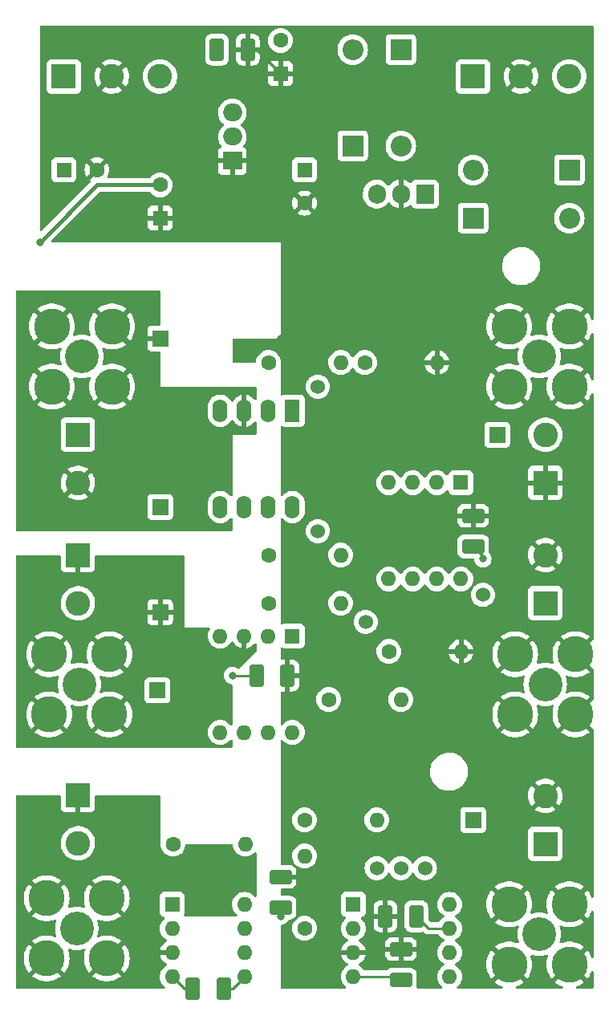
<source format=gbr>
%TF.GenerationSoftware,KiCad,Pcbnew,(6.0.9)*%
%TF.CreationDate,2024-03-02T11:40:50+05:30*%
%TF.ProjectId,CT_2.0.0,43545f32-2e30-42e3-902e-6b696361645f,rev?*%
%TF.SameCoordinates,Original*%
%TF.FileFunction,Copper,L2,Bot*%
%TF.FilePolarity,Positive*%
%FSLAX46Y46*%
G04 Gerber Fmt 4.6, Leading zero omitted, Abs format (unit mm)*
G04 Created by KiCad (PCBNEW (6.0.9)) date 2024-03-02 11:40:50*
%MOMM*%
%LPD*%
G01*
G04 APERTURE LIST*
G04 Aperture macros list*
%AMRoundRect*
0 Rectangle with rounded corners*
0 $1 Rounding radius*
0 $2 $3 $4 $5 $6 $7 $8 $9 X,Y pos of 4 corners*
0 Add a 4 corners polygon primitive as box body*
4,1,4,$2,$3,$4,$5,$6,$7,$8,$9,$2,$3,0*
0 Add four circle primitives for the rounded corners*
1,1,$1+$1,$2,$3*
1,1,$1+$1,$4,$5*
1,1,$1+$1,$6,$7*
1,1,$1+$1,$8,$9*
0 Add four rect primitives between the rounded corners*
20,1,$1+$1,$2,$3,$4,$5,0*
20,1,$1+$1,$4,$5,$6,$7,0*
20,1,$1+$1,$6,$7,$8,$9,0*
20,1,$1+$1,$8,$9,$2,$3,0*%
G04 Aperture macros list end*
%TA.AperFunction,ComponentPad*%
%ADD10R,2.600000X2.600000*%
%TD*%
%TA.AperFunction,ComponentPad*%
%ADD11C,2.600000*%
%TD*%
%TA.AperFunction,ComponentPad*%
%ADD12C,1.600000*%
%TD*%
%TA.AperFunction,ComponentPad*%
%ADD13O,1.600000X1.600000*%
%TD*%
%TA.AperFunction,ComponentPad*%
%ADD14C,3.556000*%
%TD*%
%TA.AperFunction,ComponentPad*%
%ADD15C,3.810000*%
%TD*%
%TA.AperFunction,ComponentPad*%
%ADD16R,1.600000X1.600000*%
%TD*%
%TA.AperFunction,ComponentPad*%
%ADD17C,1.524000*%
%TD*%
%TA.AperFunction,ComponentPad*%
%ADD18R,1.600000X2.400000*%
%TD*%
%TA.AperFunction,ComponentPad*%
%ADD19O,1.600000X2.400000*%
%TD*%
%TA.AperFunction,ComponentPad*%
%ADD20R,1.700000X1.700000*%
%TD*%
%TA.AperFunction,ComponentPad*%
%ADD21R,1.905000X2.000000*%
%TD*%
%TA.AperFunction,ComponentPad*%
%ADD22O,1.905000X2.000000*%
%TD*%
%TA.AperFunction,ComponentPad*%
%ADD23R,2.000000X1.905000*%
%TD*%
%TA.AperFunction,ComponentPad*%
%ADD24O,2.000000X1.905000*%
%TD*%
%TA.AperFunction,ComponentPad*%
%ADD25R,2.200000X2.200000*%
%TD*%
%TA.AperFunction,ComponentPad*%
%ADD26O,2.200000X2.200000*%
%TD*%
%TA.AperFunction,SMDPad,CuDef*%
%ADD27RoundRect,0.250001X-0.499999X-0.924999X0.499999X-0.924999X0.499999X0.924999X-0.499999X0.924999X0*%
%TD*%
%TA.AperFunction,SMDPad,CuDef*%
%ADD28RoundRect,0.250001X0.924999X-0.499999X0.924999X0.499999X-0.924999X0.499999X-0.924999X-0.499999X0*%
%TD*%
%TA.AperFunction,SMDPad,CuDef*%
%ADD29RoundRect,0.250001X0.499999X0.924999X-0.499999X0.924999X-0.499999X-0.924999X0.499999X-0.924999X0*%
%TD*%
%TA.AperFunction,ViaPad*%
%ADD30C,0.800000*%
%TD*%
%TA.AperFunction,Conductor*%
%ADD31C,0.250000*%
%TD*%
%TA.AperFunction,Conductor*%
%ADD32C,0.400000*%
%TD*%
G04 APERTURE END LIST*
D10*
%TO.P,J7,1,Pin_1*%
%TO.N,+8V*%
X76195000Y-51105000D03*
D11*
%TO.P,J7,2,Pin_2*%
%TO.N,GND*%
X81275000Y-51105000D03*
%TO.P,J7,3,Pin_3*%
%TO.N,-8V*%
X86355000Y-51105000D03*
%TD*%
D12*
%TO.P,R7,1*%
%TO.N,Net-(R2-Pad2)*%
X101600000Y-129540000D03*
D13*
%TO.P,R7,2*%
%TO.N,Net-(J2-Pad1)*%
X109220000Y-129540000D03*
%TD*%
D12*
%TO.P,R6,1*%
%TO.N,Net-(R6-Pad1)*%
X104140000Y-116840000D03*
D13*
%TO.P,R6,2*%
%TO.N,Net-(R11-Pad1)*%
X111760000Y-116840000D03*
%TD*%
D14*
%TO.P,J5,1,In*%
%TO.N,Net-(J12-Pad2)*%
X77825000Y-115240000D03*
D15*
%TO.P,J5,2,Ext*%
%TO.N,Net-(J12-Pad1)*%
X74650000Y-112065000D03*
X81000000Y-112065000D03*
X74650000Y-118415000D03*
X81000000Y-118415000D03*
%TD*%
D16*
%TO.P,C3,1*%
%TO.N,+8V*%
X76200000Y-60960000D03*
D12*
%TO.P,C3,2*%
%TO.N,GND*%
X79700000Y-60960000D03*
%TD*%
D16*
%TO.P,C1,1*%
%TO.N,Net-(C1-Pad1)*%
X101600000Y-60960000D03*
D12*
%TO.P,C1,2*%
%TO.N,GND*%
X101600000Y-64460000D03*
%TD*%
D17*
%TO.P,U8,1*%
%TO.N,+8V*%
X120424700Y-105785873D03*
X108050200Y-108642751D03*
%TD*%
D14*
%TO.P,J4,1,In*%
%TO.N,Net-(J11-Pad2)*%
X77561500Y-140980000D03*
D15*
%TO.P,J4,2,Ext*%
%TO.N,Net-(J11-Pad1)*%
X80736500Y-144155000D03*
X80736500Y-137805000D03*
X74386500Y-137805000D03*
X74386500Y-144155000D03*
%TD*%
D12*
%TO.P,R5,1*%
%TO.N,Net-(R5-Pad1)*%
X97790000Y-106680000D03*
D13*
%TO.P,R5,2*%
%TO.N,Net-(R5-Pad2)*%
X105410000Y-106680000D03*
%TD*%
D17*
%TO.P,U9,1*%
%TO.N,+8V*%
X103000000Y-99060000D03*
X103000000Y-83820000D03*
%TD*%
D16*
%TO.P,C4,1*%
%TO.N,GND*%
X86360000Y-66040000D03*
D12*
%TO.P,C4,2*%
%TO.N,-8V*%
X86360000Y-62540000D03*
%TD*%
D18*
%TO.P,U1,1*%
%TO.N,Net-(R3-Pad1)*%
X100320000Y-86365000D03*
D19*
%TO.P,U1,2,-*%
X97780000Y-86365000D03*
%TO.P,U1,3,+*%
%TO.N,Net-(J3-Pad2)*%
X95240000Y-86365000D03*
%TO.P,U1,4,V-*%
%TO.N,-8V*%
X92700000Y-86365000D03*
%TO.P,U1,5,+*%
%TO.N,Net-(J3-Pad1)*%
X92700000Y-96525000D03*
%TO.P,U1,6,-*%
%TO.N,Net-(R4-Pad1)*%
X95240000Y-96525000D03*
%TO.P,U1,7*%
X97780000Y-96525000D03*
%TO.P,U1,8,V+*%
%TO.N,+8V*%
X100320000Y-96525000D03*
%TD*%
D12*
%TO.P,R9,1*%
%TO.N,Net-(R5-Pad2)*%
X110490000Y-111760000D03*
D13*
%TO.P,R9,2*%
%TO.N,GND*%
X118110000Y-111760000D03*
%TD*%
D14*
%TO.P,J3,1,In*%
%TO.N,Net-(J3-Pad1)*%
X78105000Y-80645000D03*
D15*
%TO.P,J3,2,Ext*%
%TO.N,Net-(J3-Pad2)*%
X74930000Y-83820000D03*
X81280000Y-77470000D03*
X74930000Y-77470000D03*
X81280000Y-83820000D03*
%TD*%
D16*
%TO.P,U6,1,NULL*%
%TO.N,Net-(U6-Pad1)*%
X106751500Y-138440000D03*
D13*
%TO.P,U6,2,-*%
%TO.N,Net-(R2-Pad2)*%
X106751500Y-140980000D03*
%TO.P,U6,3,+*%
%TO.N,GND*%
X106751500Y-143520000D03*
%TO.P,U6,4,V-*%
%TO.N,-8V*%
X106751500Y-146060000D03*
%TO.P,U6,5,NULL*%
%TO.N,Net-(U6-Pad5)*%
X116911500Y-146060000D03*
%TO.P,U6,6*%
%TO.N,Net-(J2-Pad1)*%
X116911500Y-143520000D03*
%TO.P,U6,7,V+*%
%TO.N,+8V*%
X116911500Y-140980000D03*
%TO.P,U6,8,NC*%
%TO.N,unconnected-(U6-Pad8)*%
X116911500Y-138440000D03*
%TD*%
D10*
%TO.P,J1,1,Pin_1*%
%TO.N,Net-(D1-Pad2)*%
X119375000Y-51105000D03*
D11*
%TO.P,J1,2,Pin_2*%
%TO.N,GND*%
X124455000Y-51105000D03*
%TO.P,J1,3,Pin_3*%
%TO.N,Net-(D3-Pad2)*%
X129535000Y-51105000D03*
%TD*%
D16*
%TO.P,U3,1*%
%TO.N,Net-(R5-Pad1)*%
X100320000Y-110140000D03*
D13*
%TO.P,U3,2,-*%
X97780000Y-110140000D03*
%TO.P,U3,3,+*%
%TO.N,Net-(J12-Pad1)*%
X95240000Y-110140000D03*
%TO.P,U3,4,V-*%
%TO.N,-8V*%
X92700000Y-110140000D03*
%TO.P,U3,5,+*%
%TO.N,Net-(J12-Pad2)*%
X92700000Y-120300000D03*
%TO.P,U3,6,-*%
%TO.N,Net-(R6-Pad1)*%
X95240000Y-120300000D03*
%TO.P,U3,7*%
X97780000Y-120300000D03*
%TO.P,U3,8,V+*%
%TO.N,+8V*%
X100320000Y-120300000D03*
%TD*%
D20*
%TO.P,TP5,1,1*%
%TO.N,Net-(J12-Pad1)*%
X86360000Y-107620000D03*
%TD*%
D16*
%TO.P,U7,1*%
%TO.N,Net-(J15-Pad2)*%
X118100000Y-93960000D03*
D13*
%TO.P,U7,2,-*%
%TO.N,Net-(R10-Pad2)*%
X115560000Y-93960000D03*
%TO.P,U7,3,+*%
%TO.N,Net-(R3-Pad2)*%
X113020000Y-93960000D03*
%TO.P,U7,4,V-*%
%TO.N,-8V*%
X110480000Y-93960000D03*
%TO.P,U7,5,+*%
%TO.N,Net-(R5-Pad2)*%
X110480000Y-104120000D03*
%TO.P,U7,6,-*%
%TO.N,Net-(R11-Pad1)*%
X113020000Y-104120000D03*
%TO.P,U7,7*%
%TO.N,Net-(J13-Pad1)*%
X115560000Y-104120000D03*
%TO.P,U7,8,V+*%
%TO.N,+8V*%
X118100000Y-104120000D03*
%TD*%
D20*
%TO.P,TP1,1,1*%
%TO.N,Net-(J3-Pad1)*%
X86360000Y-96520000D03*
%TD*%
D14*
%TO.P,J9,1,In*%
%TO.N,Net-(J13-Pad1)*%
X127000000Y-115240000D03*
D15*
%TO.P,J9,2,Ext*%
%TO.N,GND*%
X130175000Y-112065000D03*
X123825000Y-112065000D03*
X130175000Y-118415000D03*
X123825000Y-118415000D03*
%TD*%
D16*
%TO.P,U2,1,Rg*%
%TO.N,Net-(R1-Pad1)*%
X87640000Y-138440000D03*
D13*
%TO.P,U2,2,-*%
%TO.N,Net-(J11-Pad2)*%
X87640000Y-140980000D03*
%TO.P,U2,3,+*%
%TO.N,Net-(J11-Pad1)*%
X87640000Y-143520000D03*
%TO.P,U2,4,V-*%
%TO.N,-8V*%
X87640000Y-146060000D03*
%TO.P,U2,5,Ref*%
%TO.N,GND*%
X95260000Y-146060000D03*
%TO.P,U2,6*%
%TO.N,Net-(R2-Pad1)*%
X95260000Y-143520000D03*
%TO.P,U2,7,V+*%
%TO.N,+8V*%
X95260000Y-140980000D03*
%TO.P,U2,8,Rg*%
%TO.N,Net-(R1-Pad2)*%
X95260000Y-138440000D03*
%TD*%
D20*
%TO.P,TP4,1,1*%
%TO.N,Net-(J3-Pad2)*%
X86360000Y-78740000D03*
%TD*%
D12*
%TO.P,R1,1*%
%TO.N,Net-(R1-Pad1)*%
X87721500Y-132080000D03*
D13*
%TO.P,R1,2*%
%TO.N,Net-(R1-Pad2)*%
X95341500Y-132080000D03*
%TD*%
D21*
%TO.P,U4,1,VI*%
%TO.N,Net-(C1-Pad1)*%
X114300000Y-63500000D03*
D22*
%TO.P,U4,2,GND*%
%TO.N,GND*%
X111760000Y-63500000D03*
%TO.P,U4,3,VO*%
%TO.N,+8V*%
X109220000Y-63500000D03*
%TD*%
D12*
%TO.P,R4,1*%
%TO.N,Net-(R4-Pad1)*%
X97790000Y-101600000D03*
D13*
%TO.P,R4,2*%
%TO.N,Net-(R10-Pad2)*%
X105410000Y-101600000D03*
%TD*%
D20*
%TO.P,TP3,1,1*%
%TO.N,Net-(J12-Pad2)*%
X86080000Y-115875000D03*
%TD*%
D14*
%TO.P,J10,1,In*%
%TO.N,Net-(J15-Pad2)*%
X126365000Y-80645000D03*
D15*
%TO.P,J10,2,Ext*%
%TO.N,GND*%
X129540000Y-83820000D03*
X129540000Y-77470000D03*
X123190000Y-77470000D03*
X123190000Y-83820000D03*
%TD*%
D12*
%TO.P,R3,1*%
%TO.N,Net-(R3-Pad1)*%
X97790000Y-81280000D03*
D13*
%TO.P,R3,2*%
%TO.N,Net-(R3-Pad2)*%
X105410000Y-81280000D03*
%TD*%
D20*
%TO.P,TP6,1,1*%
%TO.N,Net-(J2-Pad1)*%
X119380000Y-129540000D03*
%TD*%
D12*
%TO.P,R8,1*%
%TO.N,Net-(R3-Pad2)*%
X107950000Y-81280000D03*
D13*
%TO.P,R8,2*%
%TO.N,GND*%
X115570000Y-81280000D03*
%TD*%
D14*
%TO.P,J6,1,In*%
%TO.N,Net-(J2-Pad1)*%
X126365000Y-141605000D03*
D15*
%TO.P,J6,2,Ext*%
%TO.N,GND*%
X123190000Y-144780000D03*
X129540000Y-138430000D03*
X129540000Y-144780000D03*
X123190000Y-138430000D03*
%TD*%
D12*
%TO.P,R2,1*%
%TO.N,Net-(R2-Pad1)*%
X101600000Y-140970000D03*
D13*
%TO.P,R2,2*%
%TO.N,Net-(R2-Pad2)*%
X101600000Y-133350000D03*
%TD*%
D23*
%TO.P,U5,1,GND*%
%TO.N,GND*%
X93980000Y-60000000D03*
D24*
%TO.P,U5,2,VI*%
%TO.N,Net-(C2-Pad2)*%
X93980000Y-57460000D03*
%TO.P,U5,3,VO*%
%TO.N,-8V*%
X93980000Y-54920000D03*
%TD*%
D20*
%TO.P,TP8,1,1*%
%TO.N,Net-(J15-Pad2)*%
X121920000Y-88900000D03*
%TD*%
D16*
%TO.P,C2,1*%
%TO.N,GND*%
X99060000Y-50800000D03*
D12*
%TO.P,C2,2*%
%TO.N,Net-(C2-Pad2)*%
X99060000Y-47300000D03*
%TD*%
D10*
%TO.P,J12,1,Pin_1*%
%TO.N,Net-(J12-Pad1)*%
X77680000Y-101590000D03*
D11*
%TO.P,J12,2,Pin_2*%
%TO.N,Net-(J12-Pad2)*%
X77680000Y-106670000D03*
%TD*%
D17*
%TO.P,RV1,1,1*%
%TO.N,Net-(U6-Pad5)*%
X114300000Y-134620000D03*
%TO.P,RV1,2,2*%
%TO.N,+8V*%
X111760000Y-134620000D03*
%TO.P,RV1,3,3*%
%TO.N,Net-(U6-Pad1)*%
X109220000Y-134620000D03*
%TD*%
D25*
%TO.P,D1,1,K*%
%TO.N,Net-(C1-Pad1)*%
X106680000Y-58420000D03*
D26*
%TO.P,D1,2,A*%
%TO.N,Net-(D1-Pad2)*%
X106680000Y-48260000D03*
%TD*%
D10*
%TO.P,J14,1,Pin_1*%
%TO.N,Net-(J3-Pad1)*%
X77680000Y-88890000D03*
D11*
%TO.P,J14,2,Pin_2*%
%TO.N,Net-(J3-Pad2)*%
X77680000Y-93970000D03*
%TD*%
D10*
%TO.P,J2,1,Pin_1*%
%TO.N,Net-(J2-Pad1)*%
X127000000Y-132080000D03*
D11*
%TO.P,J2,2,Pin_2*%
%TO.N,GND*%
X127000000Y-127000000D03*
%TD*%
D25*
%TO.P,D3,1,K*%
%TO.N,Net-(C1-Pad1)*%
X119380000Y-66040000D03*
D26*
%TO.P,D3,2,A*%
%TO.N,Net-(D3-Pad2)*%
X129540000Y-66040000D03*
%TD*%
D10*
%TO.P,J15,1,Pin_1*%
%TO.N,GND*%
X127000000Y-93980000D03*
D11*
%TO.P,J15,2,Pin_2*%
%TO.N,Net-(J15-Pad2)*%
X127000000Y-88900000D03*
%TD*%
D27*
%TO.P,C15,1*%
%TO.N,-8V*%
X96520000Y-114300000D03*
%TO.P,C15,2*%
%TO.N,GND*%
X99770000Y-114300000D03*
%TD*%
D25*
%TO.P,D4,1,K*%
%TO.N,Net-(D3-Pad2)*%
X129540000Y-60960000D03*
D26*
%TO.P,D4,2,A*%
%TO.N,Net-(C2-Pad2)*%
X119380000Y-60960000D03*
%TD*%
D27*
%TO.P,C12,1*%
%TO.N,-8V*%
X92355000Y-48260000D03*
%TO.P,C12,2*%
%TO.N,GND*%
X95605000Y-48260000D03*
%TD*%
D25*
%TO.P,D2,1,K*%
%TO.N,Net-(D1-Pad2)*%
X111760000Y-48260000D03*
D26*
%TO.P,D2,2,A*%
%TO.N,Net-(C2-Pad2)*%
X111760000Y-58420000D03*
%TD*%
D27*
%TO.P,C11,1*%
%TO.N,-8V*%
X89815000Y-147320000D03*
%TO.P,C11,2*%
%TO.N,GND*%
X93065000Y-147320000D03*
%TD*%
D28*
%TO.P,C6,1*%
%TO.N,+8V*%
X99060000Y-138785000D03*
%TO.P,C6,2*%
%TO.N,GND*%
X99060000Y-135535000D03*
%TD*%
%TO.P,C5,1*%
%TO.N,+8V*%
X119380000Y-100685000D03*
%TO.P,C5,2*%
%TO.N,GND*%
X119380000Y-97435000D03*
%TD*%
%TO.P,C14,1*%
%TO.N,-8V*%
X111760000Y-146405000D03*
%TO.P,C14,2*%
%TO.N,GND*%
X111760000Y-143155000D03*
%TD*%
D10*
%TO.P,J11,1,Pin_1*%
%TO.N,Net-(J11-Pad1)*%
X77680000Y-126908500D03*
D11*
%TO.P,J11,2,Pin_2*%
%TO.N,Net-(J11-Pad2)*%
X77680000Y-131988500D03*
%TD*%
D29*
%TO.P,C9,1*%
%TO.N,+8V*%
X113385000Y-139700000D03*
%TO.P,C9,2*%
%TO.N,GND*%
X110135000Y-139700000D03*
%TD*%
D10*
%TO.P,J13,1,Pin_1*%
%TO.N,Net-(J13-Pad1)*%
X127000000Y-106680000D03*
D11*
%TO.P,J13,2,Pin_2*%
%TO.N,GND*%
X127000000Y-101600000D03*
%TD*%
D30*
%TO.N,GND*%
X99060000Y-78740000D03*
X106680000Y-88900000D03*
X106680000Y-121920000D03*
%TO.N,+8V*%
X99060000Y-139700000D03*
X120424700Y-102000000D03*
%TO.N,-8V*%
X93980000Y-114300000D03*
X92355000Y-48260000D03*
X73660000Y-68580000D03*
%TD*%
D31*
%TO.N,GND*%
X96520000Y-48260000D02*
X99060000Y-50800000D01*
X95605000Y-48260000D02*
X96520000Y-48260000D01*
X93065000Y-147320000D02*
X94000000Y-147320000D01*
X94000000Y-147320000D02*
X95260000Y-146060000D01*
%TO.N,+8V*%
X114665000Y-140980000D02*
X116911500Y-140980000D01*
X99060000Y-138785000D02*
X99060000Y-139700000D01*
X113385000Y-139700000D02*
X114665000Y-140980000D01*
X120424700Y-101729700D02*
X119380000Y-100685000D01*
%TO.N,-8V*%
X111415000Y-146060000D02*
X106751500Y-146060000D01*
X89815000Y-147320000D02*
X88900000Y-147320000D01*
D32*
X79700000Y-62540000D02*
X73660000Y-68580000D01*
D31*
X96520000Y-114300000D02*
X93980000Y-114300000D01*
X111760000Y-146405000D02*
X111415000Y-146060000D01*
D32*
X86360000Y-62540000D02*
X79700000Y-62540000D01*
D31*
X88900000Y-147320000D02*
X87640000Y-146060000D01*
%TD*%
%TA.AperFunction,Conductor*%
%TO.N,Net-(J12-Pad1)*%
G36*
X75814122Y-101620002D02*
G01*
X75860615Y-101673658D01*
X75872001Y-101726000D01*
X75872001Y-102934669D01*
X75872371Y-102941490D01*
X75877895Y-102992352D01*
X75881521Y-103007604D01*
X75926676Y-103128054D01*
X75935214Y-103143649D01*
X76011715Y-103245724D01*
X76024276Y-103258285D01*
X76126351Y-103334786D01*
X76141946Y-103343324D01*
X76262394Y-103388478D01*
X76277649Y-103392105D01*
X76328514Y-103397631D01*
X76335328Y-103398000D01*
X77407885Y-103398000D01*
X77423124Y-103393525D01*
X77424329Y-103392135D01*
X77426000Y-103384452D01*
X77426000Y-101600000D01*
X77934000Y-101600000D01*
X77934000Y-103379884D01*
X77938475Y-103395123D01*
X77939865Y-103396328D01*
X77947548Y-103397999D01*
X79024669Y-103397999D01*
X79031490Y-103397629D01*
X79082352Y-103392105D01*
X79097604Y-103388479D01*
X79218054Y-103343324D01*
X79233649Y-103334786D01*
X79335724Y-103258285D01*
X79348285Y-103245724D01*
X79424786Y-103143649D01*
X79433324Y-103128054D01*
X79478478Y-103007606D01*
X79482105Y-102992351D01*
X79487631Y-102941486D01*
X79488000Y-102934672D01*
X79488000Y-101726000D01*
X79508002Y-101657879D01*
X79561658Y-101611386D01*
X79614000Y-101600000D01*
X88774000Y-101600000D01*
X88842121Y-101620002D01*
X88888614Y-101673658D01*
X88900000Y-101726000D01*
X88900000Y-109220000D01*
X91504764Y-109220000D01*
X91572885Y-109240002D01*
X91619378Y-109293658D01*
X91629482Y-109363932D01*
X91607977Y-109418270D01*
X91562477Y-109483251D01*
X91560154Y-109488233D01*
X91560151Y-109488238D01*
X91483557Y-109652497D01*
X91465716Y-109690757D01*
X91464294Y-109696065D01*
X91464293Y-109696067D01*
X91408041Y-109906002D01*
X91406457Y-109911913D01*
X91386502Y-110140000D01*
X91406457Y-110368087D01*
X91407881Y-110373400D01*
X91407881Y-110373402D01*
X91456067Y-110553231D01*
X91465716Y-110589243D01*
X91468039Y-110594224D01*
X91468039Y-110594225D01*
X91560151Y-110791762D01*
X91560154Y-110791767D01*
X91562477Y-110796749D01*
X91693802Y-110984300D01*
X91855700Y-111146198D01*
X91860208Y-111149355D01*
X91860211Y-111149357D01*
X91891648Y-111171369D01*
X92043251Y-111277523D01*
X92048233Y-111279846D01*
X92048238Y-111279849D01*
X92244765Y-111371490D01*
X92250757Y-111374284D01*
X92256065Y-111375706D01*
X92256067Y-111375707D01*
X92466598Y-111432119D01*
X92466600Y-111432119D01*
X92471913Y-111433543D01*
X92700000Y-111453498D01*
X92928087Y-111433543D01*
X92933400Y-111432119D01*
X92933402Y-111432119D01*
X93143933Y-111375707D01*
X93143935Y-111375706D01*
X93149243Y-111374284D01*
X93155235Y-111371490D01*
X93351762Y-111279849D01*
X93351767Y-111279846D01*
X93356749Y-111277523D01*
X93508352Y-111171369D01*
X93539789Y-111149357D01*
X93539792Y-111149355D01*
X93544300Y-111146198D01*
X93706198Y-110984300D01*
X93837523Y-110796749D01*
X93839846Y-110791767D01*
X93839849Y-110791762D01*
X93856081Y-110756951D01*
X93902998Y-110703666D01*
X93971275Y-110684205D01*
X94039235Y-110704747D01*
X94084471Y-110756951D01*
X94100586Y-110791511D01*
X94106069Y-110801007D01*
X94231028Y-110979467D01*
X94238084Y-110987875D01*
X94392125Y-111141916D01*
X94400533Y-111148972D01*
X94578993Y-111273931D01*
X94588489Y-111279414D01*
X94785947Y-111371490D01*
X94796239Y-111375236D01*
X94968503Y-111421394D01*
X94982599Y-111421058D01*
X94986000Y-111413116D01*
X94986000Y-110012000D01*
X95006002Y-109943879D01*
X95059658Y-109897386D01*
X95112000Y-109886000D01*
X95368000Y-109886000D01*
X95436121Y-109906002D01*
X95482614Y-109959658D01*
X95494000Y-110012000D01*
X95494000Y-111407967D01*
X95497973Y-111421498D01*
X95506522Y-111422727D01*
X95683761Y-111375236D01*
X95694053Y-111371490D01*
X95891511Y-111279414D01*
X95901007Y-111273931D01*
X96079467Y-111148972D01*
X96087875Y-111141916D01*
X96241916Y-110987875D01*
X96248972Y-110979467D01*
X96290787Y-110919749D01*
X96346244Y-110875421D01*
X96416864Y-110868112D01*
X96480224Y-110900143D01*
X96516209Y-110961344D01*
X96520000Y-110992020D01*
X96520000Y-111707810D01*
X96499998Y-111775931D01*
X96483095Y-111796905D01*
X94706509Y-113573491D01*
X94644197Y-113607517D01*
X94573382Y-113602452D01*
X94543353Y-113586332D01*
X94442094Y-113512763D01*
X94442093Y-113512762D01*
X94436752Y-113508882D01*
X94430724Y-113506198D01*
X94430722Y-113506197D01*
X94268319Y-113433891D01*
X94268318Y-113433891D01*
X94262288Y-113431206D01*
X94168887Y-113411353D01*
X94081944Y-113392872D01*
X94081939Y-113392872D01*
X94075487Y-113391500D01*
X93884513Y-113391500D01*
X93878061Y-113392872D01*
X93878056Y-113392872D01*
X93791113Y-113411353D01*
X93697712Y-113431206D01*
X93691682Y-113433891D01*
X93691681Y-113433891D01*
X93529278Y-113506197D01*
X93529276Y-113506198D01*
X93523248Y-113508882D01*
X93368747Y-113621134D01*
X93240960Y-113763056D01*
X93145473Y-113928444D01*
X93086458Y-114110072D01*
X93066496Y-114300000D01*
X93086458Y-114489928D01*
X93145473Y-114671556D01*
X93240960Y-114836944D01*
X93245378Y-114841851D01*
X93245379Y-114841852D01*
X93364325Y-114973955D01*
X93368747Y-114978866D01*
X93523248Y-115091118D01*
X93529276Y-115093802D01*
X93529278Y-115093803D01*
X93691681Y-115166109D01*
X93697712Y-115168794D01*
X93800753Y-115190696D01*
X93880197Y-115207583D01*
X93942671Y-115241312D01*
X93976992Y-115303461D01*
X93980000Y-115330830D01*
X93980000Y-119447109D01*
X93959998Y-119515230D01*
X93906342Y-119561723D01*
X93836068Y-119571827D01*
X93771488Y-119542333D01*
X93750787Y-119519379D01*
X93709361Y-119460216D01*
X93709356Y-119460210D01*
X93706198Y-119455700D01*
X93544300Y-119293802D01*
X93539792Y-119290645D01*
X93539789Y-119290643D01*
X93461611Y-119235902D01*
X93356749Y-119162477D01*
X93351767Y-119160154D01*
X93351762Y-119160151D01*
X93154225Y-119068039D01*
X93154224Y-119068039D01*
X93149243Y-119065716D01*
X93143935Y-119064294D01*
X93143933Y-119064293D01*
X92933402Y-119007881D01*
X92933400Y-119007881D01*
X92928087Y-119006457D01*
X92700000Y-118986502D01*
X92471913Y-119006457D01*
X92466600Y-119007881D01*
X92466598Y-119007881D01*
X92256067Y-119064293D01*
X92256065Y-119064294D01*
X92250757Y-119065716D01*
X92245776Y-119068039D01*
X92245775Y-119068039D01*
X92048238Y-119160151D01*
X92048233Y-119160154D01*
X92043251Y-119162477D01*
X91938389Y-119235902D01*
X91860211Y-119290643D01*
X91860208Y-119290645D01*
X91855700Y-119293802D01*
X91693802Y-119455700D01*
X91690645Y-119460208D01*
X91690643Y-119460211D01*
X91649213Y-119519379D01*
X91562477Y-119643251D01*
X91560154Y-119648233D01*
X91560151Y-119648238D01*
X91468039Y-119845775D01*
X91465716Y-119850757D01*
X91406457Y-120071913D01*
X91386502Y-120300000D01*
X91406457Y-120528087D01*
X91465716Y-120749243D01*
X91468039Y-120754224D01*
X91468039Y-120754225D01*
X91560151Y-120951762D01*
X91560154Y-120951767D01*
X91562477Y-120956749D01*
X91565634Y-120961257D01*
X91690640Y-121139784D01*
X91693802Y-121144300D01*
X91855700Y-121306198D01*
X91860208Y-121309355D01*
X91860211Y-121309357D01*
X91938389Y-121364098D01*
X92043251Y-121437523D01*
X92048233Y-121439846D01*
X92048238Y-121439849D01*
X92245775Y-121531961D01*
X92250757Y-121534284D01*
X92256065Y-121535706D01*
X92256067Y-121535707D01*
X92466598Y-121592119D01*
X92466600Y-121592119D01*
X92471913Y-121593543D01*
X92700000Y-121613498D01*
X92928087Y-121593543D01*
X92933400Y-121592119D01*
X92933402Y-121592119D01*
X93143933Y-121535707D01*
X93143935Y-121535706D01*
X93149243Y-121534284D01*
X93154225Y-121531961D01*
X93351762Y-121439849D01*
X93351767Y-121439846D01*
X93356749Y-121437523D01*
X93461611Y-121364098D01*
X93539789Y-121309357D01*
X93539792Y-121309355D01*
X93544300Y-121306198D01*
X93706198Y-121144300D01*
X93709357Y-121139789D01*
X93709361Y-121139784D01*
X93750787Y-121080621D01*
X93806244Y-121036292D01*
X93876863Y-121028983D01*
X93940224Y-121061013D01*
X93976209Y-121122215D01*
X93980000Y-121152891D01*
X93980000Y-121794000D01*
X93959998Y-121862121D01*
X93906342Y-121908614D01*
X93854000Y-121920000D01*
X71246000Y-121920000D01*
X71177879Y-121899998D01*
X71131386Y-121846342D01*
X71120000Y-121794000D01*
X71120000Y-120292975D01*
X73136733Y-120292975D01*
X73145560Y-120304593D01*
X73351285Y-120454061D01*
X73357966Y-120458301D01*
X73617101Y-120600762D01*
X73624236Y-120604119D01*
X73899185Y-120712979D01*
X73906710Y-120715424D01*
X74193116Y-120788960D01*
X74200887Y-120790443D01*
X74494256Y-120827503D01*
X74502146Y-120828000D01*
X74797854Y-120828000D01*
X74805744Y-120827503D01*
X75099113Y-120790443D01*
X75106884Y-120788960D01*
X75393290Y-120715424D01*
X75400815Y-120712979D01*
X75675764Y-120604119D01*
X75682899Y-120600762D01*
X75942034Y-120458301D01*
X75948715Y-120454061D01*
X76154811Y-120304324D01*
X76163234Y-120293401D01*
X76163005Y-120292975D01*
X79486733Y-120292975D01*
X79495560Y-120304593D01*
X79701285Y-120454061D01*
X79707966Y-120458301D01*
X79967101Y-120600762D01*
X79974236Y-120604119D01*
X80249185Y-120712979D01*
X80256710Y-120715424D01*
X80543116Y-120788960D01*
X80550887Y-120790443D01*
X80844256Y-120827503D01*
X80852146Y-120828000D01*
X81147854Y-120828000D01*
X81155744Y-120827503D01*
X81449113Y-120790443D01*
X81456884Y-120788960D01*
X81743290Y-120715424D01*
X81750815Y-120712979D01*
X82025764Y-120604119D01*
X82032899Y-120600762D01*
X82292034Y-120458301D01*
X82298715Y-120454061D01*
X82504811Y-120304324D01*
X82513234Y-120293401D01*
X82506330Y-120280540D01*
X81012812Y-118787022D01*
X80998868Y-118779408D01*
X80997035Y-118779539D01*
X80990420Y-118783790D01*
X79493346Y-120280864D01*
X79486733Y-120292975D01*
X76163005Y-120292975D01*
X76156330Y-120280540D01*
X74662812Y-118787022D01*
X74648868Y-118779408D01*
X74647035Y-118779539D01*
X74640420Y-118783790D01*
X73143346Y-120280864D01*
X73136733Y-120292975D01*
X71120000Y-120292975D01*
X71120000Y-118418958D01*
X72232478Y-118418958D01*
X72251045Y-118714064D01*
X72252038Y-118721927D01*
X72307444Y-119012374D01*
X72309415Y-119020051D01*
X72400787Y-119301268D01*
X72403702Y-119308631D01*
X72529603Y-119576184D01*
X72533415Y-119583117D01*
X72691856Y-119832780D01*
X72696510Y-119839186D01*
X72761970Y-119918313D01*
X72774489Y-119926769D01*
X72785227Y-119920563D01*
X74277978Y-118427812D01*
X74285592Y-118413868D01*
X74285461Y-118412035D01*
X74281210Y-118405420D01*
X72786330Y-116910540D01*
X72773067Y-116903298D01*
X72762965Y-116910484D01*
X72696510Y-116990814D01*
X72691856Y-116997220D01*
X72533415Y-117246883D01*
X72529603Y-117253816D01*
X72403702Y-117521369D01*
X72400787Y-117528732D01*
X72309415Y-117809949D01*
X72307444Y-117817626D01*
X72252038Y-118108073D01*
X72251045Y-118115936D01*
X72232478Y-118411042D01*
X72232478Y-118418958D01*
X71120000Y-118418958D01*
X71120000Y-113942975D01*
X73136733Y-113942975D01*
X73145560Y-113954593D01*
X73351285Y-114104061D01*
X73357966Y-114108301D01*
X73617101Y-114250762D01*
X73624236Y-114254119D01*
X73899185Y-114362979D01*
X73906710Y-114365424D01*
X74193116Y-114438960D01*
X74200887Y-114440443D01*
X74494256Y-114477503D01*
X74502146Y-114478000D01*
X74797854Y-114478000D01*
X74805744Y-114477503D01*
X75099113Y-114440443D01*
X75106884Y-114438960D01*
X75393290Y-114365424D01*
X75400815Y-114362979D01*
X75502520Y-114322711D01*
X75573221Y-114316232D01*
X75636201Y-114349004D01*
X75671465Y-114410624D01*
X75668217Y-114480364D01*
X75611672Y-114646940D01*
X75610868Y-114650984D01*
X75610866Y-114650990D01*
X75559886Y-114907285D01*
X75553197Y-114940911D01*
X75552928Y-114945016D01*
X75552927Y-114945023D01*
X75543606Y-115087237D01*
X75533594Y-115240000D01*
X75553197Y-115539089D01*
X75553999Y-115543122D01*
X75554000Y-115543128D01*
X75610866Y-115829010D01*
X75611672Y-115833060D01*
X75612999Y-115836969D01*
X75613000Y-115836973D01*
X75668217Y-115999636D01*
X75671173Y-116070571D01*
X75635310Y-116131843D01*
X75572013Y-116164000D01*
X75502520Y-116157289D01*
X75400815Y-116117021D01*
X75393290Y-116114576D01*
X75106884Y-116041040D01*
X75099113Y-116039557D01*
X74805744Y-116002497D01*
X74797854Y-116002000D01*
X74502146Y-116002000D01*
X74494256Y-116002497D01*
X74200887Y-116039557D01*
X74193116Y-116041040D01*
X73906710Y-116114576D01*
X73899185Y-116117021D01*
X73624236Y-116225881D01*
X73617101Y-116229238D01*
X73357966Y-116371699D01*
X73351285Y-116375939D01*
X73145189Y-116525676D01*
X73136766Y-116536599D01*
X73143670Y-116549460D01*
X76513670Y-119919460D01*
X76526933Y-119926702D01*
X76537035Y-119919516D01*
X76603490Y-119839186D01*
X76608144Y-119832780D01*
X76766585Y-119583117D01*
X76770397Y-119576184D01*
X76896298Y-119308631D01*
X76899213Y-119301268D01*
X76990585Y-119020051D01*
X76992556Y-119012374D01*
X77047962Y-118721927D01*
X77048955Y-118714064D01*
X77067522Y-118418958D01*
X77067522Y-118411042D01*
X77048955Y-118115936D01*
X77047962Y-118108073D01*
X76992556Y-117817626D01*
X76990585Y-117809949D01*
X76908096Y-117556073D01*
X76906069Y-117485105D01*
X76942731Y-117424308D01*
X77006443Y-117392982D01*
X77068430Y-117397824D01*
X77228027Y-117452000D01*
X77228031Y-117452001D01*
X77231940Y-117453328D01*
X77235984Y-117454132D01*
X77235990Y-117454134D01*
X77521872Y-117511000D01*
X77521878Y-117511001D01*
X77525911Y-117511803D01*
X77530016Y-117512072D01*
X77530023Y-117512073D01*
X77820881Y-117531136D01*
X77825000Y-117531406D01*
X77829119Y-117531136D01*
X78119977Y-117512073D01*
X78119984Y-117512072D01*
X78124089Y-117511803D01*
X78128122Y-117511001D01*
X78128128Y-117511000D01*
X78414010Y-117454134D01*
X78414016Y-117454132D01*
X78418060Y-117453328D01*
X78421969Y-117452001D01*
X78421973Y-117452000D01*
X78581570Y-117397824D01*
X78652505Y-117394868D01*
X78713777Y-117430731D01*
X78745934Y-117494028D01*
X78741904Y-117556073D01*
X78659415Y-117809949D01*
X78657444Y-117817626D01*
X78602038Y-118108073D01*
X78601045Y-118115936D01*
X78582478Y-118411042D01*
X78582478Y-118418958D01*
X78601045Y-118714064D01*
X78602038Y-118721927D01*
X78657444Y-119012374D01*
X78659415Y-119020051D01*
X78750787Y-119301268D01*
X78753702Y-119308631D01*
X78879603Y-119576184D01*
X78883415Y-119583117D01*
X79041856Y-119832780D01*
X79046510Y-119839186D01*
X79111970Y-119918313D01*
X79124489Y-119926769D01*
X79135227Y-119920563D01*
X80639658Y-118416132D01*
X81364408Y-118416132D01*
X81364539Y-118417965D01*
X81368790Y-118424580D01*
X82863670Y-119919460D01*
X82876933Y-119926702D01*
X82887035Y-119919516D01*
X82953490Y-119839186D01*
X82958144Y-119832780D01*
X83116585Y-119583117D01*
X83120397Y-119576184D01*
X83246298Y-119308631D01*
X83249213Y-119301268D01*
X83340585Y-119020051D01*
X83342556Y-119012374D01*
X83397962Y-118721927D01*
X83398955Y-118714064D01*
X83417522Y-118418958D01*
X83417522Y-118411042D01*
X83398955Y-118115936D01*
X83397962Y-118108073D01*
X83342556Y-117817626D01*
X83340585Y-117809949D01*
X83249213Y-117528732D01*
X83246298Y-117521369D01*
X83120397Y-117253816D01*
X83116585Y-117246883D01*
X82958144Y-116997220D01*
X82953490Y-116990814D01*
X82888030Y-116911687D01*
X82875511Y-116903231D01*
X82864773Y-116909437D01*
X81372022Y-118402188D01*
X81364408Y-118416132D01*
X80639658Y-118416132D01*
X82282656Y-116773134D01*
X84721500Y-116773134D01*
X84728255Y-116835316D01*
X84779385Y-116971705D01*
X84866739Y-117088261D01*
X84983295Y-117175615D01*
X85119684Y-117226745D01*
X85181866Y-117233500D01*
X86978134Y-117233500D01*
X87040316Y-117226745D01*
X87176705Y-117175615D01*
X87293261Y-117088261D01*
X87380615Y-116971705D01*
X87431745Y-116835316D01*
X87438500Y-116773134D01*
X87438500Y-114976866D01*
X87431745Y-114914684D01*
X87380615Y-114778295D01*
X87293261Y-114661739D01*
X87176705Y-114574385D01*
X87040316Y-114523255D01*
X86978134Y-114516500D01*
X85181866Y-114516500D01*
X85119684Y-114523255D01*
X84983295Y-114574385D01*
X84866739Y-114661739D01*
X84779385Y-114778295D01*
X84728255Y-114914684D01*
X84721500Y-114976866D01*
X84721500Y-116773134D01*
X82282656Y-116773134D01*
X82506654Y-116549136D01*
X82513267Y-116537025D01*
X82504440Y-116525407D01*
X82298715Y-116375939D01*
X82292034Y-116371699D01*
X82032899Y-116229238D01*
X82025764Y-116225881D01*
X81750815Y-116117021D01*
X81743290Y-116114576D01*
X81456884Y-116041040D01*
X81449113Y-116039557D01*
X81155744Y-116002497D01*
X81147854Y-116002000D01*
X80852146Y-116002000D01*
X80844256Y-116002497D01*
X80550887Y-116039557D01*
X80543116Y-116041040D01*
X80256710Y-116114576D01*
X80249185Y-116117021D01*
X80147480Y-116157289D01*
X80076779Y-116163768D01*
X80013799Y-116130996D01*
X79978535Y-116069376D01*
X79981783Y-115999636D01*
X80037000Y-115836973D01*
X80037001Y-115836969D01*
X80038328Y-115833060D01*
X80039134Y-115829010D01*
X80096000Y-115543128D01*
X80096001Y-115543122D01*
X80096803Y-115539089D01*
X80116406Y-115240000D01*
X80106394Y-115087237D01*
X80097073Y-114945023D01*
X80097072Y-114945016D01*
X80096803Y-114940911D01*
X80090115Y-114907285D01*
X80039134Y-114650990D01*
X80039132Y-114650984D01*
X80038328Y-114646940D01*
X79981783Y-114480364D01*
X79978827Y-114409429D01*
X80014690Y-114348157D01*
X80077987Y-114316000D01*
X80147480Y-114322711D01*
X80249185Y-114362979D01*
X80256710Y-114365424D01*
X80543116Y-114438960D01*
X80550887Y-114440443D01*
X80844256Y-114477503D01*
X80852146Y-114478000D01*
X81147854Y-114478000D01*
X81155744Y-114477503D01*
X81449113Y-114440443D01*
X81456884Y-114438960D01*
X81743290Y-114365424D01*
X81750815Y-114362979D01*
X82025764Y-114254119D01*
X82032899Y-114250762D01*
X82292034Y-114108301D01*
X82298715Y-114104061D01*
X82504811Y-113954324D01*
X82513234Y-113943401D01*
X82506330Y-113930540D01*
X80641922Y-112066132D01*
X81364408Y-112066132D01*
X81364539Y-112067965D01*
X81368790Y-112074580D01*
X82863670Y-113569460D01*
X82876933Y-113576702D01*
X82887035Y-113569516D01*
X82953490Y-113489186D01*
X82958144Y-113482780D01*
X83116585Y-113233117D01*
X83120397Y-113226184D01*
X83246298Y-112958631D01*
X83249213Y-112951268D01*
X83340585Y-112670051D01*
X83342556Y-112662374D01*
X83397962Y-112371927D01*
X83398955Y-112364064D01*
X83417522Y-112068958D01*
X83417522Y-112061042D01*
X83398955Y-111765936D01*
X83397962Y-111758073D01*
X83342556Y-111467626D01*
X83340585Y-111459949D01*
X83249213Y-111178732D01*
X83246298Y-111171369D01*
X83120397Y-110903816D01*
X83116585Y-110896883D01*
X82958144Y-110647220D01*
X82953490Y-110640814D01*
X82888030Y-110561687D01*
X82875511Y-110553231D01*
X82864773Y-110559437D01*
X81372022Y-112052188D01*
X81364408Y-112066132D01*
X80641922Y-112066132D01*
X79136330Y-110560540D01*
X79123067Y-110553298D01*
X79112965Y-110560484D01*
X79046510Y-110640814D01*
X79041856Y-110647220D01*
X78883415Y-110896883D01*
X78879603Y-110903816D01*
X78753702Y-111171369D01*
X78750787Y-111178732D01*
X78659415Y-111459949D01*
X78657444Y-111467626D01*
X78602038Y-111758073D01*
X78601045Y-111765936D01*
X78582478Y-112061042D01*
X78582478Y-112068958D01*
X78601045Y-112364064D01*
X78602038Y-112371927D01*
X78657444Y-112662374D01*
X78659415Y-112670051D01*
X78741904Y-112923927D01*
X78743931Y-112994895D01*
X78707269Y-113055692D01*
X78643557Y-113087018D01*
X78581570Y-113082176D01*
X78421973Y-113028000D01*
X78421969Y-113027999D01*
X78418060Y-113026672D01*
X78414016Y-113025868D01*
X78414010Y-113025866D01*
X78128128Y-112969000D01*
X78128122Y-112968999D01*
X78124089Y-112968197D01*
X78119984Y-112967928D01*
X78119977Y-112967927D01*
X77829119Y-112948864D01*
X77825000Y-112948594D01*
X77820881Y-112948864D01*
X77530023Y-112967927D01*
X77530016Y-112967928D01*
X77525911Y-112968197D01*
X77521878Y-112968999D01*
X77521872Y-112969000D01*
X77235990Y-113025866D01*
X77235984Y-113025868D01*
X77231940Y-113026672D01*
X77228031Y-113027999D01*
X77228027Y-113028000D01*
X77068430Y-113082176D01*
X76997495Y-113085132D01*
X76936223Y-113049269D01*
X76904066Y-112985972D01*
X76908096Y-112923927D01*
X76990585Y-112670051D01*
X76992556Y-112662374D01*
X77047962Y-112371927D01*
X77048955Y-112364064D01*
X77067522Y-112068958D01*
X77067522Y-112061042D01*
X77048955Y-111765936D01*
X77047962Y-111758073D01*
X76992556Y-111467626D01*
X76990585Y-111459949D01*
X76899213Y-111178732D01*
X76896298Y-111171369D01*
X76770397Y-110903816D01*
X76766585Y-110896883D01*
X76608144Y-110647220D01*
X76603490Y-110640814D01*
X76538030Y-110561687D01*
X76525511Y-110553231D01*
X76514773Y-110559437D01*
X73143346Y-113930864D01*
X73136733Y-113942975D01*
X71120000Y-113942975D01*
X71120000Y-112068958D01*
X72232478Y-112068958D01*
X72251045Y-112364064D01*
X72252038Y-112371927D01*
X72307444Y-112662374D01*
X72309415Y-112670051D01*
X72400787Y-112951268D01*
X72403702Y-112958631D01*
X72529603Y-113226184D01*
X72533415Y-113233117D01*
X72691856Y-113482780D01*
X72696510Y-113489186D01*
X72761970Y-113568313D01*
X72774489Y-113576769D01*
X72785227Y-113570563D01*
X74277978Y-112077812D01*
X74285592Y-112063868D01*
X74285461Y-112062035D01*
X74281210Y-112055420D01*
X72786330Y-110560540D01*
X72773067Y-110553298D01*
X72762965Y-110560484D01*
X72696510Y-110640814D01*
X72691856Y-110647220D01*
X72533415Y-110896883D01*
X72529603Y-110903816D01*
X72403702Y-111171369D01*
X72400787Y-111178732D01*
X72309415Y-111459949D01*
X72307444Y-111467626D01*
X72252038Y-111758073D01*
X72251045Y-111765936D01*
X72232478Y-112061042D01*
X72232478Y-112068958D01*
X71120000Y-112068958D01*
X71120000Y-110186599D01*
X73136766Y-110186599D01*
X73143670Y-110199460D01*
X74637188Y-111692978D01*
X74651132Y-111700592D01*
X74652965Y-111700461D01*
X74659580Y-111696210D01*
X76156654Y-110199136D01*
X76163267Y-110187025D01*
X76162943Y-110186599D01*
X79486766Y-110186599D01*
X79493670Y-110199460D01*
X80987188Y-111692978D01*
X81001132Y-111700592D01*
X81002965Y-111700461D01*
X81009580Y-111696210D01*
X82506654Y-110199136D01*
X82513267Y-110187025D01*
X82504440Y-110175407D01*
X82298715Y-110025939D01*
X82292034Y-110021699D01*
X82032899Y-109879238D01*
X82025764Y-109875881D01*
X81750815Y-109767021D01*
X81743290Y-109764576D01*
X81456884Y-109691040D01*
X81449113Y-109689557D01*
X81155744Y-109652497D01*
X81147854Y-109652000D01*
X80852146Y-109652000D01*
X80844256Y-109652497D01*
X80550887Y-109689557D01*
X80543116Y-109691040D01*
X80256710Y-109764576D01*
X80249185Y-109767021D01*
X79974236Y-109875881D01*
X79967101Y-109879238D01*
X79707966Y-110021699D01*
X79701285Y-110025939D01*
X79495189Y-110175676D01*
X79486766Y-110186599D01*
X76162943Y-110186599D01*
X76154440Y-110175407D01*
X75948715Y-110025939D01*
X75942034Y-110021699D01*
X75682899Y-109879238D01*
X75675764Y-109875881D01*
X75400815Y-109767021D01*
X75393290Y-109764576D01*
X75106884Y-109691040D01*
X75099113Y-109689557D01*
X74805744Y-109652497D01*
X74797854Y-109652000D01*
X74502146Y-109652000D01*
X74494256Y-109652497D01*
X74200887Y-109689557D01*
X74193116Y-109691040D01*
X73906710Y-109764576D01*
X73899185Y-109767021D01*
X73624236Y-109875881D01*
X73617101Y-109879238D01*
X73357966Y-110021699D01*
X73351285Y-110025939D01*
X73145189Y-110175676D01*
X73136766Y-110186599D01*
X71120000Y-110186599D01*
X71120000Y-108514669D01*
X85002001Y-108514669D01*
X85002371Y-108521490D01*
X85007895Y-108572352D01*
X85011521Y-108587604D01*
X85056676Y-108708054D01*
X85065214Y-108723649D01*
X85141715Y-108825724D01*
X85154276Y-108838285D01*
X85256351Y-108914786D01*
X85271946Y-108923324D01*
X85392394Y-108968478D01*
X85407649Y-108972105D01*
X85458514Y-108977631D01*
X85465328Y-108978000D01*
X86087885Y-108978000D01*
X86103124Y-108973525D01*
X86104329Y-108972135D01*
X86106000Y-108964452D01*
X86106000Y-108959884D01*
X86614000Y-108959884D01*
X86618475Y-108975123D01*
X86619865Y-108976328D01*
X86627548Y-108977999D01*
X87254669Y-108977999D01*
X87261490Y-108977629D01*
X87312352Y-108972105D01*
X87327604Y-108968479D01*
X87448054Y-108923324D01*
X87463649Y-108914786D01*
X87565724Y-108838285D01*
X87578285Y-108825724D01*
X87654786Y-108723649D01*
X87663324Y-108708054D01*
X87708478Y-108587606D01*
X87712105Y-108572351D01*
X87717631Y-108521486D01*
X87718000Y-108514672D01*
X87718000Y-107892115D01*
X87713525Y-107876876D01*
X87712135Y-107875671D01*
X87704452Y-107874000D01*
X86632115Y-107874000D01*
X86616876Y-107878475D01*
X86615671Y-107879865D01*
X86614000Y-107887548D01*
X86614000Y-108959884D01*
X86106000Y-108959884D01*
X86106000Y-107892115D01*
X86101525Y-107876876D01*
X86100135Y-107875671D01*
X86092452Y-107874000D01*
X85020116Y-107874000D01*
X85004877Y-107878475D01*
X85003672Y-107879865D01*
X85002001Y-107887548D01*
X85002001Y-108514669D01*
X71120000Y-108514669D01*
X71120000Y-106622526D01*
X75867050Y-106622526D01*
X75867274Y-106627192D01*
X75867274Y-106627197D01*
X75871661Y-106718514D01*
X75879947Y-106891019D01*
X75932388Y-107154656D01*
X76023220Y-107407646D01*
X76150450Y-107644431D01*
X76153241Y-107648168D01*
X76153245Y-107648175D01*
X76234887Y-107757506D01*
X76311281Y-107859810D01*
X76314590Y-107863090D01*
X76314595Y-107863096D01*
X76426011Y-107973543D01*
X76502180Y-108049050D01*
X76505942Y-108051808D01*
X76505945Y-108051811D01*
X76618299Y-108134192D01*
X76718954Y-108207995D01*
X76723089Y-108210171D01*
X76723093Y-108210173D01*
X76952698Y-108330975D01*
X76956840Y-108333154D01*
X77210613Y-108421775D01*
X77215206Y-108422647D01*
X77470109Y-108471042D01*
X77470112Y-108471042D01*
X77474698Y-108471913D01*
X77602370Y-108476929D01*
X77738625Y-108482283D01*
X77738630Y-108482283D01*
X77743293Y-108482466D01*
X77847607Y-108471042D01*
X78005844Y-108453713D01*
X78005850Y-108453712D01*
X78010497Y-108453203D01*
X78015021Y-108452012D01*
X78265918Y-108385956D01*
X78265920Y-108385955D01*
X78270441Y-108384765D01*
X78274738Y-108382919D01*
X78513120Y-108280502D01*
X78513122Y-108280501D01*
X78517414Y-108278657D01*
X78636071Y-108205230D01*
X78742017Y-108139669D01*
X78742021Y-108139666D01*
X78745990Y-108137210D01*
X78951149Y-107963530D01*
X79128382Y-107761434D01*
X79176776Y-107686198D01*
X79271269Y-107539291D01*
X79273797Y-107535361D01*
X79358249Y-107347885D01*
X85002000Y-107347885D01*
X85006475Y-107363124D01*
X85007865Y-107364329D01*
X85015548Y-107366000D01*
X86087885Y-107366000D01*
X86103124Y-107361525D01*
X86104329Y-107360135D01*
X86106000Y-107352452D01*
X86106000Y-107347885D01*
X86614000Y-107347885D01*
X86618475Y-107363124D01*
X86619865Y-107364329D01*
X86627548Y-107366000D01*
X87699884Y-107366000D01*
X87715123Y-107361525D01*
X87716328Y-107360135D01*
X87717999Y-107352452D01*
X87717999Y-106725331D01*
X87717629Y-106718510D01*
X87712105Y-106667648D01*
X87708479Y-106652396D01*
X87663324Y-106531946D01*
X87654786Y-106516351D01*
X87578285Y-106414276D01*
X87565724Y-106401715D01*
X87463649Y-106325214D01*
X87448054Y-106316676D01*
X87327606Y-106271522D01*
X87312351Y-106267895D01*
X87261486Y-106262369D01*
X87254672Y-106262000D01*
X86632115Y-106262000D01*
X86616876Y-106266475D01*
X86615671Y-106267865D01*
X86614000Y-106275548D01*
X86614000Y-107347885D01*
X86106000Y-107347885D01*
X86106000Y-106280116D01*
X86101525Y-106264877D01*
X86100135Y-106263672D01*
X86092452Y-106262001D01*
X85465331Y-106262001D01*
X85458510Y-106262371D01*
X85407648Y-106267895D01*
X85392396Y-106271521D01*
X85271946Y-106316676D01*
X85256351Y-106325214D01*
X85154276Y-106401715D01*
X85141715Y-106414276D01*
X85065214Y-106516351D01*
X85056676Y-106531946D01*
X85011522Y-106652394D01*
X85007895Y-106667649D01*
X85002369Y-106718514D01*
X85002000Y-106725328D01*
X85002000Y-107347885D01*
X79358249Y-107347885D01*
X79384199Y-107290278D01*
X79421209Y-107159051D01*
X79455893Y-107036072D01*
X79455894Y-107036069D01*
X79457163Y-107031568D01*
X79475043Y-106891019D01*
X79490688Y-106768045D01*
X79490688Y-106768041D01*
X79491086Y-106764915D01*
X79492123Y-106725328D01*
X79493488Y-106673160D01*
X79493571Y-106670000D01*
X79473650Y-106401937D01*
X79454358Y-106316676D01*
X79415361Y-106144331D01*
X79415360Y-106144326D01*
X79414327Y-106139763D01*
X79316902Y-105889238D01*
X79183518Y-105655864D01*
X79017105Y-105444769D01*
X78821317Y-105260591D01*
X78600457Y-105107374D01*
X78596264Y-105105306D01*
X78363564Y-104990551D01*
X78363561Y-104990550D01*
X78359376Y-104988486D01*
X78311745Y-104973239D01*
X78257621Y-104955914D01*
X78103370Y-104906538D01*
X78098763Y-104905788D01*
X78098760Y-104905787D01*
X77842674Y-104864081D01*
X77842675Y-104864081D01*
X77838063Y-104863330D01*
X77707719Y-104861624D01*
X77573961Y-104859873D01*
X77573958Y-104859873D01*
X77569284Y-104859812D01*
X77302937Y-104896060D01*
X77044874Y-104971278D01*
X76800763Y-105083815D01*
X76796854Y-105086378D01*
X76579881Y-105228631D01*
X76579876Y-105228635D01*
X76575968Y-105231197D01*
X76375426Y-105410188D01*
X76203544Y-105616854D01*
X76064096Y-105846656D01*
X75960148Y-106094545D01*
X75893981Y-106355077D01*
X75867050Y-106622526D01*
X71120000Y-106622526D01*
X71120000Y-101726000D01*
X71140002Y-101657879D01*
X71193658Y-101611386D01*
X71246000Y-101600000D01*
X75746001Y-101600000D01*
X75814122Y-101620002D01*
G37*
%TD.AperFunction*%
%TD*%
%TA.AperFunction,Conductor*%
%TO.N,Net-(J11-Pad1)*%
G36*
X75814122Y-126928502D02*
G01*
X75860615Y-126982158D01*
X75872001Y-127034500D01*
X75872001Y-128253169D01*
X75872371Y-128259990D01*
X75877895Y-128310852D01*
X75881521Y-128326104D01*
X75926676Y-128446554D01*
X75935214Y-128462149D01*
X76011715Y-128564224D01*
X76024276Y-128576785D01*
X76126351Y-128653286D01*
X76141946Y-128661824D01*
X76262394Y-128706978D01*
X76277649Y-128710605D01*
X76328514Y-128716131D01*
X76335328Y-128716500D01*
X77407885Y-128716500D01*
X77423124Y-128712025D01*
X77424329Y-128710635D01*
X77426000Y-128702952D01*
X77426000Y-126908500D01*
X77934000Y-126908500D01*
X77934000Y-128698384D01*
X77938475Y-128713623D01*
X77939865Y-128714828D01*
X77947548Y-128716499D01*
X79024669Y-128716499D01*
X79031490Y-128716129D01*
X79082352Y-128710605D01*
X79097604Y-128706979D01*
X79218054Y-128661824D01*
X79233649Y-128653286D01*
X79335724Y-128576785D01*
X79348285Y-128564224D01*
X79424786Y-128462149D01*
X79433324Y-128446554D01*
X79478478Y-128326106D01*
X79482105Y-128310851D01*
X79487631Y-128259986D01*
X79488000Y-128253172D01*
X79487999Y-127034500D01*
X79508001Y-126966379D01*
X79561657Y-126919886D01*
X79613999Y-126908500D01*
X86234000Y-126908500D01*
X86302121Y-126928502D01*
X86348614Y-126982158D01*
X86360000Y-127034500D01*
X86360000Y-132080000D01*
X86367794Y-132080000D01*
X86372738Y-132084284D01*
X86411122Y-132144010D01*
X86415747Y-132168527D01*
X86427957Y-132308087D01*
X86487216Y-132529243D01*
X86489539Y-132534224D01*
X86489539Y-132534225D01*
X86581651Y-132731762D01*
X86581654Y-132731767D01*
X86583977Y-132736749D01*
X86715302Y-132924300D01*
X86877200Y-133086198D01*
X86881708Y-133089355D01*
X86881711Y-133089357D01*
X86959889Y-133144098D01*
X87064751Y-133217523D01*
X87069733Y-133219846D01*
X87069738Y-133219849D01*
X87209564Y-133285050D01*
X87272257Y-133314284D01*
X87277565Y-133315706D01*
X87277567Y-133315707D01*
X87488098Y-133372119D01*
X87488100Y-133372119D01*
X87493413Y-133373543D01*
X87721500Y-133393498D01*
X87949587Y-133373543D01*
X87954900Y-133372119D01*
X87954902Y-133372119D01*
X88165433Y-133315707D01*
X88165435Y-133315706D01*
X88170743Y-133314284D01*
X88233436Y-133285050D01*
X88373262Y-133219849D01*
X88373267Y-133219846D01*
X88378249Y-133217523D01*
X88483111Y-133144098D01*
X88561289Y-133089357D01*
X88561292Y-133089355D01*
X88565800Y-133086198D01*
X88727698Y-132924300D01*
X88859023Y-132736749D01*
X88861346Y-132731767D01*
X88861349Y-132731762D01*
X88953461Y-132534225D01*
X88953461Y-132534224D01*
X88955784Y-132529243D01*
X89015043Y-132308087D01*
X89015522Y-132302611D01*
X89015523Y-132302606D01*
X89024935Y-132195019D01*
X89050798Y-132128900D01*
X89108302Y-132087261D01*
X89150456Y-132080000D01*
X93912544Y-132080000D01*
X93980665Y-132100002D01*
X94027158Y-132153658D01*
X94038065Y-132195019D01*
X94047477Y-132302606D01*
X94047478Y-132302611D01*
X94047957Y-132308087D01*
X94107216Y-132529243D01*
X94109539Y-132534224D01*
X94109539Y-132534225D01*
X94201651Y-132731762D01*
X94201654Y-132731767D01*
X94203977Y-132736749D01*
X94335302Y-132924300D01*
X94497200Y-133086198D01*
X94501708Y-133089355D01*
X94501711Y-133089357D01*
X94579889Y-133144098D01*
X94684751Y-133217523D01*
X94689733Y-133219846D01*
X94689738Y-133219849D01*
X94829564Y-133285050D01*
X94892257Y-133314284D01*
X94897565Y-133315706D01*
X94897567Y-133315707D01*
X95108098Y-133372119D01*
X95108100Y-133372119D01*
X95113413Y-133373543D01*
X95341500Y-133393498D01*
X95569587Y-133373543D01*
X95574900Y-133372119D01*
X95574902Y-133372119D01*
X95785433Y-133315707D01*
X95785435Y-133315706D01*
X95790743Y-133314284D01*
X95853436Y-133285050D01*
X95993262Y-133219849D01*
X95993267Y-133219846D01*
X95998249Y-133217523D01*
X96103111Y-133144098D01*
X96181289Y-133089357D01*
X96181292Y-133089355D01*
X96185800Y-133086198D01*
X96304905Y-132967093D01*
X96367217Y-132933067D01*
X96438032Y-132938132D01*
X96494868Y-132980679D01*
X96519679Y-133047199D01*
X96520000Y-133056188D01*
X96520000Y-137558546D01*
X96499998Y-137626667D01*
X96446342Y-137673160D01*
X96376068Y-137683264D01*
X96311488Y-137653770D01*
X96290787Y-137630816D01*
X96269361Y-137600216D01*
X96269356Y-137600210D01*
X96266198Y-137595700D01*
X96104300Y-137433802D01*
X96099792Y-137430645D01*
X96099789Y-137430643D01*
X96021611Y-137375902D01*
X95916749Y-137302477D01*
X95911767Y-137300154D01*
X95911762Y-137300151D01*
X95714225Y-137208039D01*
X95714224Y-137208039D01*
X95709243Y-137205716D01*
X95703935Y-137204294D01*
X95703933Y-137204293D01*
X95493402Y-137147881D01*
X95493400Y-137147881D01*
X95488087Y-137146457D01*
X95260000Y-137126502D01*
X95031913Y-137146457D01*
X95026600Y-137147881D01*
X95026598Y-137147881D01*
X94816067Y-137204293D01*
X94816065Y-137204294D01*
X94810757Y-137205716D01*
X94805776Y-137208039D01*
X94805775Y-137208039D01*
X94608238Y-137300151D01*
X94608233Y-137300154D01*
X94603251Y-137302477D01*
X94498389Y-137375902D01*
X94420211Y-137430643D01*
X94420208Y-137430645D01*
X94415700Y-137433802D01*
X94253802Y-137595700D01*
X94250645Y-137600208D01*
X94250643Y-137600211D01*
X94229213Y-137630816D01*
X94122477Y-137783251D01*
X94120154Y-137788233D01*
X94120151Y-137788238D01*
X94107868Y-137814580D01*
X94025716Y-137990757D01*
X93966457Y-138211913D01*
X93946502Y-138440000D01*
X93966457Y-138668087D01*
X93967881Y-138673400D01*
X93967881Y-138673402D01*
X93977205Y-138708197D01*
X94025716Y-138889243D01*
X94028039Y-138894224D01*
X94028039Y-138894225D01*
X94120151Y-139091762D01*
X94120154Y-139091767D01*
X94122477Y-139096749D01*
X94125634Y-139101257D01*
X94250640Y-139279784D01*
X94253802Y-139284300D01*
X94415700Y-139446198D01*
X94420210Y-139449356D01*
X94420216Y-139449361D01*
X94450816Y-139470787D01*
X94495145Y-139526244D01*
X94502454Y-139596863D01*
X94470424Y-139660223D01*
X94409223Y-139696209D01*
X94378546Y-139700000D01*
X88982650Y-139700000D01*
X88914529Y-139679998D01*
X88868036Y-139626342D01*
X88857932Y-139556068D01*
X88881823Y-139498436D01*
X88885229Y-139493891D01*
X88890615Y-139486705D01*
X88941745Y-139350316D01*
X88948500Y-139288134D01*
X88948500Y-137591866D01*
X88941745Y-137529684D01*
X88890615Y-137393295D01*
X88803261Y-137276739D01*
X88686705Y-137189385D01*
X88550316Y-137138255D01*
X88488134Y-137131500D01*
X86791866Y-137131500D01*
X86729684Y-137138255D01*
X86593295Y-137189385D01*
X86476739Y-137276739D01*
X86389385Y-137393295D01*
X86338255Y-137529684D01*
X86331500Y-137591866D01*
X86331500Y-139288134D01*
X86338255Y-139350316D01*
X86389385Y-139486705D01*
X86476739Y-139603261D01*
X86593295Y-139690615D01*
X86729684Y-139741745D01*
X86740474Y-139742917D01*
X86742606Y-139743803D01*
X86745222Y-139744425D01*
X86745121Y-139744848D01*
X86806035Y-139770155D01*
X86846463Y-139828517D01*
X86848922Y-139899471D01*
X86812629Y-139960490D01*
X86803969Y-139967489D01*
X86800207Y-139970646D01*
X86795700Y-139973802D01*
X86633802Y-140135700D01*
X86630645Y-140140208D01*
X86630643Y-140140211D01*
X86593141Y-140193770D01*
X86502477Y-140323251D01*
X86500154Y-140328233D01*
X86500151Y-140328238D01*
X86470890Y-140390990D01*
X86405716Y-140530757D01*
X86346457Y-140751913D01*
X86326502Y-140980000D01*
X86346457Y-141208087D01*
X86405716Y-141429243D01*
X86408039Y-141434224D01*
X86408039Y-141434225D01*
X86500151Y-141631762D01*
X86500154Y-141631767D01*
X86502477Y-141636749D01*
X86505634Y-141641257D01*
X86630640Y-141819784D01*
X86633802Y-141824300D01*
X86795700Y-141986198D01*
X86800208Y-141989355D01*
X86800211Y-141989357D01*
X86878389Y-142044098D01*
X86983251Y-142117523D01*
X86988233Y-142119846D01*
X86988238Y-142119849D01*
X87023049Y-142136081D01*
X87076334Y-142182998D01*
X87095795Y-142251275D01*
X87075253Y-142319235D01*
X87023049Y-142364471D01*
X86988489Y-142380586D01*
X86978993Y-142386069D01*
X86800533Y-142511028D01*
X86792125Y-142518084D01*
X86638084Y-142672125D01*
X86631028Y-142680533D01*
X86506069Y-142858993D01*
X86500586Y-142868489D01*
X86408510Y-143065947D01*
X86404764Y-143076239D01*
X86358606Y-143248503D01*
X86358942Y-143262599D01*
X86366884Y-143266000D01*
X87768000Y-143266000D01*
X87836121Y-143286002D01*
X87882614Y-143339658D01*
X87894000Y-143392000D01*
X87894000Y-143648000D01*
X87873998Y-143716121D01*
X87820342Y-143762614D01*
X87768000Y-143774000D01*
X86372033Y-143774000D01*
X86358502Y-143777973D01*
X86357273Y-143786522D01*
X86404764Y-143963761D01*
X86408510Y-143974053D01*
X86500586Y-144171511D01*
X86506069Y-144181007D01*
X86631028Y-144359467D01*
X86638084Y-144367875D01*
X86792125Y-144521916D01*
X86800533Y-144528972D01*
X86978993Y-144653931D01*
X86988489Y-144659414D01*
X87023049Y-144675529D01*
X87076334Y-144722446D01*
X87095795Y-144790723D01*
X87075253Y-144858683D01*
X87023049Y-144903919D01*
X86988238Y-144920151D01*
X86988233Y-144920154D01*
X86983251Y-144922477D01*
X86878389Y-144995902D01*
X86800211Y-145050643D01*
X86800208Y-145050645D01*
X86795700Y-145053802D01*
X86633802Y-145215700D01*
X86630645Y-145220208D01*
X86630643Y-145220211D01*
X86609213Y-145250816D01*
X86502477Y-145403251D01*
X86500154Y-145408233D01*
X86500151Y-145408238D01*
X86423425Y-145572780D01*
X86405716Y-145610757D01*
X86404294Y-145616065D01*
X86404293Y-145616067D01*
X86355940Y-145796522D01*
X86346457Y-145831913D01*
X86326502Y-146060000D01*
X86346457Y-146288087D01*
X86405716Y-146509243D01*
X86408039Y-146514224D01*
X86408039Y-146514225D01*
X86500151Y-146711762D01*
X86500154Y-146711767D01*
X86502477Y-146716749D01*
X86633802Y-146904300D01*
X86795700Y-147066198D01*
X86800210Y-147069356D01*
X86800216Y-147069361D01*
X86830816Y-147090787D01*
X86875145Y-147146244D01*
X86882454Y-147216863D01*
X86850424Y-147280223D01*
X86789223Y-147316209D01*
X86758546Y-147320000D01*
X71246000Y-147320000D01*
X71177879Y-147299998D01*
X71131386Y-147246342D01*
X71120000Y-147194000D01*
X71120000Y-146032975D01*
X72873233Y-146032975D01*
X72882060Y-146044593D01*
X73087785Y-146194061D01*
X73094466Y-146198301D01*
X73353601Y-146340762D01*
X73360736Y-146344119D01*
X73635685Y-146452979D01*
X73643210Y-146455424D01*
X73929616Y-146528960D01*
X73937387Y-146530443D01*
X74230756Y-146567503D01*
X74238646Y-146568000D01*
X74534354Y-146568000D01*
X74542244Y-146567503D01*
X74835613Y-146530443D01*
X74843384Y-146528960D01*
X75129790Y-146455424D01*
X75137315Y-146452979D01*
X75412264Y-146344119D01*
X75419399Y-146340762D01*
X75678534Y-146198301D01*
X75685215Y-146194061D01*
X75891311Y-146044324D01*
X75899734Y-146033401D01*
X75899505Y-146032975D01*
X79223233Y-146032975D01*
X79232060Y-146044593D01*
X79437785Y-146194061D01*
X79444466Y-146198301D01*
X79703601Y-146340762D01*
X79710736Y-146344119D01*
X79985685Y-146452979D01*
X79993210Y-146455424D01*
X80279616Y-146528960D01*
X80287387Y-146530443D01*
X80580756Y-146567503D01*
X80588646Y-146568000D01*
X80884354Y-146568000D01*
X80892244Y-146567503D01*
X81185613Y-146530443D01*
X81193384Y-146528960D01*
X81479790Y-146455424D01*
X81487315Y-146452979D01*
X81762264Y-146344119D01*
X81769399Y-146340762D01*
X82028534Y-146198301D01*
X82035215Y-146194061D01*
X82241311Y-146044324D01*
X82249734Y-146033401D01*
X82242830Y-146020540D01*
X80749312Y-144527022D01*
X80735368Y-144519408D01*
X80733535Y-144519539D01*
X80726920Y-144523790D01*
X79229846Y-146020864D01*
X79223233Y-146032975D01*
X75899505Y-146032975D01*
X75892830Y-146020540D01*
X74399312Y-144527022D01*
X74385368Y-144519408D01*
X74383535Y-144519539D01*
X74376920Y-144523790D01*
X72879846Y-146020864D01*
X72873233Y-146032975D01*
X71120000Y-146032975D01*
X71120000Y-144158958D01*
X71968978Y-144158958D01*
X71987545Y-144454064D01*
X71988538Y-144461927D01*
X72043944Y-144752374D01*
X72045915Y-144760051D01*
X72137287Y-145041268D01*
X72140202Y-145048631D01*
X72266103Y-145316184D01*
X72269915Y-145323117D01*
X72428356Y-145572780D01*
X72433010Y-145579186D01*
X72498470Y-145658313D01*
X72510989Y-145666769D01*
X72521727Y-145660563D01*
X74014478Y-144167812D01*
X74022092Y-144153868D01*
X74021961Y-144152035D01*
X74017710Y-144145420D01*
X72522830Y-142650540D01*
X72509567Y-142643298D01*
X72499465Y-142650484D01*
X72433010Y-142730814D01*
X72428356Y-142737220D01*
X72269915Y-142986883D01*
X72266103Y-142993816D01*
X72140202Y-143261369D01*
X72137287Y-143268732D01*
X72045915Y-143549949D01*
X72043944Y-143557626D01*
X71988538Y-143848073D01*
X71987545Y-143855936D01*
X71968978Y-144151042D01*
X71968978Y-144158958D01*
X71120000Y-144158958D01*
X71120000Y-139682975D01*
X72873233Y-139682975D01*
X72882060Y-139694593D01*
X73087785Y-139844061D01*
X73094466Y-139848301D01*
X73353601Y-139990762D01*
X73360736Y-139994119D01*
X73635685Y-140102979D01*
X73643210Y-140105424D01*
X73929616Y-140178960D01*
X73937387Y-140180443D01*
X74230756Y-140217503D01*
X74238646Y-140218000D01*
X74534354Y-140218000D01*
X74542244Y-140217503D01*
X74835613Y-140180443D01*
X74843384Y-140178960D01*
X75129790Y-140105424D01*
X75137315Y-140102979D01*
X75239020Y-140062711D01*
X75309721Y-140056232D01*
X75372701Y-140089004D01*
X75407965Y-140150624D01*
X75404717Y-140220364D01*
X75368099Y-140328238D01*
X75348172Y-140386940D01*
X75347368Y-140390984D01*
X75347366Y-140390990D01*
X75318509Y-140536067D01*
X75289697Y-140680911D01*
X75289428Y-140685016D01*
X75289427Y-140685023D01*
X75285043Y-140751913D01*
X75270094Y-140980000D01*
X75270364Y-140984119D01*
X75285392Y-141213402D01*
X75289697Y-141279089D01*
X75290499Y-141283122D01*
X75290500Y-141283128D01*
X75347366Y-141569010D01*
X75348172Y-141573060D01*
X75349499Y-141576969D01*
X75349500Y-141576973D01*
X75404717Y-141739636D01*
X75407673Y-141810571D01*
X75371810Y-141871843D01*
X75308513Y-141904000D01*
X75239020Y-141897289D01*
X75137315Y-141857021D01*
X75129790Y-141854576D01*
X74843384Y-141781040D01*
X74835613Y-141779557D01*
X74542244Y-141742497D01*
X74534354Y-141742000D01*
X74238646Y-141742000D01*
X74230756Y-141742497D01*
X73937387Y-141779557D01*
X73929616Y-141781040D01*
X73643210Y-141854576D01*
X73635685Y-141857021D01*
X73360736Y-141965881D01*
X73353601Y-141969238D01*
X73094466Y-142111699D01*
X73087785Y-142115939D01*
X72881689Y-142265676D01*
X72873266Y-142276599D01*
X72880170Y-142289460D01*
X76250170Y-145659460D01*
X76263433Y-145666702D01*
X76273535Y-145659516D01*
X76339990Y-145579186D01*
X76344644Y-145572780D01*
X76503085Y-145323117D01*
X76506897Y-145316184D01*
X76632798Y-145048631D01*
X76635713Y-145041268D01*
X76727085Y-144760051D01*
X76729056Y-144752374D01*
X76784462Y-144461927D01*
X76785455Y-144454064D01*
X76804022Y-144158958D01*
X76804022Y-144151042D01*
X76785455Y-143855936D01*
X76784462Y-143848073D01*
X76729056Y-143557626D01*
X76727085Y-143549949D01*
X76644596Y-143296073D01*
X76642569Y-143225105D01*
X76679231Y-143164308D01*
X76742943Y-143132982D01*
X76804930Y-143137824D01*
X76964527Y-143192000D01*
X76964531Y-143192001D01*
X76968440Y-143193328D01*
X76972484Y-143194132D01*
X76972490Y-143194134D01*
X77258372Y-143251000D01*
X77258378Y-143251001D01*
X77262411Y-143251803D01*
X77266516Y-143252072D01*
X77266523Y-143252073D01*
X77557381Y-143271136D01*
X77561500Y-143271406D01*
X77565619Y-143271136D01*
X77856477Y-143252073D01*
X77856484Y-143252072D01*
X77860589Y-143251803D01*
X77864622Y-143251001D01*
X77864628Y-143251000D01*
X78150510Y-143194134D01*
X78150516Y-143194132D01*
X78154560Y-143193328D01*
X78158469Y-143192001D01*
X78158473Y-143192000D01*
X78318070Y-143137824D01*
X78389005Y-143134868D01*
X78450277Y-143170731D01*
X78482434Y-143234028D01*
X78478404Y-143296073D01*
X78395915Y-143549949D01*
X78393944Y-143557626D01*
X78338538Y-143848073D01*
X78337545Y-143855936D01*
X78318978Y-144151042D01*
X78318978Y-144158958D01*
X78337545Y-144454064D01*
X78338538Y-144461927D01*
X78393944Y-144752374D01*
X78395915Y-144760051D01*
X78487287Y-145041268D01*
X78490202Y-145048631D01*
X78616103Y-145316184D01*
X78619915Y-145323117D01*
X78778356Y-145572780D01*
X78783010Y-145579186D01*
X78848470Y-145658313D01*
X78860989Y-145666769D01*
X78871727Y-145660563D01*
X80376158Y-144156132D01*
X81100908Y-144156132D01*
X81101039Y-144157965D01*
X81105290Y-144164580D01*
X82600170Y-145659460D01*
X82613433Y-145666702D01*
X82623535Y-145659516D01*
X82689990Y-145579186D01*
X82694644Y-145572780D01*
X82853085Y-145323117D01*
X82856897Y-145316184D01*
X82982798Y-145048631D01*
X82985713Y-145041268D01*
X83077085Y-144760051D01*
X83079056Y-144752374D01*
X83134462Y-144461927D01*
X83135455Y-144454064D01*
X83154022Y-144158958D01*
X83154022Y-144151042D01*
X83135455Y-143855936D01*
X83134462Y-143848073D01*
X83079056Y-143557626D01*
X83077085Y-143549949D01*
X82985713Y-143268732D01*
X82982798Y-143261369D01*
X82856897Y-142993816D01*
X82853085Y-142986883D01*
X82694644Y-142737220D01*
X82689990Y-142730814D01*
X82624530Y-142651687D01*
X82612011Y-142643231D01*
X82601273Y-142649437D01*
X81108522Y-144142188D01*
X81100908Y-144156132D01*
X80376158Y-144156132D01*
X82243154Y-142289136D01*
X82249767Y-142277025D01*
X82240940Y-142265407D01*
X82035215Y-142115939D01*
X82028534Y-142111699D01*
X81769399Y-141969238D01*
X81762264Y-141965881D01*
X81487315Y-141857021D01*
X81479790Y-141854576D01*
X81193384Y-141781040D01*
X81185613Y-141779557D01*
X80892244Y-141742497D01*
X80884354Y-141742000D01*
X80588646Y-141742000D01*
X80580756Y-141742497D01*
X80287387Y-141779557D01*
X80279616Y-141781040D01*
X79993210Y-141854576D01*
X79985685Y-141857021D01*
X79883980Y-141897289D01*
X79813279Y-141903768D01*
X79750299Y-141870996D01*
X79715035Y-141809376D01*
X79718283Y-141739636D01*
X79773500Y-141576973D01*
X79773501Y-141576969D01*
X79774828Y-141573060D01*
X79775634Y-141569010D01*
X79832500Y-141283128D01*
X79832501Y-141283122D01*
X79833303Y-141279089D01*
X79837609Y-141213402D01*
X79852636Y-140984119D01*
X79852906Y-140980000D01*
X79837957Y-140751913D01*
X79833573Y-140685023D01*
X79833572Y-140685016D01*
X79833303Y-140680911D01*
X79804492Y-140536067D01*
X79775634Y-140390990D01*
X79775632Y-140390984D01*
X79774828Y-140386940D01*
X79754902Y-140328238D01*
X79718283Y-140220364D01*
X79715327Y-140149429D01*
X79751190Y-140088157D01*
X79814487Y-140056000D01*
X79883980Y-140062711D01*
X79985685Y-140102979D01*
X79993210Y-140105424D01*
X80279616Y-140178960D01*
X80287387Y-140180443D01*
X80580756Y-140217503D01*
X80588646Y-140218000D01*
X80884354Y-140218000D01*
X80892244Y-140217503D01*
X81185613Y-140180443D01*
X81193384Y-140178960D01*
X81479790Y-140105424D01*
X81487315Y-140102979D01*
X81762264Y-139994119D01*
X81769399Y-139990762D01*
X82028534Y-139848301D01*
X82035215Y-139844061D01*
X82241311Y-139694324D01*
X82249734Y-139683401D01*
X82242830Y-139670540D01*
X80378422Y-137806132D01*
X81100908Y-137806132D01*
X81101039Y-137807965D01*
X81105290Y-137814580D01*
X82600170Y-139309460D01*
X82613433Y-139316702D01*
X82623535Y-139309516D01*
X82689990Y-139229186D01*
X82694644Y-139222780D01*
X82853085Y-138973117D01*
X82856897Y-138966184D01*
X82982798Y-138698631D01*
X82985713Y-138691268D01*
X83077085Y-138410051D01*
X83079056Y-138402374D01*
X83134462Y-138111927D01*
X83135455Y-138104064D01*
X83154022Y-137808958D01*
X83154022Y-137801042D01*
X83135455Y-137505936D01*
X83134462Y-137498073D01*
X83079056Y-137207626D01*
X83077085Y-137199949D01*
X82985713Y-136918732D01*
X82982798Y-136911369D01*
X82856897Y-136643816D01*
X82853085Y-136636883D01*
X82694644Y-136387220D01*
X82689990Y-136380814D01*
X82624530Y-136301687D01*
X82612011Y-136293231D01*
X82601273Y-136299437D01*
X81108522Y-137792188D01*
X81100908Y-137806132D01*
X80378422Y-137806132D01*
X78872830Y-136300540D01*
X78859567Y-136293298D01*
X78849465Y-136300484D01*
X78783010Y-136380814D01*
X78778356Y-136387220D01*
X78619915Y-136636883D01*
X78616103Y-136643816D01*
X78490202Y-136911369D01*
X78487287Y-136918732D01*
X78395915Y-137199949D01*
X78393944Y-137207626D01*
X78338538Y-137498073D01*
X78337545Y-137505936D01*
X78318978Y-137801042D01*
X78318978Y-137808958D01*
X78337545Y-138104064D01*
X78338538Y-138111927D01*
X78393944Y-138402374D01*
X78395915Y-138410051D01*
X78478404Y-138663927D01*
X78480431Y-138734895D01*
X78443769Y-138795692D01*
X78380057Y-138827018D01*
X78318070Y-138822176D01*
X78158473Y-138768000D01*
X78158469Y-138767999D01*
X78154560Y-138766672D01*
X78150516Y-138765868D01*
X78150510Y-138765866D01*
X77864628Y-138709000D01*
X77864622Y-138708999D01*
X77860589Y-138708197D01*
X77856484Y-138707928D01*
X77856477Y-138707927D01*
X77565619Y-138688864D01*
X77561500Y-138688594D01*
X77557381Y-138688864D01*
X77266523Y-138707927D01*
X77266516Y-138707928D01*
X77262411Y-138708197D01*
X77258378Y-138708999D01*
X77258372Y-138709000D01*
X76972490Y-138765866D01*
X76972484Y-138765868D01*
X76968440Y-138766672D01*
X76964531Y-138767999D01*
X76964527Y-138768000D01*
X76804930Y-138822176D01*
X76733995Y-138825132D01*
X76672723Y-138789269D01*
X76640566Y-138725972D01*
X76644596Y-138663927D01*
X76727085Y-138410051D01*
X76729056Y-138402374D01*
X76784462Y-138111927D01*
X76785455Y-138104064D01*
X76804022Y-137808958D01*
X76804022Y-137801042D01*
X76785455Y-137505936D01*
X76784462Y-137498073D01*
X76729056Y-137207626D01*
X76727085Y-137199949D01*
X76635713Y-136918732D01*
X76632798Y-136911369D01*
X76506897Y-136643816D01*
X76503085Y-136636883D01*
X76344644Y-136387220D01*
X76339990Y-136380814D01*
X76274530Y-136301687D01*
X76262011Y-136293231D01*
X76251273Y-136299437D01*
X72879846Y-139670864D01*
X72873233Y-139682975D01*
X71120000Y-139682975D01*
X71120000Y-137808958D01*
X71968978Y-137808958D01*
X71987545Y-138104064D01*
X71988538Y-138111927D01*
X72043944Y-138402374D01*
X72045915Y-138410051D01*
X72137287Y-138691268D01*
X72140202Y-138698631D01*
X72266103Y-138966184D01*
X72269915Y-138973117D01*
X72428356Y-139222780D01*
X72433010Y-139229186D01*
X72498470Y-139308313D01*
X72510989Y-139316769D01*
X72521727Y-139310563D01*
X74014478Y-137817812D01*
X74022092Y-137803868D01*
X74021961Y-137802035D01*
X74017710Y-137795420D01*
X72522830Y-136300540D01*
X72509567Y-136293298D01*
X72499465Y-136300484D01*
X72433010Y-136380814D01*
X72428356Y-136387220D01*
X72269915Y-136636883D01*
X72266103Y-136643816D01*
X72140202Y-136911369D01*
X72137287Y-136918732D01*
X72045915Y-137199949D01*
X72043944Y-137207626D01*
X71988538Y-137498073D01*
X71987545Y-137505936D01*
X71968978Y-137801042D01*
X71968978Y-137808958D01*
X71120000Y-137808958D01*
X71120000Y-135926599D01*
X72873266Y-135926599D01*
X72880170Y-135939460D01*
X74373688Y-137432978D01*
X74387632Y-137440592D01*
X74389465Y-137440461D01*
X74396080Y-137436210D01*
X75893154Y-135939136D01*
X75899767Y-135927025D01*
X75899443Y-135926599D01*
X79223266Y-135926599D01*
X79230170Y-135939460D01*
X80723688Y-137432978D01*
X80737632Y-137440592D01*
X80739465Y-137440461D01*
X80746080Y-137436210D01*
X82243154Y-135939136D01*
X82249767Y-135927025D01*
X82240940Y-135915407D01*
X82035215Y-135765939D01*
X82028534Y-135761699D01*
X81769399Y-135619238D01*
X81762264Y-135615881D01*
X81487315Y-135507021D01*
X81479790Y-135504576D01*
X81193384Y-135431040D01*
X81185613Y-135429557D01*
X80892244Y-135392497D01*
X80884354Y-135392000D01*
X80588646Y-135392000D01*
X80580756Y-135392497D01*
X80287387Y-135429557D01*
X80279616Y-135431040D01*
X79993210Y-135504576D01*
X79985685Y-135507021D01*
X79710736Y-135615881D01*
X79703601Y-135619238D01*
X79444466Y-135761699D01*
X79437785Y-135765939D01*
X79231689Y-135915676D01*
X79223266Y-135926599D01*
X75899443Y-135926599D01*
X75890940Y-135915407D01*
X75685215Y-135765939D01*
X75678534Y-135761699D01*
X75419399Y-135619238D01*
X75412264Y-135615881D01*
X75137315Y-135507021D01*
X75129790Y-135504576D01*
X74843384Y-135431040D01*
X74835613Y-135429557D01*
X74542244Y-135392497D01*
X74534354Y-135392000D01*
X74238646Y-135392000D01*
X74230756Y-135392497D01*
X73937387Y-135429557D01*
X73929616Y-135431040D01*
X73643210Y-135504576D01*
X73635685Y-135507021D01*
X73360736Y-135615881D01*
X73353601Y-135619238D01*
X73094466Y-135761699D01*
X73087785Y-135765939D01*
X72881689Y-135915676D01*
X72873266Y-135926599D01*
X71120000Y-135926599D01*
X71120000Y-131941026D01*
X75867050Y-131941026D01*
X75879947Y-132209519D01*
X75932388Y-132473156D01*
X76023220Y-132726146D01*
X76025432Y-132730262D01*
X76025433Y-132730265D01*
X76028917Y-132736749D01*
X76150450Y-132962931D01*
X76153241Y-132966668D01*
X76153245Y-132966675D01*
X76220088Y-133056188D01*
X76311281Y-133178310D01*
X76314590Y-133181590D01*
X76314595Y-133181596D01*
X76498863Y-133364262D01*
X76502180Y-133367550D01*
X76505942Y-133370308D01*
X76505945Y-133370311D01*
X76618299Y-133452692D01*
X76718954Y-133526495D01*
X76723089Y-133528671D01*
X76723093Y-133528673D01*
X76952698Y-133649475D01*
X76956840Y-133651654D01*
X77210613Y-133740275D01*
X77215206Y-133741147D01*
X77470109Y-133789542D01*
X77470112Y-133789542D01*
X77474698Y-133790413D01*
X77602370Y-133795429D01*
X77738625Y-133800783D01*
X77738630Y-133800783D01*
X77743293Y-133800966D01*
X77847607Y-133789542D01*
X78005844Y-133772213D01*
X78005850Y-133772212D01*
X78010497Y-133771703D01*
X78015021Y-133770512D01*
X78265918Y-133704456D01*
X78265920Y-133704455D01*
X78270441Y-133703265D01*
X78274738Y-133701419D01*
X78513120Y-133599002D01*
X78513122Y-133599001D01*
X78517414Y-133597157D01*
X78636071Y-133523730D01*
X78742017Y-133458169D01*
X78742021Y-133458166D01*
X78745990Y-133455710D01*
X78951149Y-133282030D01*
X79128382Y-133079934D01*
X79225983Y-132928197D01*
X79271269Y-132857791D01*
X79273797Y-132853861D01*
X79384199Y-132608778D01*
X79421209Y-132477551D01*
X79455893Y-132354572D01*
X79455894Y-132354569D01*
X79457163Y-132350068D01*
X79475043Y-132209519D01*
X79490688Y-132086545D01*
X79490688Y-132086541D01*
X79491086Y-132083415D01*
X79491176Y-132080000D01*
X79493488Y-131991660D01*
X79493571Y-131988500D01*
X79473650Y-131720437D01*
X79414327Y-131458263D01*
X79316902Y-131207738D01*
X79183518Y-130974364D01*
X79158381Y-130942477D01*
X79117416Y-130890514D01*
X79017105Y-130763269D01*
X78821317Y-130579091D01*
X78600457Y-130425874D01*
X78596264Y-130423806D01*
X78363564Y-130309051D01*
X78363561Y-130309050D01*
X78359376Y-130306986D01*
X78311745Y-130291739D01*
X78257621Y-130274414D01*
X78103370Y-130225038D01*
X78098763Y-130224288D01*
X78098760Y-130224287D01*
X77842674Y-130182581D01*
X77842675Y-130182581D01*
X77838063Y-130181830D01*
X77707719Y-130180124D01*
X77573961Y-130178373D01*
X77573958Y-130178373D01*
X77569284Y-130178312D01*
X77302937Y-130214560D01*
X77044874Y-130289778D01*
X76800763Y-130402315D01*
X76796854Y-130404878D01*
X76579881Y-130547131D01*
X76579876Y-130547135D01*
X76575968Y-130549697D01*
X76375426Y-130728688D01*
X76203544Y-130935354D01*
X76064096Y-131165156D01*
X76062287Y-131169470D01*
X76062285Y-131169474D01*
X75961957Y-131408731D01*
X75960148Y-131413045D01*
X75893981Y-131673577D01*
X75867050Y-131941026D01*
X71120000Y-131941026D01*
X71120000Y-127034500D01*
X71140002Y-126966379D01*
X71193658Y-126919886D01*
X71246000Y-126908500D01*
X75746001Y-126908500D01*
X75814122Y-126928502D01*
G37*
%TD.AperFunction*%
%TD*%
%TA.AperFunction,Conductor*%
%TO.N,GND*%
G36*
X101600000Y-81280000D02*
G01*
X99103498Y-81280000D01*
X99083543Y-81051913D01*
X99024284Y-80830757D01*
X99021961Y-80825775D01*
X98929849Y-80628238D01*
X98929846Y-80628233D01*
X98927523Y-80623251D01*
X98796198Y-80435700D01*
X98634300Y-80273802D01*
X98629792Y-80270645D01*
X98629789Y-80270643D01*
X98551611Y-80215902D01*
X98446749Y-80142477D01*
X98441767Y-80140154D01*
X98441762Y-80140151D01*
X98244225Y-80048039D01*
X98244224Y-80048039D01*
X98239243Y-80045716D01*
X98233935Y-80044294D01*
X98233933Y-80044293D01*
X98023402Y-79987881D01*
X98023400Y-79987881D01*
X98018087Y-79986457D01*
X97790000Y-79966502D01*
X97561913Y-79986457D01*
X97556600Y-79987881D01*
X97556598Y-79987881D01*
X97346067Y-80044293D01*
X97346065Y-80044294D01*
X97340757Y-80045716D01*
X97335776Y-80048039D01*
X97335775Y-80048039D01*
X97138238Y-80140151D01*
X97138233Y-80140154D01*
X97133251Y-80142477D01*
X97028389Y-80215902D01*
X96950211Y-80270643D01*
X96950208Y-80270645D01*
X96945700Y-80273802D01*
X96783802Y-80435700D01*
X96652477Y-80623251D01*
X96650154Y-80628233D01*
X96650151Y-80628238D01*
X96558039Y-80825775D01*
X96555716Y-80830757D01*
X96496457Y-81051913D01*
X96495978Y-81057389D01*
X96495977Y-81057394D01*
X96486565Y-81164981D01*
X96460702Y-81231100D01*
X96403198Y-81272739D01*
X96361044Y-81280000D01*
X94106000Y-81280000D01*
X94037879Y-81259998D01*
X93991386Y-81206342D01*
X93980000Y-81154000D01*
X93980000Y-78866000D01*
X94000002Y-78797879D01*
X94053658Y-78751386D01*
X94106000Y-78740000D01*
X101600000Y-78740000D01*
X101600000Y-81280000D01*
G37*
%TD.AperFunction*%
%TD*%
%TA.AperFunction,Conductor*%
%TO.N,Net-(J3-Pad2)*%
G36*
X86302121Y-73680002D02*
G01*
X86348614Y-73733658D01*
X86360000Y-73786000D01*
X86360000Y-77256001D01*
X86339998Y-77324122D01*
X86286342Y-77370615D01*
X86234000Y-77382001D01*
X85465331Y-77382001D01*
X85458510Y-77382371D01*
X85407648Y-77387895D01*
X85392396Y-77391521D01*
X85271946Y-77436676D01*
X85256351Y-77445214D01*
X85154276Y-77521715D01*
X85141715Y-77534276D01*
X85065214Y-77636351D01*
X85056676Y-77651946D01*
X85011522Y-77772394D01*
X85007895Y-77787649D01*
X85002369Y-77838514D01*
X85002000Y-77845328D01*
X85002000Y-78467885D01*
X85006475Y-78483124D01*
X85007865Y-78484329D01*
X85015548Y-78486000D01*
X86360000Y-78486000D01*
X86360000Y-78994000D01*
X85020116Y-78994000D01*
X85004877Y-78998475D01*
X85003672Y-78999865D01*
X85002001Y-79007548D01*
X85002001Y-79634669D01*
X85002371Y-79641490D01*
X85007895Y-79692352D01*
X85011521Y-79707604D01*
X85056676Y-79828054D01*
X85065214Y-79843649D01*
X85141715Y-79945724D01*
X85154276Y-79958285D01*
X85256351Y-80034786D01*
X85271946Y-80043324D01*
X85392394Y-80088478D01*
X85407649Y-80092105D01*
X85458514Y-80097631D01*
X85465328Y-80098000D01*
X86234000Y-80097999D01*
X86302121Y-80118001D01*
X86348614Y-80171657D01*
X86360000Y-80223999D01*
X86360000Y-83820000D01*
X96394000Y-83820000D01*
X96462121Y-83840002D01*
X96508614Y-83893658D01*
X96520000Y-83946000D01*
X96520000Y-85112980D01*
X96499998Y-85181101D01*
X96446342Y-85227594D01*
X96376068Y-85237698D01*
X96311488Y-85208204D01*
X96290787Y-85185251D01*
X96248972Y-85125533D01*
X96241916Y-85117125D01*
X96087875Y-84963084D01*
X96079467Y-84956028D01*
X95901007Y-84831069D01*
X95891511Y-84825586D01*
X95694053Y-84733510D01*
X95683761Y-84729764D01*
X95511497Y-84683606D01*
X95497401Y-84683942D01*
X95494000Y-84691884D01*
X95494000Y-88032967D01*
X95497973Y-88046498D01*
X95506522Y-88047727D01*
X95683761Y-88000236D01*
X95694053Y-87996490D01*
X95891511Y-87904414D01*
X95901007Y-87898931D01*
X96079467Y-87773972D01*
X96087875Y-87766916D01*
X96241916Y-87612875D01*
X96248972Y-87604467D01*
X96290787Y-87544749D01*
X96346244Y-87500421D01*
X96416864Y-87493112D01*
X96480224Y-87525143D01*
X96516209Y-87586344D01*
X96520000Y-87617020D01*
X96520000Y-88774000D01*
X96499998Y-88842121D01*
X96446342Y-88888614D01*
X96394000Y-88900000D01*
X93980000Y-88900000D01*
X93980000Y-95272109D01*
X93959998Y-95340230D01*
X93906342Y-95386723D01*
X93836068Y-95396827D01*
X93771488Y-95367333D01*
X93750787Y-95344379D01*
X93709361Y-95285216D01*
X93709356Y-95285210D01*
X93706198Y-95280700D01*
X93544300Y-95118802D01*
X93539792Y-95115645D01*
X93539789Y-95115643D01*
X93434210Y-95041716D01*
X93356749Y-94987477D01*
X93351767Y-94985154D01*
X93351762Y-94985151D01*
X93154225Y-94893039D01*
X93154224Y-94893039D01*
X93149243Y-94890716D01*
X93143935Y-94889294D01*
X93143933Y-94889293D01*
X92933402Y-94832881D01*
X92933400Y-94832881D01*
X92928087Y-94831457D01*
X92700000Y-94811502D01*
X92471913Y-94831457D01*
X92466600Y-94832881D01*
X92466598Y-94832881D01*
X92256067Y-94889293D01*
X92256065Y-94889294D01*
X92250757Y-94890716D01*
X92245776Y-94893039D01*
X92245775Y-94893039D01*
X92048238Y-94985151D01*
X92048233Y-94985154D01*
X92043251Y-94987477D01*
X91965790Y-95041716D01*
X91860211Y-95115643D01*
X91860208Y-95115645D01*
X91855700Y-95118802D01*
X91693802Y-95280700D01*
X91690645Y-95285208D01*
X91690643Y-95285211D01*
X91649213Y-95344379D01*
X91562477Y-95468251D01*
X91560154Y-95473233D01*
X91560151Y-95473238D01*
X91485077Y-95634236D01*
X91465716Y-95675757D01*
X91464294Y-95681065D01*
X91464293Y-95681067D01*
X91437306Y-95781783D01*
X91406457Y-95896913D01*
X91391500Y-96067873D01*
X91391500Y-96982127D01*
X91406457Y-97153087D01*
X91465716Y-97374243D01*
X91468039Y-97379224D01*
X91468039Y-97379225D01*
X91560151Y-97576762D01*
X91560154Y-97576767D01*
X91562477Y-97581749D01*
X91613056Y-97653983D01*
X91690640Y-97764784D01*
X91693802Y-97769300D01*
X91855700Y-97931198D01*
X91860208Y-97934355D01*
X91860211Y-97934357D01*
X91938389Y-97989098D01*
X92043251Y-98062523D01*
X92048233Y-98064846D01*
X92048238Y-98064849D01*
X92245775Y-98156961D01*
X92250757Y-98159284D01*
X92256065Y-98160706D01*
X92256067Y-98160707D01*
X92466598Y-98217119D01*
X92466600Y-98217119D01*
X92471913Y-98218543D01*
X92700000Y-98238498D01*
X92928087Y-98218543D01*
X92933400Y-98217119D01*
X92933402Y-98217119D01*
X93143933Y-98160707D01*
X93143935Y-98160706D01*
X93149243Y-98159284D01*
X93154225Y-98156961D01*
X93351762Y-98064849D01*
X93351767Y-98064846D01*
X93356749Y-98062523D01*
X93461611Y-97989098D01*
X93539789Y-97934357D01*
X93539792Y-97934355D01*
X93544300Y-97931198D01*
X93706198Y-97769300D01*
X93709357Y-97764789D01*
X93709361Y-97764784D01*
X93750787Y-97705621D01*
X93806244Y-97661292D01*
X93876863Y-97653983D01*
X93940224Y-97686013D01*
X93976209Y-97747215D01*
X93980000Y-97777891D01*
X93980000Y-98934000D01*
X93959998Y-99002121D01*
X93906342Y-99048614D01*
X93854000Y-99060000D01*
X71246000Y-99060000D01*
X71177879Y-99039998D01*
X71131386Y-98986342D01*
X71120000Y-98934000D01*
X71120000Y-97418134D01*
X85001500Y-97418134D01*
X85008255Y-97480316D01*
X85059385Y-97616705D01*
X85146739Y-97733261D01*
X85263295Y-97820615D01*
X85399684Y-97871745D01*
X85461866Y-97878500D01*
X87258134Y-97878500D01*
X87320316Y-97871745D01*
X87456705Y-97820615D01*
X87573261Y-97733261D01*
X87660615Y-97616705D01*
X87711745Y-97480316D01*
X87718500Y-97418134D01*
X87718500Y-95621866D01*
X87711745Y-95559684D01*
X87660615Y-95423295D01*
X87573261Y-95306739D01*
X87456705Y-95219385D01*
X87320316Y-95168255D01*
X87258134Y-95161500D01*
X85461866Y-95161500D01*
X85399684Y-95168255D01*
X85263295Y-95219385D01*
X85146739Y-95306739D01*
X85059385Y-95423295D01*
X85008255Y-95559684D01*
X85001500Y-95621866D01*
X85001500Y-97418134D01*
X71120000Y-97418134D01*
X71120000Y-95414906D01*
X76599839Y-95414906D01*
X76608553Y-95426427D01*
X76715452Y-95504809D01*
X76723351Y-95509745D01*
X76952905Y-95630519D01*
X76961454Y-95634236D01*
X77206327Y-95719749D01*
X77215336Y-95722163D01*
X77470166Y-95770544D01*
X77479423Y-95771598D01*
X77738607Y-95781783D01*
X77747921Y-95781457D01*
X78005753Y-95753220D01*
X78014930Y-95751519D01*
X78265758Y-95685481D01*
X78274574Y-95682445D01*
X78512880Y-95580062D01*
X78521167Y-95575748D01*
X78741718Y-95439266D01*
X78749268Y-95433780D01*
X78754559Y-95429301D01*
X78762997Y-95416497D01*
X78756935Y-95406145D01*
X77692812Y-94342022D01*
X77678868Y-94334408D01*
X77677035Y-94334539D01*
X77670420Y-94338790D01*
X76606497Y-95402713D01*
X76599839Y-95414906D01*
X71120000Y-95414906D01*
X71120000Y-93927211D01*
X75867775Y-93927211D01*
X75880220Y-94186288D01*
X75881356Y-94195543D01*
X75931961Y-94449945D01*
X75934449Y-94458917D01*
X76022095Y-94703033D01*
X76025895Y-94711568D01*
X76148658Y-94940042D01*
X76153666Y-94947904D01*
X76223720Y-95041716D01*
X76234979Y-95050165D01*
X76247397Y-95043393D01*
X77307978Y-93982812D01*
X77314356Y-93971132D01*
X78044408Y-93971132D01*
X78044539Y-93972965D01*
X78048790Y-93979580D01*
X79116094Y-95046884D01*
X79128474Y-95053644D01*
X79136815Y-95047400D01*
X79270832Y-94839048D01*
X79275275Y-94830864D01*
X79381807Y-94594370D01*
X79384997Y-94585605D01*
X79455402Y-94335972D01*
X79457262Y-94326830D01*
X79490187Y-94068019D01*
X79490668Y-94061733D01*
X79492987Y-93973160D01*
X79492836Y-93966851D01*
X79473501Y-93706663D01*
X79472125Y-93697457D01*
X79414878Y-93444467D01*
X79412154Y-93435556D01*
X79318143Y-93193806D01*
X79314132Y-93185397D01*
X79185422Y-92960202D01*
X79180211Y-92952476D01*
X79136996Y-92897658D01*
X79125071Y-92889187D01*
X79113537Y-92895673D01*
X78052022Y-93957188D01*
X78044408Y-93971132D01*
X77314356Y-93971132D01*
X77315592Y-93968868D01*
X77315461Y-93967035D01*
X77311210Y-93960420D01*
X76245816Y-92895026D01*
X76232507Y-92887758D01*
X76222472Y-92894878D01*
X76206937Y-92913556D01*
X76201531Y-92921135D01*
X76066965Y-93142891D01*
X76062736Y-93151192D01*
X75962432Y-93390389D01*
X75959471Y-93399239D01*
X75895628Y-93650625D01*
X75894006Y-93659822D01*
X75868020Y-93917885D01*
X75867775Y-93927211D01*
X71120000Y-93927211D01*
X71120000Y-92522689D01*
X76597102Y-92522689D01*
X76601675Y-92532465D01*
X77667188Y-93597978D01*
X77681132Y-93605592D01*
X77682965Y-93605461D01*
X77689580Y-93601210D01*
X78754349Y-92536441D01*
X78760733Y-92524751D01*
X78751321Y-92512641D01*
X78604045Y-92410471D01*
X78596010Y-92405738D01*
X78363376Y-92291016D01*
X78354743Y-92287528D01*
X78107703Y-92208450D01*
X78098643Y-92206274D01*
X77842630Y-92164580D01*
X77833343Y-92163768D01*
X77573992Y-92160373D01*
X77564681Y-92160943D01*
X77307682Y-92195919D01*
X77298546Y-92197860D01*
X77049543Y-92270439D01*
X77040800Y-92273707D01*
X76805252Y-92382296D01*
X76797097Y-92386816D01*
X76606240Y-92511947D01*
X76597102Y-92522689D01*
X71120000Y-92522689D01*
X71120000Y-90238134D01*
X75871500Y-90238134D01*
X75878255Y-90300316D01*
X75929385Y-90436705D01*
X76016739Y-90553261D01*
X76133295Y-90640615D01*
X76269684Y-90691745D01*
X76331866Y-90698500D01*
X79028134Y-90698500D01*
X79090316Y-90691745D01*
X79226705Y-90640615D01*
X79343261Y-90553261D01*
X79430615Y-90436705D01*
X79481745Y-90300316D01*
X79488500Y-90238134D01*
X79488500Y-87541866D01*
X79481745Y-87479684D01*
X79430615Y-87343295D01*
X79343261Y-87226739D01*
X79226705Y-87139385D01*
X79090316Y-87088255D01*
X79028134Y-87081500D01*
X76331866Y-87081500D01*
X76269684Y-87088255D01*
X76133295Y-87139385D01*
X76016739Y-87226739D01*
X75929385Y-87343295D01*
X75878255Y-87479684D01*
X75871500Y-87541866D01*
X75871500Y-90238134D01*
X71120000Y-90238134D01*
X71120000Y-86822127D01*
X91391500Y-86822127D01*
X91406457Y-86993087D01*
X91465716Y-87214243D01*
X91468039Y-87219224D01*
X91468039Y-87219225D01*
X91560151Y-87416762D01*
X91560154Y-87416767D01*
X91562477Y-87421749D01*
X91693802Y-87609300D01*
X91855700Y-87771198D01*
X91860208Y-87774355D01*
X91860211Y-87774357D01*
X91938389Y-87829098D01*
X92043251Y-87902523D01*
X92048233Y-87904846D01*
X92048238Y-87904849D01*
X92244765Y-87996490D01*
X92250757Y-87999284D01*
X92256065Y-88000706D01*
X92256067Y-88000707D01*
X92466598Y-88057119D01*
X92466600Y-88057119D01*
X92471913Y-88058543D01*
X92700000Y-88078498D01*
X92928087Y-88058543D01*
X92933400Y-88057119D01*
X92933402Y-88057119D01*
X93143933Y-88000707D01*
X93143935Y-88000706D01*
X93149243Y-87999284D01*
X93155235Y-87996490D01*
X93351762Y-87904849D01*
X93351767Y-87904846D01*
X93356749Y-87902523D01*
X93461611Y-87829098D01*
X93539789Y-87774357D01*
X93539792Y-87774355D01*
X93544300Y-87771198D01*
X93706198Y-87609300D01*
X93837523Y-87421749D01*
X93839846Y-87416767D01*
X93839849Y-87416762D01*
X93856081Y-87381951D01*
X93902998Y-87328666D01*
X93971275Y-87309205D01*
X94039235Y-87329747D01*
X94084471Y-87381951D01*
X94100586Y-87416511D01*
X94106069Y-87426007D01*
X94231028Y-87604467D01*
X94238084Y-87612875D01*
X94392125Y-87766916D01*
X94400533Y-87773972D01*
X94578993Y-87898931D01*
X94588489Y-87904414D01*
X94785947Y-87996490D01*
X94796239Y-88000236D01*
X94968503Y-88046394D01*
X94982599Y-88046058D01*
X94986000Y-88038116D01*
X94986000Y-84697033D01*
X94982027Y-84683502D01*
X94973478Y-84682273D01*
X94796239Y-84729764D01*
X94785947Y-84733510D01*
X94588489Y-84825586D01*
X94578993Y-84831069D01*
X94400533Y-84956028D01*
X94392125Y-84963084D01*
X94238084Y-85117125D01*
X94231028Y-85125533D01*
X94106069Y-85303993D01*
X94100586Y-85313489D01*
X94084471Y-85348049D01*
X94037554Y-85401334D01*
X93969277Y-85420795D01*
X93901317Y-85400253D01*
X93856081Y-85348049D01*
X93839849Y-85313238D01*
X93839846Y-85313233D01*
X93837523Y-85308251D01*
X93706198Y-85120700D01*
X93544300Y-84958802D01*
X93539792Y-84955645D01*
X93539789Y-84955643D01*
X93461611Y-84900902D01*
X93356749Y-84827477D01*
X93351767Y-84825154D01*
X93351762Y-84825151D01*
X93154225Y-84733039D01*
X93154224Y-84733039D01*
X93149243Y-84730716D01*
X93143935Y-84729294D01*
X93143933Y-84729293D01*
X92933402Y-84672881D01*
X92933400Y-84672881D01*
X92928087Y-84671457D01*
X92700000Y-84651502D01*
X92471913Y-84671457D01*
X92466600Y-84672881D01*
X92466598Y-84672881D01*
X92256067Y-84729293D01*
X92256065Y-84729294D01*
X92250757Y-84730716D01*
X92245776Y-84733039D01*
X92245775Y-84733039D01*
X92048238Y-84825151D01*
X92048233Y-84825154D01*
X92043251Y-84827477D01*
X91938389Y-84900902D01*
X91860211Y-84955643D01*
X91860208Y-84955645D01*
X91855700Y-84958802D01*
X91693802Y-85120700D01*
X91562477Y-85308251D01*
X91560154Y-85313233D01*
X91560151Y-85313238D01*
X91551510Y-85331769D01*
X91465716Y-85515757D01*
X91464294Y-85521065D01*
X91464293Y-85521067D01*
X91413777Y-85709593D01*
X91406457Y-85736913D01*
X91405978Y-85742393D01*
X91395400Y-85863301D01*
X91391500Y-85907873D01*
X91391500Y-86822127D01*
X71120000Y-86822127D01*
X71120000Y-85697975D01*
X73416733Y-85697975D01*
X73425560Y-85709593D01*
X73631285Y-85859061D01*
X73637966Y-85863301D01*
X73897101Y-86005762D01*
X73904236Y-86009119D01*
X74179185Y-86117979D01*
X74186710Y-86120424D01*
X74473116Y-86193960D01*
X74480887Y-86195443D01*
X74774256Y-86232503D01*
X74782146Y-86233000D01*
X75077854Y-86233000D01*
X75085744Y-86232503D01*
X75379113Y-86195443D01*
X75386884Y-86193960D01*
X75673290Y-86120424D01*
X75680815Y-86117979D01*
X75955764Y-86009119D01*
X75962899Y-86005762D01*
X76222034Y-85863301D01*
X76228715Y-85859061D01*
X76434811Y-85709324D01*
X76443234Y-85698401D01*
X76443005Y-85697975D01*
X79766733Y-85697975D01*
X79775560Y-85709593D01*
X79981285Y-85859061D01*
X79987966Y-85863301D01*
X80247101Y-86005762D01*
X80254236Y-86009119D01*
X80529185Y-86117979D01*
X80536710Y-86120424D01*
X80823116Y-86193960D01*
X80830887Y-86195443D01*
X81124256Y-86232503D01*
X81132146Y-86233000D01*
X81427854Y-86233000D01*
X81435744Y-86232503D01*
X81729113Y-86195443D01*
X81736884Y-86193960D01*
X82023290Y-86120424D01*
X82030815Y-86117979D01*
X82305764Y-86009119D01*
X82312899Y-86005762D01*
X82572034Y-85863301D01*
X82578715Y-85859061D01*
X82784811Y-85709324D01*
X82793234Y-85698401D01*
X82786330Y-85685540D01*
X81292812Y-84192022D01*
X81278868Y-84184408D01*
X81277035Y-84184539D01*
X81270420Y-84188790D01*
X79773346Y-85685864D01*
X79766733Y-85697975D01*
X76443005Y-85697975D01*
X76436330Y-85685540D01*
X74942812Y-84192022D01*
X74928868Y-84184408D01*
X74927035Y-84184539D01*
X74920420Y-84188790D01*
X73423346Y-85685864D01*
X73416733Y-85697975D01*
X71120000Y-85697975D01*
X71120000Y-83823958D01*
X72512478Y-83823958D01*
X72531045Y-84119064D01*
X72532038Y-84126927D01*
X72587444Y-84417374D01*
X72589415Y-84425051D01*
X72680787Y-84706268D01*
X72683702Y-84713631D01*
X72809603Y-84981184D01*
X72813415Y-84988117D01*
X72971856Y-85237780D01*
X72976510Y-85244186D01*
X73041970Y-85323313D01*
X73054489Y-85331769D01*
X73065227Y-85325563D01*
X74557978Y-83832812D01*
X74565592Y-83818868D01*
X74565461Y-83817035D01*
X74561210Y-83810420D01*
X73066330Y-82315540D01*
X73053067Y-82308298D01*
X73042965Y-82315484D01*
X72976510Y-82395814D01*
X72971856Y-82402220D01*
X72813415Y-82651883D01*
X72809603Y-82658816D01*
X72683702Y-82926369D01*
X72680787Y-82933732D01*
X72589415Y-83214949D01*
X72587444Y-83222626D01*
X72532038Y-83513073D01*
X72531045Y-83520936D01*
X72512478Y-83816042D01*
X72512478Y-83823958D01*
X71120000Y-83823958D01*
X71120000Y-79347975D01*
X73416733Y-79347975D01*
X73425560Y-79359593D01*
X73631285Y-79509061D01*
X73637966Y-79513301D01*
X73897101Y-79655762D01*
X73904236Y-79659119D01*
X74179185Y-79767979D01*
X74186710Y-79770424D01*
X74473116Y-79843960D01*
X74480887Y-79845443D01*
X74774256Y-79882503D01*
X74782146Y-79883000D01*
X75077854Y-79883000D01*
X75085744Y-79882503D01*
X75379113Y-79845443D01*
X75386884Y-79843960D01*
X75673290Y-79770424D01*
X75680815Y-79767979D01*
X75782520Y-79727711D01*
X75853221Y-79721232D01*
X75916201Y-79754004D01*
X75951465Y-79815624D01*
X75948217Y-79885364D01*
X75893785Y-80045716D01*
X75891672Y-80051940D01*
X75890868Y-80055984D01*
X75890866Y-80055990D01*
X75847541Y-80273802D01*
X75833197Y-80345911D01*
X75813594Y-80645000D01*
X75833197Y-80944089D01*
X75833999Y-80948122D01*
X75834000Y-80948128D01*
X75890866Y-81234010D01*
X75891672Y-81238060D01*
X75892999Y-81241969D01*
X75893000Y-81241973D01*
X75948217Y-81404636D01*
X75951173Y-81475571D01*
X75915310Y-81536843D01*
X75852013Y-81569000D01*
X75782520Y-81562289D01*
X75680815Y-81522021D01*
X75673290Y-81519576D01*
X75386884Y-81446040D01*
X75379113Y-81444557D01*
X75085744Y-81407497D01*
X75077854Y-81407000D01*
X74782146Y-81407000D01*
X74774256Y-81407497D01*
X74480887Y-81444557D01*
X74473116Y-81446040D01*
X74186710Y-81519576D01*
X74179185Y-81522021D01*
X73904236Y-81630881D01*
X73897101Y-81634238D01*
X73637966Y-81776699D01*
X73631285Y-81780939D01*
X73425189Y-81930676D01*
X73416766Y-81941599D01*
X73423670Y-81954460D01*
X76793670Y-85324460D01*
X76806933Y-85331702D01*
X76817035Y-85324516D01*
X76883490Y-85244186D01*
X76888144Y-85237780D01*
X77046585Y-84988117D01*
X77050397Y-84981184D01*
X77176298Y-84713631D01*
X77179213Y-84706268D01*
X77270585Y-84425051D01*
X77272556Y-84417374D01*
X77327962Y-84126927D01*
X77328955Y-84119064D01*
X77347522Y-83823958D01*
X77347522Y-83816042D01*
X77328955Y-83520936D01*
X77327962Y-83513073D01*
X77272556Y-83222626D01*
X77270585Y-83214949D01*
X77188096Y-82961073D01*
X77186069Y-82890105D01*
X77222731Y-82829308D01*
X77286443Y-82797982D01*
X77348430Y-82802824D01*
X77508027Y-82857000D01*
X77508031Y-82857001D01*
X77511940Y-82858328D01*
X77515984Y-82859132D01*
X77515990Y-82859134D01*
X77801872Y-82916000D01*
X77801878Y-82916001D01*
X77805911Y-82916803D01*
X77810016Y-82917072D01*
X77810023Y-82917073D01*
X78100881Y-82936136D01*
X78105000Y-82936406D01*
X78109119Y-82936136D01*
X78399977Y-82917073D01*
X78399984Y-82917072D01*
X78404089Y-82916803D01*
X78408122Y-82916001D01*
X78408128Y-82916000D01*
X78694010Y-82859134D01*
X78694016Y-82859132D01*
X78698060Y-82858328D01*
X78701969Y-82857001D01*
X78701973Y-82857000D01*
X78861570Y-82802824D01*
X78932505Y-82799868D01*
X78993777Y-82835731D01*
X79025934Y-82899028D01*
X79021904Y-82961073D01*
X78939415Y-83214949D01*
X78937444Y-83222626D01*
X78882038Y-83513073D01*
X78881045Y-83520936D01*
X78862478Y-83816042D01*
X78862478Y-83823958D01*
X78881045Y-84119064D01*
X78882038Y-84126927D01*
X78937444Y-84417374D01*
X78939415Y-84425051D01*
X79030787Y-84706268D01*
X79033702Y-84713631D01*
X79159603Y-84981184D01*
X79163415Y-84988117D01*
X79321856Y-85237780D01*
X79326510Y-85244186D01*
X79391970Y-85323313D01*
X79404489Y-85331769D01*
X79415227Y-85325563D01*
X80919658Y-83821132D01*
X81644408Y-83821132D01*
X81644539Y-83822965D01*
X81648790Y-83829580D01*
X83143670Y-85324460D01*
X83156933Y-85331702D01*
X83167035Y-85324516D01*
X83233490Y-85244186D01*
X83238144Y-85237780D01*
X83396585Y-84988117D01*
X83400397Y-84981184D01*
X83526298Y-84713631D01*
X83529213Y-84706268D01*
X83620585Y-84425051D01*
X83622556Y-84417374D01*
X83677962Y-84126927D01*
X83678955Y-84119064D01*
X83697522Y-83823958D01*
X83697522Y-83816042D01*
X83678955Y-83520936D01*
X83677962Y-83513073D01*
X83622556Y-83222626D01*
X83620585Y-83214949D01*
X83529213Y-82933732D01*
X83526298Y-82926369D01*
X83400397Y-82658816D01*
X83396585Y-82651883D01*
X83238144Y-82402220D01*
X83233490Y-82395814D01*
X83168030Y-82316687D01*
X83155511Y-82308231D01*
X83144773Y-82314437D01*
X81652022Y-83807188D01*
X81644408Y-83821132D01*
X80919658Y-83821132D01*
X82786654Y-81954136D01*
X82793267Y-81942025D01*
X82784440Y-81930407D01*
X82578715Y-81780939D01*
X82572034Y-81776699D01*
X82312899Y-81634238D01*
X82305764Y-81630881D01*
X82030815Y-81522021D01*
X82023290Y-81519576D01*
X81736884Y-81446040D01*
X81729113Y-81444557D01*
X81435744Y-81407497D01*
X81427854Y-81407000D01*
X81132146Y-81407000D01*
X81124256Y-81407497D01*
X80830887Y-81444557D01*
X80823116Y-81446040D01*
X80536710Y-81519576D01*
X80529185Y-81522021D01*
X80427480Y-81562289D01*
X80356779Y-81568768D01*
X80293799Y-81535996D01*
X80258535Y-81474376D01*
X80261783Y-81404636D01*
X80317000Y-81241973D01*
X80317001Y-81241969D01*
X80318328Y-81238060D01*
X80319134Y-81234010D01*
X80376000Y-80948128D01*
X80376001Y-80948122D01*
X80376803Y-80944089D01*
X80396406Y-80645000D01*
X80376803Y-80345911D01*
X80362460Y-80273802D01*
X80319134Y-80055990D01*
X80319132Y-80055984D01*
X80318328Y-80051940D01*
X80316216Y-80045716D01*
X80261783Y-79885364D01*
X80258827Y-79814429D01*
X80294690Y-79753157D01*
X80357987Y-79721000D01*
X80427480Y-79727711D01*
X80529185Y-79767979D01*
X80536710Y-79770424D01*
X80823116Y-79843960D01*
X80830887Y-79845443D01*
X81124256Y-79882503D01*
X81132146Y-79883000D01*
X81427854Y-79883000D01*
X81435744Y-79882503D01*
X81729113Y-79845443D01*
X81736884Y-79843960D01*
X82023290Y-79770424D01*
X82030815Y-79767979D01*
X82305764Y-79659119D01*
X82312899Y-79655762D01*
X82572034Y-79513301D01*
X82578715Y-79509061D01*
X82784811Y-79359324D01*
X82793234Y-79348401D01*
X82786330Y-79335540D01*
X80921922Y-77471132D01*
X81644408Y-77471132D01*
X81644539Y-77472965D01*
X81648790Y-77479580D01*
X83143670Y-78974460D01*
X83156933Y-78981702D01*
X83167035Y-78974516D01*
X83233490Y-78894186D01*
X83238144Y-78887780D01*
X83396585Y-78638117D01*
X83400397Y-78631184D01*
X83526298Y-78363631D01*
X83529213Y-78356268D01*
X83620585Y-78075051D01*
X83622556Y-78067374D01*
X83677962Y-77776927D01*
X83678955Y-77769064D01*
X83697522Y-77473958D01*
X83697522Y-77466042D01*
X83678955Y-77170936D01*
X83677962Y-77163073D01*
X83622556Y-76872626D01*
X83620585Y-76864949D01*
X83529213Y-76583732D01*
X83526298Y-76576369D01*
X83400397Y-76308816D01*
X83396585Y-76301883D01*
X83238144Y-76052220D01*
X83233490Y-76045814D01*
X83168030Y-75966687D01*
X83155511Y-75958231D01*
X83144773Y-75964437D01*
X81652022Y-77457188D01*
X81644408Y-77471132D01*
X80921922Y-77471132D01*
X79416330Y-75965540D01*
X79403067Y-75958298D01*
X79392965Y-75965484D01*
X79326510Y-76045814D01*
X79321856Y-76052220D01*
X79163415Y-76301883D01*
X79159603Y-76308816D01*
X79033702Y-76576369D01*
X79030787Y-76583732D01*
X78939415Y-76864949D01*
X78937444Y-76872626D01*
X78882038Y-77163073D01*
X78881045Y-77170936D01*
X78862478Y-77466042D01*
X78862478Y-77473958D01*
X78881045Y-77769064D01*
X78882038Y-77776927D01*
X78937444Y-78067374D01*
X78939415Y-78075051D01*
X79021904Y-78328927D01*
X79023931Y-78399895D01*
X78987269Y-78460692D01*
X78923557Y-78492018D01*
X78861570Y-78487176D01*
X78701973Y-78433000D01*
X78701969Y-78432999D01*
X78698060Y-78431672D01*
X78694016Y-78430868D01*
X78694010Y-78430866D01*
X78408128Y-78374000D01*
X78408122Y-78373999D01*
X78404089Y-78373197D01*
X78399984Y-78372928D01*
X78399977Y-78372927D01*
X78109119Y-78353864D01*
X78105000Y-78353594D01*
X78100881Y-78353864D01*
X77810023Y-78372927D01*
X77810016Y-78372928D01*
X77805911Y-78373197D01*
X77801878Y-78373999D01*
X77801872Y-78374000D01*
X77515990Y-78430866D01*
X77515984Y-78430868D01*
X77511940Y-78431672D01*
X77508031Y-78432999D01*
X77508027Y-78433000D01*
X77348430Y-78487176D01*
X77277495Y-78490132D01*
X77216223Y-78454269D01*
X77184066Y-78390972D01*
X77188096Y-78328927D01*
X77270585Y-78075051D01*
X77272556Y-78067374D01*
X77327962Y-77776927D01*
X77328955Y-77769064D01*
X77347522Y-77473958D01*
X77347522Y-77466042D01*
X77328955Y-77170936D01*
X77327962Y-77163073D01*
X77272556Y-76872626D01*
X77270585Y-76864949D01*
X77179213Y-76583732D01*
X77176298Y-76576369D01*
X77050397Y-76308816D01*
X77046585Y-76301883D01*
X76888144Y-76052220D01*
X76883490Y-76045814D01*
X76818030Y-75966687D01*
X76805511Y-75958231D01*
X76794773Y-75964437D01*
X73423346Y-79335864D01*
X73416733Y-79347975D01*
X71120000Y-79347975D01*
X71120000Y-77473958D01*
X72512478Y-77473958D01*
X72531045Y-77769064D01*
X72532038Y-77776927D01*
X72587444Y-78067374D01*
X72589415Y-78075051D01*
X72680787Y-78356268D01*
X72683702Y-78363631D01*
X72809603Y-78631184D01*
X72813415Y-78638117D01*
X72971856Y-78887780D01*
X72976510Y-78894186D01*
X73041970Y-78973313D01*
X73054489Y-78981769D01*
X73065227Y-78975563D01*
X74557978Y-77482812D01*
X74565592Y-77468868D01*
X74565461Y-77467035D01*
X74561210Y-77460420D01*
X73066330Y-75965540D01*
X73053067Y-75958298D01*
X73042965Y-75965484D01*
X72976510Y-76045814D01*
X72971856Y-76052220D01*
X72813415Y-76301883D01*
X72809603Y-76308816D01*
X72683702Y-76576369D01*
X72680787Y-76583732D01*
X72589415Y-76864949D01*
X72587444Y-76872626D01*
X72532038Y-77163073D01*
X72531045Y-77170936D01*
X72512478Y-77466042D01*
X72512478Y-77473958D01*
X71120000Y-77473958D01*
X71120000Y-75591599D01*
X73416766Y-75591599D01*
X73423670Y-75604460D01*
X74917188Y-77097978D01*
X74931132Y-77105592D01*
X74932965Y-77105461D01*
X74939580Y-77101210D01*
X76436654Y-75604136D01*
X76443267Y-75592025D01*
X76442943Y-75591599D01*
X79766766Y-75591599D01*
X79773670Y-75604460D01*
X81267188Y-77097978D01*
X81281132Y-77105592D01*
X81282965Y-77105461D01*
X81289580Y-77101210D01*
X82786654Y-75604136D01*
X82793267Y-75592025D01*
X82784440Y-75580407D01*
X82578715Y-75430939D01*
X82572034Y-75426699D01*
X82312899Y-75284238D01*
X82305764Y-75280881D01*
X82030815Y-75172021D01*
X82023290Y-75169576D01*
X81736884Y-75096040D01*
X81729113Y-75094557D01*
X81435744Y-75057497D01*
X81427854Y-75057000D01*
X81132146Y-75057000D01*
X81124256Y-75057497D01*
X80830887Y-75094557D01*
X80823116Y-75096040D01*
X80536710Y-75169576D01*
X80529185Y-75172021D01*
X80254236Y-75280881D01*
X80247101Y-75284238D01*
X79987966Y-75426699D01*
X79981285Y-75430939D01*
X79775189Y-75580676D01*
X79766766Y-75591599D01*
X76442943Y-75591599D01*
X76434440Y-75580407D01*
X76228715Y-75430939D01*
X76222034Y-75426699D01*
X75962899Y-75284238D01*
X75955764Y-75280881D01*
X75680815Y-75172021D01*
X75673290Y-75169576D01*
X75386884Y-75096040D01*
X75379113Y-75094557D01*
X75085744Y-75057497D01*
X75077854Y-75057000D01*
X74782146Y-75057000D01*
X74774256Y-75057497D01*
X74480887Y-75094557D01*
X74473116Y-75096040D01*
X74186710Y-75169576D01*
X74179185Y-75172021D01*
X73904236Y-75280881D01*
X73897101Y-75284238D01*
X73637966Y-75426699D01*
X73631285Y-75430939D01*
X73425189Y-75580676D01*
X73416766Y-75591599D01*
X71120000Y-75591599D01*
X71120000Y-73786000D01*
X71140002Y-73717879D01*
X71193658Y-73671386D01*
X71246000Y-73660000D01*
X86234000Y-73660000D01*
X86302121Y-73680002D01*
G37*
%TD.AperFunction*%
%TD*%
%TA.AperFunction,Conductor*%
%TO.N,GND*%
G36*
X132080000Y-76683152D02*
G01*
X132059998Y-76751273D01*
X132006342Y-76797766D01*
X131936068Y-76807870D01*
X131871488Y-76778376D01*
X131834167Y-76722088D01*
X131789213Y-76583732D01*
X131786298Y-76576369D01*
X131660397Y-76308816D01*
X131656585Y-76301883D01*
X131498144Y-76052220D01*
X131493490Y-76045814D01*
X131428030Y-75966687D01*
X131415511Y-75958231D01*
X131404773Y-75964437D01*
X129912022Y-77457188D01*
X129904408Y-77471132D01*
X129904539Y-77472965D01*
X129908790Y-77479580D01*
X131403670Y-78974460D01*
X131416933Y-78981702D01*
X131427035Y-78974516D01*
X131493490Y-78894186D01*
X131498144Y-78887780D01*
X131656585Y-78638117D01*
X131660397Y-78631184D01*
X131786298Y-78363631D01*
X131789213Y-78356268D01*
X131834167Y-78217912D01*
X131874240Y-78159306D01*
X131939637Y-78131669D01*
X132009593Y-78143776D01*
X132061900Y-78191782D01*
X132080000Y-78256848D01*
X132080000Y-83033152D01*
X132059998Y-83101273D01*
X132006342Y-83147766D01*
X131936068Y-83157870D01*
X131871488Y-83128376D01*
X131834167Y-83072088D01*
X131789213Y-82933732D01*
X131786298Y-82926369D01*
X131660397Y-82658816D01*
X131656585Y-82651883D01*
X131498144Y-82402220D01*
X131493490Y-82395814D01*
X131428030Y-82316687D01*
X131415511Y-82308231D01*
X131404773Y-82314437D01*
X129912022Y-83807188D01*
X129904408Y-83821132D01*
X129904539Y-83822965D01*
X129908790Y-83829580D01*
X131403670Y-85324460D01*
X131416933Y-85331702D01*
X131427035Y-85324516D01*
X131493490Y-85244186D01*
X131498144Y-85237780D01*
X131656585Y-84988117D01*
X131660397Y-84981184D01*
X131786298Y-84713631D01*
X131789213Y-84706268D01*
X131834167Y-84567912D01*
X131874240Y-84509306D01*
X131939637Y-84481669D01*
X132009593Y-84493776D01*
X132061900Y-84541782D01*
X132080000Y-84606848D01*
X132080000Y-110467020D01*
X132059998Y-110535141D01*
X132043095Y-110556115D01*
X130547022Y-112052188D01*
X130539408Y-112066132D01*
X130539539Y-112067965D01*
X130543790Y-112074580D01*
X132043095Y-113573885D01*
X132077121Y-113636197D01*
X132080000Y-113662980D01*
X132080000Y-116817020D01*
X132059998Y-116885141D01*
X132043095Y-116906115D01*
X130547022Y-118402188D01*
X130539408Y-118416132D01*
X130539539Y-118417965D01*
X130543790Y-118424580D01*
X132043095Y-119923885D01*
X132077121Y-119986197D01*
X132080000Y-120012980D01*
X132080000Y-137643152D01*
X132059998Y-137711273D01*
X132006342Y-137757766D01*
X131936068Y-137767870D01*
X131871488Y-137738376D01*
X131834167Y-137682088D01*
X131789213Y-137543732D01*
X131786298Y-137536369D01*
X131660397Y-137268816D01*
X131656585Y-137261883D01*
X131498144Y-137012220D01*
X131493490Y-137005814D01*
X131428030Y-136926687D01*
X131415511Y-136918231D01*
X131404773Y-136924437D01*
X129912022Y-138417188D01*
X129904408Y-138431132D01*
X129904539Y-138432965D01*
X129908790Y-138439580D01*
X131403670Y-139934460D01*
X131416933Y-139941702D01*
X131427035Y-139934516D01*
X131493490Y-139854186D01*
X131498144Y-139847780D01*
X131656585Y-139598117D01*
X131660397Y-139591184D01*
X131786298Y-139323631D01*
X131789213Y-139316268D01*
X131834167Y-139177912D01*
X131874240Y-139119306D01*
X131939637Y-139091669D01*
X132009593Y-139103776D01*
X132061900Y-139151782D01*
X132080000Y-139216848D01*
X132080000Y-143993152D01*
X132059998Y-144061273D01*
X132006342Y-144107766D01*
X131936068Y-144117870D01*
X131871488Y-144088376D01*
X131834167Y-144032088D01*
X131789213Y-143893732D01*
X131786298Y-143886369D01*
X131660397Y-143618816D01*
X131656585Y-143611883D01*
X131498144Y-143362220D01*
X131493490Y-143355814D01*
X131428030Y-143276687D01*
X131415511Y-143268231D01*
X131404773Y-143274437D01*
X129912022Y-144767188D01*
X129904408Y-144781132D01*
X129904539Y-144782965D01*
X129908790Y-144789580D01*
X131403670Y-146284460D01*
X131416933Y-146291702D01*
X131427035Y-146284516D01*
X131493490Y-146204186D01*
X131498144Y-146197780D01*
X131656585Y-145948117D01*
X131660397Y-145941184D01*
X131786298Y-145673631D01*
X131789213Y-145666268D01*
X131834167Y-145527912D01*
X131874240Y-145469306D01*
X131939637Y-145441669D01*
X132009593Y-145453776D01*
X132061900Y-145501782D01*
X132080000Y-145566848D01*
X132080000Y-147194000D01*
X132059998Y-147262121D01*
X132006342Y-147308614D01*
X131954000Y-147320000D01*
X130340055Y-147320000D01*
X130271934Y-147299998D01*
X130225441Y-147246342D01*
X130215337Y-147176068D01*
X130244831Y-147111488D01*
X130293671Y-147076848D01*
X130565764Y-146969119D01*
X130572899Y-146965762D01*
X130832034Y-146823301D01*
X130838715Y-146819061D01*
X131044811Y-146669324D01*
X131053234Y-146658401D01*
X131046330Y-146645540D01*
X129552812Y-145152022D01*
X129538868Y-145144408D01*
X129537035Y-145144539D01*
X129530420Y-145148790D01*
X128033346Y-146645864D01*
X128026733Y-146657975D01*
X128035560Y-146669593D01*
X128241285Y-146819061D01*
X128247966Y-146823301D01*
X128507101Y-146965762D01*
X128514236Y-146969119D01*
X128786329Y-147076848D01*
X128842302Y-147120522D01*
X128865779Y-147187525D01*
X128849303Y-147256584D01*
X128798108Y-147305773D01*
X128739945Y-147320000D01*
X123990055Y-147320000D01*
X123921934Y-147299998D01*
X123875441Y-147246342D01*
X123865337Y-147176068D01*
X123894831Y-147111488D01*
X123943671Y-147076848D01*
X124215764Y-146969119D01*
X124222899Y-146965762D01*
X124482034Y-146823301D01*
X124488715Y-146819061D01*
X124694811Y-146669324D01*
X124703234Y-146658401D01*
X124696330Y-146645540D01*
X123202812Y-145152022D01*
X123188868Y-145144408D01*
X123187035Y-145144539D01*
X123180420Y-145148790D01*
X121683346Y-146645864D01*
X121676733Y-146657975D01*
X121685560Y-146669593D01*
X121891285Y-146819061D01*
X121897966Y-146823301D01*
X122157101Y-146965762D01*
X122164236Y-146969119D01*
X122436329Y-147076848D01*
X122492302Y-147120522D01*
X122515779Y-147187525D01*
X122499303Y-147256584D01*
X122448108Y-147305773D01*
X122389945Y-147320000D01*
X117792954Y-147320000D01*
X117724833Y-147299998D01*
X117678340Y-147246342D01*
X117668236Y-147176068D01*
X117697730Y-147111488D01*
X117720684Y-147090787D01*
X117751284Y-147069361D01*
X117751290Y-147069356D01*
X117755800Y-147066198D01*
X117917698Y-146904300D01*
X118049023Y-146716749D01*
X118051346Y-146711767D01*
X118051349Y-146711762D01*
X118143461Y-146514225D01*
X118143461Y-146514224D01*
X118145784Y-146509243D01*
X118205043Y-146288087D01*
X118224998Y-146060000D01*
X118205043Y-145831913D01*
X118145784Y-145610757D01*
X118107153Y-145527912D01*
X118051349Y-145408238D01*
X118051346Y-145408233D01*
X118049023Y-145403251D01*
X117917698Y-145215700D01*
X117755800Y-145053802D01*
X117751292Y-145050645D01*
X117751289Y-145050643D01*
X117673111Y-144995902D01*
X117568249Y-144922477D01*
X117563267Y-144920154D01*
X117563262Y-144920151D01*
X117529043Y-144904195D01*
X117475758Y-144857278D01*
X117456297Y-144789001D01*
X117457821Y-144783958D01*
X120772478Y-144783958D01*
X120791045Y-145079064D01*
X120792038Y-145086927D01*
X120847444Y-145377374D01*
X120849415Y-145385051D01*
X120940787Y-145666268D01*
X120943702Y-145673631D01*
X121069603Y-145941184D01*
X121073415Y-145948117D01*
X121231856Y-146197780D01*
X121236510Y-146204186D01*
X121301970Y-146283313D01*
X121314489Y-146291769D01*
X121325227Y-146285563D01*
X122817978Y-144792812D01*
X122825592Y-144778868D01*
X122825461Y-144777035D01*
X122821210Y-144770420D01*
X121326330Y-143275540D01*
X121313067Y-143268298D01*
X121302965Y-143275484D01*
X121236510Y-143355814D01*
X121231856Y-143362220D01*
X121073415Y-143611883D01*
X121069603Y-143618816D01*
X120943702Y-143886369D01*
X120940787Y-143893732D01*
X120849415Y-144174949D01*
X120847444Y-144182626D01*
X120792038Y-144473073D01*
X120791045Y-144480936D01*
X120772478Y-144776042D01*
X120772478Y-144783958D01*
X117457821Y-144783958D01*
X117476839Y-144721041D01*
X117529043Y-144675805D01*
X117563262Y-144659849D01*
X117563267Y-144659846D01*
X117568249Y-144657523D01*
X117673111Y-144584098D01*
X117751289Y-144529357D01*
X117751292Y-144529355D01*
X117755800Y-144526198D01*
X117917698Y-144364300D01*
X118049023Y-144176749D01*
X118051346Y-144171767D01*
X118051349Y-144171762D01*
X118143461Y-143974225D01*
X118143461Y-143974224D01*
X118145784Y-143969243D01*
X118170554Y-143876803D01*
X118203619Y-143753402D01*
X118203619Y-143753400D01*
X118205043Y-143748087D01*
X118224998Y-143520000D01*
X118205043Y-143291913D01*
X118198715Y-143268298D01*
X118147207Y-143076067D01*
X118147206Y-143076065D01*
X118145784Y-143070757D01*
X118143461Y-143065775D01*
X118051349Y-142868238D01*
X118051346Y-142868233D01*
X118049023Y-142863251D01*
X117917698Y-142675700D01*
X117755800Y-142513802D01*
X117751292Y-142510645D01*
X117751289Y-142510643D01*
X117599782Y-142404557D01*
X117568249Y-142382477D01*
X117563267Y-142380154D01*
X117563262Y-142380151D01*
X117529043Y-142364195D01*
X117475758Y-142317278D01*
X117456297Y-142249001D01*
X117476839Y-142181041D01*
X117529043Y-142135805D01*
X117563262Y-142119849D01*
X117563267Y-142119846D01*
X117568249Y-142117523D01*
X117673111Y-142044098D01*
X117751289Y-141989357D01*
X117751292Y-141989355D01*
X117755800Y-141986198D01*
X117917698Y-141824300D01*
X117921972Y-141818197D01*
X117975598Y-141741611D01*
X118049023Y-141636749D01*
X118051346Y-141631767D01*
X118051349Y-141631762D01*
X118143461Y-141434225D01*
X118143461Y-141434224D01*
X118145784Y-141429243D01*
X118149887Y-141413933D01*
X118203619Y-141213402D01*
X118203619Y-141213400D01*
X118205043Y-141208087D01*
X118224998Y-140980000D01*
X118205043Y-140751913D01*
X118203619Y-140746598D01*
X118147207Y-140536067D01*
X118147206Y-140536065D01*
X118145784Y-140530757D01*
X118127300Y-140491118D01*
X118051349Y-140328238D01*
X118051346Y-140328233D01*
X118049023Y-140323251D01*
X118038327Y-140307975D01*
X121676733Y-140307975D01*
X121685560Y-140319593D01*
X121891285Y-140469061D01*
X121897966Y-140473301D01*
X122157101Y-140615762D01*
X122164236Y-140619119D01*
X122439185Y-140727979D01*
X122446710Y-140730424D01*
X122733116Y-140803960D01*
X122740887Y-140805443D01*
X123034256Y-140842503D01*
X123042146Y-140843000D01*
X123337854Y-140843000D01*
X123345744Y-140842503D01*
X123639113Y-140805443D01*
X123646884Y-140803960D01*
X123933290Y-140730424D01*
X123940815Y-140727979D01*
X124042520Y-140687711D01*
X124113221Y-140681232D01*
X124176201Y-140714004D01*
X124211465Y-140775624D01*
X124208217Y-140845364D01*
X124160656Y-140985475D01*
X124151672Y-141011940D01*
X124150868Y-141015984D01*
X124150866Y-141015990D01*
X124108666Y-141228146D01*
X124093197Y-141305911D01*
X124092928Y-141310016D01*
X124092927Y-141310023D01*
X124078535Y-141529613D01*
X124073594Y-141605000D01*
X124073864Y-141609119D01*
X124092921Y-141899876D01*
X124093197Y-141904089D01*
X124093999Y-141908122D01*
X124094000Y-141908128D01*
X124150866Y-142194010D01*
X124151672Y-142198060D01*
X124152999Y-142201969D01*
X124153000Y-142201973D01*
X124208217Y-142364636D01*
X124211173Y-142435571D01*
X124175310Y-142496843D01*
X124112013Y-142529000D01*
X124042520Y-142522289D01*
X123940815Y-142482021D01*
X123933290Y-142479576D01*
X123646884Y-142406040D01*
X123639113Y-142404557D01*
X123345744Y-142367497D01*
X123337854Y-142367000D01*
X123042146Y-142367000D01*
X123034256Y-142367497D01*
X122740887Y-142404557D01*
X122733116Y-142406040D01*
X122446710Y-142479576D01*
X122439185Y-142482021D01*
X122164236Y-142590881D01*
X122157101Y-142594238D01*
X121897966Y-142736699D01*
X121891285Y-142740939D01*
X121685189Y-142890676D01*
X121676766Y-142901599D01*
X121683670Y-142914460D01*
X125053670Y-146284460D01*
X125066933Y-146291702D01*
X125077035Y-146284516D01*
X125143490Y-146204186D01*
X125148144Y-146197780D01*
X125306585Y-145948117D01*
X125310397Y-145941184D01*
X125436298Y-145673631D01*
X125439213Y-145666268D01*
X125530585Y-145385051D01*
X125532556Y-145377374D01*
X125587962Y-145086927D01*
X125588955Y-145079064D01*
X125607522Y-144783958D01*
X125607522Y-144776042D01*
X125588955Y-144480936D01*
X125587962Y-144473073D01*
X125532556Y-144182626D01*
X125530585Y-144174949D01*
X125448096Y-143921073D01*
X125446069Y-143850105D01*
X125482731Y-143789308D01*
X125546443Y-143757982D01*
X125608430Y-143762824D01*
X125768027Y-143817000D01*
X125768031Y-143817001D01*
X125771940Y-143818328D01*
X125775984Y-143819132D01*
X125775990Y-143819134D01*
X126061872Y-143876000D01*
X126061878Y-143876001D01*
X126065911Y-143876803D01*
X126070016Y-143877072D01*
X126070023Y-143877073D01*
X126360881Y-143896136D01*
X126365000Y-143896406D01*
X126369119Y-143896136D01*
X126659977Y-143877073D01*
X126659984Y-143877072D01*
X126664089Y-143876803D01*
X126668122Y-143876001D01*
X126668128Y-143876000D01*
X126954010Y-143819134D01*
X126954016Y-143819132D01*
X126958060Y-143818328D01*
X126961969Y-143817001D01*
X126961973Y-143817000D01*
X127121570Y-143762824D01*
X127192505Y-143759868D01*
X127253777Y-143795731D01*
X127285934Y-143859028D01*
X127281904Y-143921073D01*
X127199415Y-144174949D01*
X127197444Y-144182626D01*
X127142038Y-144473073D01*
X127141045Y-144480936D01*
X127122478Y-144776042D01*
X127122478Y-144783958D01*
X127141045Y-145079064D01*
X127142038Y-145086927D01*
X127197444Y-145377374D01*
X127199415Y-145385051D01*
X127290787Y-145666268D01*
X127293702Y-145673631D01*
X127419603Y-145941184D01*
X127423415Y-145948117D01*
X127581856Y-146197780D01*
X127586510Y-146204186D01*
X127651970Y-146283313D01*
X127664489Y-146291769D01*
X127675227Y-146285563D01*
X131046654Y-142914136D01*
X131053267Y-142902025D01*
X131044440Y-142890407D01*
X130838715Y-142740939D01*
X130832034Y-142736699D01*
X130572899Y-142594238D01*
X130565764Y-142590881D01*
X130290815Y-142482021D01*
X130283290Y-142479576D01*
X129996884Y-142406040D01*
X129989113Y-142404557D01*
X129695744Y-142367497D01*
X129687854Y-142367000D01*
X129392146Y-142367000D01*
X129384256Y-142367497D01*
X129090887Y-142404557D01*
X129083116Y-142406040D01*
X128796710Y-142479576D01*
X128789185Y-142482021D01*
X128687480Y-142522289D01*
X128616779Y-142528768D01*
X128553799Y-142495996D01*
X128518535Y-142434376D01*
X128521783Y-142364636D01*
X128577000Y-142201973D01*
X128577001Y-142201969D01*
X128578328Y-142198060D01*
X128579134Y-142194010D01*
X128636000Y-141908128D01*
X128636001Y-141908122D01*
X128636803Y-141904089D01*
X128637080Y-141899876D01*
X128656136Y-141609119D01*
X128656406Y-141605000D01*
X128651465Y-141529613D01*
X128637073Y-141310023D01*
X128637072Y-141310016D01*
X128636803Y-141305911D01*
X128621335Y-141228146D01*
X128579134Y-141015990D01*
X128579132Y-141015984D01*
X128578328Y-141011940D01*
X128569345Y-140985475D01*
X128521783Y-140845364D01*
X128518827Y-140774429D01*
X128554690Y-140713157D01*
X128617987Y-140681000D01*
X128687480Y-140687711D01*
X128789185Y-140727979D01*
X128796710Y-140730424D01*
X129083116Y-140803960D01*
X129090887Y-140805443D01*
X129384256Y-140842503D01*
X129392146Y-140843000D01*
X129687854Y-140843000D01*
X129695744Y-140842503D01*
X129989113Y-140805443D01*
X129996884Y-140803960D01*
X130283290Y-140730424D01*
X130290815Y-140727979D01*
X130565764Y-140619119D01*
X130572899Y-140615762D01*
X130832034Y-140473301D01*
X130838715Y-140469061D01*
X131044811Y-140319324D01*
X131053234Y-140308401D01*
X131046330Y-140295540D01*
X127676330Y-136925540D01*
X127663067Y-136918298D01*
X127652965Y-136925484D01*
X127586510Y-137005814D01*
X127581856Y-137012220D01*
X127423415Y-137261883D01*
X127419603Y-137268816D01*
X127293702Y-137536369D01*
X127290787Y-137543732D01*
X127199415Y-137824949D01*
X127197444Y-137832626D01*
X127142038Y-138123073D01*
X127141045Y-138130936D01*
X127122478Y-138426042D01*
X127122478Y-138433958D01*
X127141045Y-138729064D01*
X127142038Y-138736927D01*
X127197444Y-139027374D01*
X127199415Y-139035051D01*
X127281904Y-139288927D01*
X127283931Y-139359895D01*
X127247269Y-139420692D01*
X127183557Y-139452018D01*
X127121570Y-139447176D01*
X126961973Y-139393000D01*
X126961969Y-139392999D01*
X126958060Y-139391672D01*
X126954016Y-139390868D01*
X126954010Y-139390866D01*
X126668128Y-139334000D01*
X126668122Y-139333999D01*
X126664089Y-139333197D01*
X126659984Y-139332928D01*
X126659977Y-139332927D01*
X126369119Y-139313864D01*
X126365000Y-139313594D01*
X126360881Y-139313864D01*
X126070023Y-139332927D01*
X126070016Y-139332928D01*
X126065911Y-139333197D01*
X126061878Y-139333999D01*
X126061872Y-139334000D01*
X125775990Y-139390866D01*
X125775984Y-139390868D01*
X125771940Y-139391672D01*
X125768031Y-139392999D01*
X125768027Y-139393000D01*
X125608430Y-139447176D01*
X125537495Y-139450132D01*
X125476223Y-139414269D01*
X125444066Y-139350972D01*
X125448096Y-139288927D01*
X125530585Y-139035051D01*
X125532556Y-139027374D01*
X125587962Y-138736927D01*
X125588955Y-138729064D01*
X125607522Y-138433958D01*
X125607522Y-138426042D01*
X125588955Y-138130936D01*
X125587962Y-138123073D01*
X125532556Y-137832626D01*
X125530585Y-137824949D01*
X125439213Y-137543732D01*
X125436298Y-137536369D01*
X125310397Y-137268816D01*
X125306585Y-137261883D01*
X125148144Y-137012220D01*
X125143490Y-137005814D01*
X125078030Y-136926687D01*
X125065511Y-136918231D01*
X125054773Y-136924437D01*
X121683346Y-140295864D01*
X121676733Y-140307975D01*
X118038327Y-140307975D01*
X117917698Y-140135700D01*
X117755800Y-139973802D01*
X117751292Y-139970645D01*
X117751289Y-139970643D01*
X117673111Y-139915902D01*
X117568249Y-139842477D01*
X117563267Y-139840154D01*
X117563262Y-139840151D01*
X117529043Y-139824195D01*
X117475758Y-139777278D01*
X117456297Y-139709001D01*
X117476839Y-139641041D01*
X117529043Y-139595805D01*
X117563262Y-139579849D01*
X117563267Y-139579846D01*
X117568249Y-139577523D01*
X117687688Y-139493891D01*
X117751289Y-139449357D01*
X117751292Y-139449355D01*
X117755800Y-139446198D01*
X117917698Y-139284300D01*
X118049023Y-139096749D01*
X118051346Y-139091767D01*
X118051349Y-139091762D01*
X118143461Y-138894225D01*
X118143461Y-138894224D01*
X118145784Y-138889243D01*
X118205043Y-138668087D01*
X118224998Y-138440000D01*
X118224469Y-138433958D01*
X120772478Y-138433958D01*
X120791045Y-138729064D01*
X120792038Y-138736927D01*
X120847444Y-139027374D01*
X120849415Y-139035051D01*
X120940787Y-139316268D01*
X120943702Y-139323631D01*
X121069603Y-139591184D01*
X121073415Y-139598117D01*
X121231856Y-139847780D01*
X121236510Y-139854186D01*
X121301970Y-139933313D01*
X121314489Y-139941769D01*
X121325227Y-139935563D01*
X122817978Y-138442812D01*
X122825592Y-138428868D01*
X122825461Y-138427035D01*
X122821210Y-138420420D01*
X121326330Y-136925540D01*
X121313067Y-136918298D01*
X121302965Y-136925484D01*
X121236510Y-137005814D01*
X121231856Y-137012220D01*
X121073415Y-137261883D01*
X121069603Y-137268816D01*
X120943702Y-137536369D01*
X120940787Y-137543732D01*
X120849415Y-137824949D01*
X120847444Y-137832626D01*
X120792038Y-138123073D01*
X120791045Y-138130936D01*
X120772478Y-138426042D01*
X120772478Y-138433958D01*
X118224469Y-138433958D01*
X118205043Y-138211913D01*
X118197054Y-138182099D01*
X118147207Y-137996067D01*
X118147206Y-137996065D01*
X118145784Y-137990757D01*
X118068467Y-137824949D01*
X118051349Y-137788238D01*
X118051346Y-137788233D01*
X118049023Y-137783251D01*
X117975598Y-137678389D01*
X117920857Y-137600211D01*
X117920855Y-137600208D01*
X117917698Y-137595700D01*
X117755800Y-137433802D01*
X117751292Y-137430645D01*
X117751289Y-137430643D01*
X117673111Y-137375902D01*
X117568249Y-137302477D01*
X117563267Y-137300154D01*
X117563262Y-137300151D01*
X117365725Y-137208039D01*
X117365724Y-137208039D01*
X117360743Y-137205716D01*
X117355435Y-137204294D01*
X117355433Y-137204293D01*
X117144902Y-137147881D01*
X117144900Y-137147881D01*
X117139587Y-137146457D01*
X116911500Y-137126502D01*
X116683413Y-137146457D01*
X116678100Y-137147881D01*
X116678098Y-137147881D01*
X116467567Y-137204293D01*
X116467565Y-137204294D01*
X116462257Y-137205716D01*
X116457276Y-137208039D01*
X116457275Y-137208039D01*
X116259738Y-137300151D01*
X116259733Y-137300154D01*
X116254751Y-137302477D01*
X116149889Y-137375902D01*
X116071711Y-137430643D01*
X116071708Y-137430645D01*
X116067200Y-137433802D01*
X115905302Y-137595700D01*
X115902145Y-137600208D01*
X115902143Y-137600211D01*
X115847402Y-137678389D01*
X115773977Y-137783251D01*
X115771654Y-137788233D01*
X115771651Y-137788238D01*
X115754533Y-137824949D01*
X115677216Y-137990757D01*
X115675794Y-137996065D01*
X115675793Y-137996067D01*
X115625946Y-138182099D01*
X115617957Y-138211913D01*
X115598002Y-138440000D01*
X115617957Y-138668087D01*
X115677216Y-138889243D01*
X115679539Y-138894224D01*
X115679539Y-138894225D01*
X115771651Y-139091762D01*
X115771654Y-139091767D01*
X115773977Y-139096749D01*
X115905302Y-139284300D01*
X116067200Y-139446198D01*
X116071708Y-139449355D01*
X116071711Y-139449357D01*
X116135312Y-139493891D01*
X116254751Y-139577523D01*
X116259733Y-139579846D01*
X116259738Y-139579849D01*
X116293957Y-139595805D01*
X116347242Y-139642722D01*
X116366703Y-139710999D01*
X116346161Y-139778959D01*
X116293957Y-139824195D01*
X116259738Y-139840151D01*
X116259733Y-139840154D01*
X116254751Y-139842477D01*
X116149889Y-139915902D01*
X116071711Y-139970643D01*
X116071708Y-139970645D01*
X116067200Y-139973802D01*
X115905302Y-140135700D01*
X115902145Y-140140208D01*
X115902143Y-140140211D01*
X115795319Y-140292771D01*
X115739862Y-140337099D01*
X115692106Y-140346500D01*
X114979595Y-140346500D01*
X114911474Y-140326498D01*
X114890500Y-140309595D01*
X114680405Y-140099500D01*
X114646379Y-140037188D01*
X114643500Y-140010405D01*
X114643500Y-138724600D01*
X114638188Y-138673402D01*
X114633238Y-138625693D01*
X114633237Y-138625689D01*
X114632526Y-138618835D01*
X114576550Y-138451055D01*
X114483478Y-138300652D01*
X114358303Y-138175695D01*
X114284398Y-138130139D01*
X114213968Y-138086725D01*
X114213966Y-138086724D01*
X114207738Y-138082885D01*
X114127995Y-138056436D01*
X114046389Y-138029368D01*
X114046387Y-138029368D01*
X114039861Y-138027203D01*
X114033025Y-138026503D01*
X114033022Y-138026502D01*
X113989969Y-138022091D01*
X113935400Y-138016500D01*
X112834600Y-138016500D01*
X112831354Y-138016837D01*
X112831350Y-138016837D01*
X112735693Y-138026762D01*
X112735689Y-138026763D01*
X112728835Y-138027474D01*
X112722299Y-138029655D01*
X112722297Y-138029655D01*
X112627716Y-138061210D01*
X112561055Y-138083450D01*
X112410652Y-138176522D01*
X112285695Y-138301697D01*
X112281855Y-138307927D01*
X112281854Y-138307928D01*
X112197069Y-138445475D01*
X112192885Y-138452262D01*
X112190581Y-138459209D01*
X112139771Y-138612398D01*
X112137203Y-138620139D01*
X112136503Y-138626975D01*
X112136502Y-138626978D01*
X112132852Y-138662607D01*
X112126500Y-138724600D01*
X112126500Y-140675400D01*
X112126837Y-140678646D01*
X112126837Y-140678650D01*
X112136752Y-140774203D01*
X112137474Y-140781165D01*
X112139655Y-140787701D01*
X112139655Y-140787703D01*
X112183728Y-140919805D01*
X112193450Y-140948945D01*
X112286522Y-141099348D01*
X112411697Y-141224305D01*
X112417927Y-141228145D01*
X112417928Y-141228146D01*
X112550757Y-141310023D01*
X112562262Y-141317115D01*
X112638470Y-141342392D01*
X112723611Y-141370632D01*
X112723613Y-141370632D01*
X112730139Y-141372797D01*
X112736975Y-141373497D01*
X112736978Y-141373498D01*
X112780031Y-141377909D01*
X112834600Y-141383500D01*
X113935400Y-141383500D01*
X113938646Y-141383163D01*
X113938650Y-141383163D01*
X114034307Y-141373238D01*
X114034311Y-141373237D01*
X114041165Y-141372526D01*
X114047705Y-141370344D01*
X114047710Y-141370343D01*
X114055735Y-141367666D01*
X114126684Y-141365082D01*
X114181861Y-141395339D01*
X114217966Y-141429243D01*
X114222666Y-141433657D01*
X114225509Y-141436413D01*
X114245230Y-141456134D01*
X114248425Y-141458612D01*
X114257447Y-141466318D01*
X114289679Y-141496586D01*
X114296628Y-141500406D01*
X114307432Y-141506346D01*
X114323956Y-141517199D01*
X114339959Y-141529613D01*
X114380543Y-141547176D01*
X114391173Y-141552383D01*
X114429940Y-141573695D01*
X114437617Y-141575666D01*
X114437622Y-141575668D01*
X114449558Y-141578732D01*
X114468266Y-141585137D01*
X114486855Y-141593181D01*
X114494680Y-141594420D01*
X114494682Y-141594421D01*
X114530519Y-141600097D01*
X114542140Y-141602504D01*
X114577289Y-141611528D01*
X114584970Y-141613500D01*
X114605231Y-141613500D01*
X114624940Y-141615051D01*
X114644943Y-141618219D01*
X114652835Y-141617473D01*
X114658062Y-141616979D01*
X114688954Y-141614059D01*
X114700811Y-141613500D01*
X115692106Y-141613500D01*
X115760227Y-141633502D01*
X115795319Y-141667229D01*
X115902143Y-141819789D01*
X115905302Y-141824300D01*
X116067200Y-141986198D01*
X116071708Y-141989355D01*
X116071711Y-141989357D01*
X116149889Y-142044098D01*
X116254751Y-142117523D01*
X116259733Y-142119846D01*
X116259738Y-142119849D01*
X116293957Y-142135805D01*
X116347242Y-142182722D01*
X116366703Y-142250999D01*
X116346161Y-142318959D01*
X116293957Y-142364195D01*
X116259738Y-142380151D01*
X116259733Y-142380154D01*
X116254751Y-142382477D01*
X116223218Y-142404557D01*
X116071711Y-142510643D01*
X116071708Y-142510645D01*
X116067200Y-142513802D01*
X115905302Y-142675700D01*
X115773977Y-142863251D01*
X115771654Y-142868233D01*
X115771651Y-142868238D01*
X115679539Y-143065775D01*
X115677216Y-143070757D01*
X115675794Y-143076065D01*
X115675793Y-143076067D01*
X115624285Y-143268298D01*
X115617957Y-143291913D01*
X115598002Y-143520000D01*
X115617957Y-143748087D01*
X115619381Y-143753400D01*
X115619381Y-143753402D01*
X115652447Y-143876803D01*
X115677216Y-143969243D01*
X115679539Y-143974224D01*
X115679539Y-143974225D01*
X115771651Y-144171762D01*
X115771654Y-144171767D01*
X115773977Y-144176749D01*
X115905302Y-144364300D01*
X116067200Y-144526198D01*
X116071708Y-144529355D01*
X116071711Y-144529357D01*
X116149889Y-144584098D01*
X116254751Y-144657523D01*
X116259733Y-144659846D01*
X116259738Y-144659849D01*
X116293957Y-144675805D01*
X116347242Y-144722722D01*
X116366703Y-144790999D01*
X116346161Y-144858959D01*
X116293957Y-144904195D01*
X116259738Y-144920151D01*
X116259733Y-144920154D01*
X116254751Y-144922477D01*
X116149889Y-144995902D01*
X116071711Y-145050643D01*
X116071708Y-145050645D01*
X116067200Y-145053802D01*
X115905302Y-145215700D01*
X115773977Y-145403251D01*
X115771654Y-145408233D01*
X115771651Y-145408238D01*
X115715847Y-145527912D01*
X115677216Y-145610757D01*
X115617957Y-145831913D01*
X115598002Y-146060000D01*
X115617957Y-146288087D01*
X115677216Y-146509243D01*
X115679539Y-146514224D01*
X115679539Y-146514225D01*
X115771651Y-146711762D01*
X115771654Y-146711767D01*
X115773977Y-146716749D01*
X115905302Y-146904300D01*
X116067200Y-147066198D01*
X116071710Y-147069356D01*
X116071716Y-147069361D01*
X116102316Y-147090787D01*
X116146645Y-147146244D01*
X116153954Y-147216863D01*
X116121924Y-147280223D01*
X116060723Y-147316209D01*
X116030046Y-147320000D01*
X113521055Y-147320000D01*
X113452934Y-147299998D01*
X113406441Y-147246342D01*
X113396337Y-147176068D01*
X113401462Y-147154333D01*
X113430632Y-147066388D01*
X113432797Y-147059861D01*
X113443500Y-146955400D01*
X113443500Y-145854600D01*
X113432526Y-145748835D01*
X113376550Y-145581055D01*
X113283478Y-145430652D01*
X113158303Y-145305695D01*
X113019623Y-145220211D01*
X113013968Y-145216725D01*
X113013966Y-145216724D01*
X113007738Y-145212885D01*
X112847254Y-145159655D01*
X112846389Y-145159368D01*
X112846387Y-145159368D01*
X112839861Y-145157203D01*
X112833025Y-145156503D01*
X112833022Y-145156502D01*
X112789295Y-145152022D01*
X112735400Y-145146500D01*
X110784600Y-145146500D01*
X110781354Y-145146837D01*
X110781350Y-145146837D01*
X110685693Y-145156762D01*
X110685689Y-145156763D01*
X110678835Y-145157474D01*
X110672299Y-145159655D01*
X110672297Y-145159655D01*
X110540195Y-145203728D01*
X110511055Y-145213450D01*
X110360652Y-145306522D01*
X110289924Y-145377374D01*
X110277801Y-145389518D01*
X110215519Y-145423597D01*
X110188628Y-145426500D01*
X107970894Y-145426500D01*
X107902773Y-145406498D01*
X107867681Y-145372771D01*
X107760857Y-145220211D01*
X107760855Y-145220208D01*
X107757698Y-145215700D01*
X107595800Y-145053802D01*
X107591292Y-145050645D01*
X107591289Y-145050643D01*
X107513111Y-144995902D01*
X107408249Y-144922477D01*
X107403267Y-144920154D01*
X107403262Y-144920151D01*
X107368451Y-144903919D01*
X107315166Y-144857002D01*
X107295705Y-144788725D01*
X107316247Y-144720765D01*
X107368451Y-144675529D01*
X107403011Y-144659414D01*
X107412507Y-144653931D01*
X107590967Y-144528972D01*
X107599375Y-144521916D01*
X107753416Y-144367875D01*
X107760472Y-144359467D01*
X107885431Y-144181007D01*
X107890914Y-144171511D01*
X107982990Y-143974053D01*
X107986736Y-143963761D01*
X108032894Y-143791497D01*
X108032558Y-143777401D01*
X108024616Y-143774000D01*
X105483533Y-143774000D01*
X105470002Y-143777973D01*
X105468773Y-143786522D01*
X105516264Y-143963761D01*
X105520010Y-143974053D01*
X105612086Y-144171511D01*
X105617569Y-144181007D01*
X105742528Y-144359467D01*
X105749584Y-144367875D01*
X105903625Y-144521916D01*
X105912033Y-144528972D01*
X106090493Y-144653931D01*
X106099989Y-144659414D01*
X106134549Y-144675529D01*
X106187834Y-144722446D01*
X106207295Y-144790723D01*
X106186753Y-144858683D01*
X106134549Y-144903919D01*
X106099738Y-144920151D01*
X106099733Y-144920154D01*
X106094751Y-144922477D01*
X105989889Y-144995902D01*
X105911711Y-145050643D01*
X105911708Y-145050645D01*
X105907200Y-145053802D01*
X105745302Y-145215700D01*
X105613977Y-145403251D01*
X105611654Y-145408233D01*
X105611651Y-145408238D01*
X105555847Y-145527912D01*
X105517216Y-145610757D01*
X105457957Y-145831913D01*
X105438002Y-146060000D01*
X105457957Y-146288087D01*
X105517216Y-146509243D01*
X105519539Y-146514224D01*
X105519539Y-146514225D01*
X105611651Y-146711762D01*
X105611654Y-146711767D01*
X105613977Y-146716749D01*
X105745302Y-146904300D01*
X105907200Y-147066198D01*
X105911710Y-147069356D01*
X105911716Y-147069361D01*
X105942316Y-147090787D01*
X105986645Y-147146244D01*
X105993954Y-147216863D01*
X105961924Y-147280223D01*
X105900723Y-147316209D01*
X105870046Y-147320000D01*
X99186000Y-147320000D01*
X99117879Y-147299998D01*
X99071386Y-147246342D01*
X99060000Y-147194000D01*
X99060000Y-143702096D01*
X110077000Y-143702096D01*
X110077337Y-143708611D01*
X110087256Y-143804203D01*
X110090150Y-143817602D01*
X110141588Y-143971783D01*
X110147762Y-143984962D01*
X110233063Y-144122807D01*
X110242099Y-144134208D01*
X110356830Y-144248739D01*
X110368241Y-144257751D01*
X110506245Y-144342818D01*
X110519423Y-144348962D01*
X110673716Y-144400139D01*
X110687081Y-144403005D01*
X110781439Y-144412672D01*
X110787855Y-144413000D01*
X111487885Y-144413000D01*
X111503124Y-144408525D01*
X111504329Y-144407135D01*
X111506000Y-144399452D01*
X111506000Y-144394885D01*
X112014000Y-144394885D01*
X112018475Y-144410124D01*
X112019865Y-144411329D01*
X112027548Y-144413000D01*
X112732096Y-144413000D01*
X112738611Y-144412663D01*
X112834203Y-144402744D01*
X112847602Y-144399850D01*
X113001783Y-144348412D01*
X113014962Y-144342238D01*
X113152807Y-144256937D01*
X113164208Y-144247901D01*
X113278739Y-144133170D01*
X113287751Y-144121759D01*
X113372818Y-143983755D01*
X113378962Y-143970577D01*
X113430139Y-143816284D01*
X113433005Y-143802919D01*
X113442672Y-143708561D01*
X113443000Y-143702145D01*
X113443000Y-143427115D01*
X113438525Y-143411876D01*
X113437135Y-143410671D01*
X113429452Y-143409000D01*
X112032115Y-143409000D01*
X112016876Y-143413475D01*
X112015671Y-143414865D01*
X112014000Y-143422548D01*
X112014000Y-144394885D01*
X111506000Y-144394885D01*
X111506000Y-143427115D01*
X111501525Y-143411876D01*
X111500135Y-143410671D01*
X111492452Y-143409000D01*
X110095115Y-143409000D01*
X110079876Y-143413475D01*
X110078671Y-143414865D01*
X110077000Y-143422548D01*
X110077000Y-143702096D01*
X99060000Y-143702096D01*
X99060000Y-140970000D01*
X100286502Y-140970000D01*
X100306457Y-141198087D01*
X100307881Y-141203400D01*
X100307881Y-141203402D01*
X100356139Y-141383500D01*
X100365716Y-141419243D01*
X100368039Y-141424224D01*
X100368039Y-141424225D01*
X100460151Y-141621762D01*
X100460154Y-141621767D01*
X100462477Y-141626749D01*
X100593802Y-141814300D01*
X100755700Y-141976198D01*
X100760208Y-141979355D01*
X100760211Y-141979357D01*
X100769981Y-141986198D01*
X100943251Y-142107523D01*
X100948233Y-142109846D01*
X100948238Y-142109849D01*
X101145775Y-142201961D01*
X101150757Y-142204284D01*
X101156065Y-142205706D01*
X101156067Y-142205707D01*
X101366598Y-142262119D01*
X101366600Y-142262119D01*
X101371913Y-142263543D01*
X101600000Y-142283498D01*
X101828087Y-142263543D01*
X101833400Y-142262119D01*
X101833402Y-142262119D01*
X102043933Y-142205707D01*
X102043935Y-142205706D01*
X102049243Y-142204284D01*
X102054225Y-142201961D01*
X102251762Y-142109849D01*
X102251767Y-142109846D01*
X102256749Y-142107523D01*
X102430019Y-141986198D01*
X102439789Y-141979357D01*
X102439792Y-141979355D01*
X102444300Y-141976198D01*
X102606198Y-141814300D01*
X102737523Y-141626749D01*
X102739846Y-141621767D01*
X102739849Y-141621762D01*
X102831961Y-141424225D01*
X102831961Y-141424224D01*
X102834284Y-141419243D01*
X102843862Y-141383500D01*
X102892119Y-141203402D01*
X102892119Y-141203400D01*
X102893543Y-141198087D01*
X102912623Y-140980000D01*
X105438002Y-140980000D01*
X105457957Y-141208087D01*
X105459381Y-141213400D01*
X105459381Y-141213402D01*
X105513114Y-141413933D01*
X105517216Y-141429243D01*
X105519539Y-141434224D01*
X105519539Y-141434225D01*
X105611651Y-141631762D01*
X105611654Y-141631767D01*
X105613977Y-141636749D01*
X105687402Y-141741611D01*
X105741029Y-141818197D01*
X105745302Y-141824300D01*
X105907200Y-141986198D01*
X105911708Y-141989355D01*
X105911711Y-141989357D01*
X105989889Y-142044098D01*
X106094751Y-142117523D01*
X106099733Y-142119846D01*
X106099738Y-142119849D01*
X106134549Y-142136081D01*
X106187834Y-142182998D01*
X106207295Y-142251275D01*
X106186753Y-142319235D01*
X106134549Y-142364471D01*
X106099989Y-142380586D01*
X106090493Y-142386069D01*
X105912033Y-142511028D01*
X105903625Y-142518084D01*
X105749584Y-142672125D01*
X105742528Y-142680533D01*
X105617569Y-142858993D01*
X105612086Y-142868489D01*
X105520010Y-143065947D01*
X105516264Y-143076239D01*
X105470106Y-143248503D01*
X105470442Y-143262599D01*
X105478384Y-143266000D01*
X108019467Y-143266000D01*
X108032998Y-143262027D01*
X108034227Y-143253478D01*
X107986736Y-143076239D01*
X107982990Y-143065947D01*
X107897627Y-142882885D01*
X110077000Y-142882885D01*
X110081475Y-142898124D01*
X110082865Y-142899329D01*
X110090548Y-142901000D01*
X111487885Y-142901000D01*
X111503124Y-142896525D01*
X111504329Y-142895135D01*
X111506000Y-142887452D01*
X111506000Y-142882885D01*
X112014000Y-142882885D01*
X112018475Y-142898124D01*
X112019865Y-142899329D01*
X112027548Y-142901000D01*
X113424885Y-142901000D01*
X113440124Y-142896525D01*
X113441329Y-142895135D01*
X113443000Y-142887452D01*
X113443000Y-142607904D01*
X113442663Y-142601389D01*
X113432744Y-142505797D01*
X113429850Y-142492398D01*
X113378412Y-142338217D01*
X113372238Y-142325038D01*
X113286937Y-142187193D01*
X113277901Y-142175792D01*
X113163170Y-142061261D01*
X113151759Y-142052249D01*
X113013755Y-141967182D01*
X113000577Y-141961038D01*
X112846284Y-141909861D01*
X112832919Y-141906995D01*
X112738561Y-141897328D01*
X112732144Y-141897000D01*
X112032115Y-141897000D01*
X112016876Y-141901475D01*
X112015671Y-141902865D01*
X112014000Y-141910548D01*
X112014000Y-142882885D01*
X111506000Y-142882885D01*
X111506000Y-141915115D01*
X111501525Y-141899876D01*
X111500135Y-141898671D01*
X111492452Y-141897000D01*
X110787904Y-141897000D01*
X110781389Y-141897337D01*
X110685797Y-141907256D01*
X110672398Y-141910150D01*
X110518217Y-141961588D01*
X110505038Y-141967762D01*
X110367193Y-142053063D01*
X110355792Y-142062099D01*
X110241261Y-142176830D01*
X110232249Y-142188241D01*
X110147182Y-142326245D01*
X110141038Y-142339423D01*
X110089861Y-142493716D01*
X110086995Y-142507081D01*
X110077328Y-142601439D01*
X110077000Y-142607856D01*
X110077000Y-142882885D01*
X107897627Y-142882885D01*
X107890914Y-142868489D01*
X107885431Y-142858993D01*
X107760472Y-142680533D01*
X107753416Y-142672125D01*
X107599375Y-142518084D01*
X107590967Y-142511028D01*
X107412507Y-142386069D01*
X107403011Y-142380586D01*
X107368451Y-142364471D01*
X107315166Y-142317554D01*
X107295705Y-142249277D01*
X107316247Y-142181317D01*
X107368451Y-142136081D01*
X107403262Y-142119849D01*
X107403267Y-142119846D01*
X107408249Y-142117523D01*
X107513111Y-142044098D01*
X107591289Y-141989357D01*
X107591292Y-141989355D01*
X107595800Y-141986198D01*
X107757698Y-141824300D01*
X107761972Y-141818197D01*
X107815598Y-141741611D01*
X107889023Y-141636749D01*
X107891346Y-141631767D01*
X107891349Y-141631762D01*
X107983461Y-141434225D01*
X107983461Y-141434224D01*
X107985784Y-141429243D01*
X107989887Y-141413933D01*
X108043619Y-141213402D01*
X108043619Y-141213400D01*
X108045043Y-141208087D01*
X108064998Y-140980000D01*
X108045043Y-140751913D01*
X108043619Y-140746598D01*
X108023656Y-140672096D01*
X108877000Y-140672096D01*
X108877337Y-140678611D01*
X108887256Y-140774203D01*
X108890150Y-140787602D01*
X108941588Y-140941783D01*
X108947762Y-140954962D01*
X109033063Y-141092807D01*
X109042099Y-141104208D01*
X109156830Y-141218739D01*
X109168241Y-141227751D01*
X109306245Y-141312818D01*
X109319423Y-141318962D01*
X109473716Y-141370139D01*
X109487081Y-141373005D01*
X109581439Y-141382672D01*
X109587855Y-141383000D01*
X109862885Y-141383000D01*
X109878124Y-141378525D01*
X109879329Y-141377135D01*
X109881000Y-141369452D01*
X109881000Y-141364885D01*
X110389000Y-141364885D01*
X110393475Y-141380124D01*
X110394865Y-141381329D01*
X110402548Y-141383000D01*
X110682096Y-141383000D01*
X110688611Y-141382663D01*
X110784203Y-141372744D01*
X110797602Y-141369850D01*
X110951783Y-141318412D01*
X110964962Y-141312238D01*
X111102807Y-141226937D01*
X111114208Y-141217901D01*
X111228739Y-141103170D01*
X111237751Y-141091759D01*
X111322818Y-140953755D01*
X111328962Y-140940577D01*
X111380139Y-140786284D01*
X111383005Y-140772919D01*
X111392672Y-140678561D01*
X111393000Y-140672145D01*
X111393000Y-139972115D01*
X111388525Y-139956876D01*
X111387135Y-139955671D01*
X111379452Y-139954000D01*
X110407115Y-139954000D01*
X110391876Y-139958475D01*
X110390671Y-139959865D01*
X110389000Y-139967548D01*
X110389000Y-141364885D01*
X109881000Y-141364885D01*
X109881000Y-139972115D01*
X109876525Y-139956876D01*
X109875135Y-139955671D01*
X109867452Y-139954000D01*
X108895115Y-139954000D01*
X108879876Y-139958475D01*
X108878671Y-139959865D01*
X108877000Y-139967548D01*
X108877000Y-140672096D01*
X108023656Y-140672096D01*
X107987207Y-140536067D01*
X107987206Y-140536065D01*
X107985784Y-140530757D01*
X107967300Y-140491118D01*
X107891349Y-140328238D01*
X107891346Y-140328233D01*
X107889023Y-140323251D01*
X107757698Y-140135700D01*
X107595800Y-139973802D01*
X107591289Y-139970643D01*
X107587076Y-139967108D01*
X107588027Y-139965974D01*
X107548029Y-139915929D01*
X107540724Y-139845310D01*
X107572758Y-139781951D01*
X107633962Y-139745970D01*
X107651017Y-139742918D01*
X107661816Y-139741745D01*
X107798205Y-139690615D01*
X107914761Y-139603261D01*
X108002115Y-139486705D01*
X108024166Y-139427885D01*
X108877000Y-139427885D01*
X108881475Y-139443124D01*
X108882865Y-139444329D01*
X108890548Y-139446000D01*
X109862885Y-139446000D01*
X109878124Y-139441525D01*
X109879329Y-139440135D01*
X109881000Y-139432452D01*
X109881000Y-139427885D01*
X110389000Y-139427885D01*
X110393475Y-139443124D01*
X110394865Y-139444329D01*
X110402548Y-139446000D01*
X111374885Y-139446000D01*
X111390124Y-139441525D01*
X111391329Y-139440135D01*
X111393000Y-139432452D01*
X111393000Y-138727904D01*
X111392663Y-138721389D01*
X111382744Y-138625797D01*
X111379850Y-138612398D01*
X111328412Y-138458217D01*
X111322238Y-138445038D01*
X111236937Y-138307193D01*
X111227901Y-138295792D01*
X111113170Y-138181261D01*
X111101759Y-138172249D01*
X110963755Y-138087182D01*
X110950577Y-138081038D01*
X110796284Y-138029861D01*
X110782919Y-138026995D01*
X110688561Y-138017328D01*
X110682144Y-138017000D01*
X110407115Y-138017000D01*
X110391876Y-138021475D01*
X110390671Y-138022865D01*
X110389000Y-138030548D01*
X110389000Y-139427885D01*
X109881000Y-139427885D01*
X109881000Y-138035115D01*
X109876525Y-138019876D01*
X109875135Y-138018671D01*
X109867452Y-138017000D01*
X109587904Y-138017000D01*
X109581389Y-138017337D01*
X109485797Y-138027256D01*
X109472398Y-138030150D01*
X109318217Y-138081588D01*
X109305038Y-138087762D01*
X109167193Y-138173063D01*
X109155792Y-138182099D01*
X109041261Y-138296830D01*
X109032249Y-138308241D01*
X108947182Y-138446245D01*
X108941038Y-138459423D01*
X108889861Y-138613716D01*
X108886995Y-138627081D01*
X108877328Y-138721439D01*
X108877000Y-138727856D01*
X108877000Y-139427885D01*
X108024166Y-139427885D01*
X108053245Y-139350316D01*
X108060000Y-139288134D01*
X108060000Y-137591866D01*
X108053245Y-137529684D01*
X108002115Y-137393295D01*
X107914761Y-137276739D01*
X107798205Y-137189385D01*
X107661816Y-137138255D01*
X107599634Y-137131500D01*
X105903366Y-137131500D01*
X105841184Y-137138255D01*
X105704795Y-137189385D01*
X105588239Y-137276739D01*
X105500885Y-137393295D01*
X105449755Y-137529684D01*
X105443000Y-137591866D01*
X105443000Y-139288134D01*
X105449755Y-139350316D01*
X105500885Y-139486705D01*
X105588239Y-139603261D01*
X105704795Y-139690615D01*
X105841184Y-139741745D01*
X105851974Y-139742917D01*
X105854106Y-139743803D01*
X105856722Y-139744425D01*
X105856621Y-139744848D01*
X105917535Y-139770155D01*
X105957963Y-139828517D01*
X105960422Y-139899471D01*
X105924129Y-139960490D01*
X105915469Y-139967489D01*
X105911707Y-139970646D01*
X105907200Y-139973802D01*
X105745302Y-140135700D01*
X105613977Y-140323251D01*
X105611654Y-140328233D01*
X105611651Y-140328238D01*
X105535700Y-140491118D01*
X105517216Y-140530757D01*
X105515794Y-140536065D01*
X105515793Y-140536067D01*
X105459381Y-140746598D01*
X105457957Y-140751913D01*
X105438002Y-140980000D01*
X102912623Y-140980000D01*
X102913498Y-140970000D01*
X102893543Y-140741913D01*
X102890465Y-140730424D01*
X102835707Y-140526067D01*
X102835706Y-140526065D01*
X102834284Y-140520757D01*
X102820463Y-140491118D01*
X102739849Y-140318238D01*
X102739846Y-140318233D01*
X102737523Y-140313251D01*
X102613200Y-140135700D01*
X102609357Y-140130211D01*
X102609355Y-140130208D01*
X102606198Y-140125700D01*
X102444300Y-139963802D01*
X102439792Y-139960645D01*
X102439789Y-139960643D01*
X102322185Y-139878296D01*
X102256749Y-139832477D01*
X102251767Y-139830154D01*
X102251762Y-139830151D01*
X102054225Y-139738039D01*
X102054224Y-139738039D01*
X102049243Y-139735716D01*
X102043935Y-139734294D01*
X102043933Y-139734293D01*
X101833402Y-139677881D01*
X101833400Y-139677881D01*
X101828087Y-139676457D01*
X101600000Y-139656502D01*
X101371913Y-139676457D01*
X101366600Y-139677881D01*
X101366598Y-139677881D01*
X101156067Y-139734293D01*
X101156065Y-139734294D01*
X101150757Y-139735716D01*
X101145776Y-139738039D01*
X101145775Y-139738039D01*
X100948238Y-139830151D01*
X100948233Y-139830154D01*
X100943251Y-139832477D01*
X100877815Y-139878296D01*
X100760211Y-139960643D01*
X100760208Y-139960645D01*
X100755700Y-139963802D01*
X100593802Y-140125700D01*
X100590645Y-140130208D01*
X100590643Y-140130211D01*
X100586800Y-140135700D01*
X100462477Y-140313251D01*
X100460154Y-140318233D01*
X100460151Y-140318238D01*
X100379537Y-140491118D01*
X100365716Y-140520757D01*
X100364294Y-140526065D01*
X100364293Y-140526067D01*
X100309535Y-140730424D01*
X100306457Y-140741913D01*
X100286502Y-140970000D01*
X99060000Y-140970000D01*
X99060000Y-140730830D01*
X99080002Y-140662709D01*
X99133658Y-140616216D01*
X99159803Y-140607583D01*
X99239247Y-140590696D01*
X99342288Y-140568794D01*
X99348319Y-140566109D01*
X99510722Y-140493803D01*
X99510724Y-140493802D01*
X99516752Y-140491118D01*
X99671253Y-140378866D01*
X99675675Y-140373955D01*
X99794621Y-140241852D01*
X99794622Y-140241851D01*
X99799040Y-140236944D01*
X99874352Y-140106500D01*
X99925735Y-140057507D01*
X99983471Y-140043500D01*
X100035400Y-140043500D01*
X100038646Y-140043163D01*
X100038650Y-140043163D01*
X100134307Y-140033238D01*
X100134311Y-140033237D01*
X100141165Y-140032526D01*
X100147701Y-140030345D01*
X100147703Y-140030345D01*
X100301997Y-139978868D01*
X100308945Y-139976550D01*
X100459348Y-139883478D01*
X100584305Y-139758303D01*
X100593790Y-139742916D01*
X100673275Y-139613968D01*
X100673276Y-139613966D01*
X100677115Y-139607738D01*
X100714876Y-139493891D01*
X100730632Y-139446389D01*
X100730632Y-139446387D01*
X100732797Y-139439861D01*
X100743500Y-139335400D01*
X100743500Y-138234600D01*
X100732526Y-138128835D01*
X100718630Y-138087182D01*
X100678868Y-137968003D01*
X100676550Y-137961055D01*
X100583478Y-137810652D01*
X100458303Y-137685695D01*
X100307738Y-137592885D01*
X100227995Y-137566436D01*
X100146389Y-137539368D01*
X100146387Y-137539368D01*
X100139861Y-137537203D01*
X100133025Y-137536503D01*
X100133022Y-137536502D01*
X100089969Y-137532091D01*
X100035400Y-137526500D01*
X99186000Y-137526500D01*
X99117879Y-137506498D01*
X99071386Y-137452842D01*
X99060000Y-137400500D01*
X99060000Y-136919000D01*
X99080002Y-136850879D01*
X99133658Y-136804386D01*
X99186000Y-136793000D01*
X100032096Y-136793000D01*
X100038611Y-136792663D01*
X100134203Y-136782744D01*
X100147602Y-136779850D01*
X100301783Y-136728412D01*
X100314962Y-136722238D01*
X100452807Y-136636937D01*
X100464208Y-136627901D01*
X100540377Y-136551599D01*
X121676766Y-136551599D01*
X121683670Y-136564460D01*
X123177188Y-138057978D01*
X123191132Y-138065592D01*
X123192965Y-138065461D01*
X123199580Y-138061210D01*
X124696654Y-136564136D01*
X124703267Y-136552025D01*
X124702943Y-136551599D01*
X128026766Y-136551599D01*
X128033670Y-136564460D01*
X129527188Y-138057978D01*
X129541132Y-138065592D01*
X129542965Y-138065461D01*
X129549580Y-138061210D01*
X131046654Y-136564136D01*
X131053267Y-136552025D01*
X131044440Y-136540407D01*
X130838715Y-136390939D01*
X130832034Y-136386699D01*
X130572899Y-136244238D01*
X130565764Y-136240881D01*
X130290815Y-136132021D01*
X130283290Y-136129576D01*
X129996884Y-136056040D01*
X129989113Y-136054557D01*
X129695744Y-136017497D01*
X129687854Y-136017000D01*
X129392146Y-136017000D01*
X129384256Y-136017497D01*
X129090887Y-136054557D01*
X129083116Y-136056040D01*
X128796710Y-136129576D01*
X128789185Y-136132021D01*
X128514236Y-136240881D01*
X128507101Y-136244238D01*
X128247966Y-136386699D01*
X128241285Y-136390939D01*
X128035189Y-136540676D01*
X128026766Y-136551599D01*
X124702943Y-136551599D01*
X124694440Y-136540407D01*
X124488715Y-136390939D01*
X124482034Y-136386699D01*
X124222899Y-136244238D01*
X124215764Y-136240881D01*
X123940815Y-136132021D01*
X123933290Y-136129576D01*
X123646884Y-136056040D01*
X123639113Y-136054557D01*
X123345744Y-136017497D01*
X123337854Y-136017000D01*
X123042146Y-136017000D01*
X123034256Y-136017497D01*
X122740887Y-136054557D01*
X122733116Y-136056040D01*
X122446710Y-136129576D01*
X122439185Y-136132021D01*
X122164236Y-136240881D01*
X122157101Y-136244238D01*
X121897966Y-136386699D01*
X121891285Y-136390939D01*
X121685189Y-136540676D01*
X121676766Y-136551599D01*
X100540377Y-136551599D01*
X100578739Y-136513170D01*
X100587751Y-136501759D01*
X100672818Y-136363755D01*
X100678962Y-136350577D01*
X100730139Y-136196284D01*
X100733005Y-136182919D01*
X100742672Y-136088561D01*
X100743000Y-136082145D01*
X100743000Y-135807115D01*
X100738525Y-135791876D01*
X100737135Y-135790671D01*
X100729452Y-135789000D01*
X99060000Y-135789000D01*
X99060000Y-135281000D01*
X100724885Y-135281000D01*
X100740124Y-135276525D01*
X100741329Y-135275135D01*
X100743000Y-135267452D01*
X100743000Y-134987904D01*
X100742663Y-134981389D01*
X100732744Y-134885797D01*
X100729850Y-134872398D01*
X100678412Y-134718217D01*
X100672238Y-134705038D01*
X100586937Y-134567193D01*
X100577901Y-134555792D01*
X100463170Y-134441261D01*
X100451759Y-134432249D01*
X100313755Y-134347182D01*
X100300577Y-134341038D01*
X100146284Y-134289861D01*
X100132919Y-134286995D01*
X100038561Y-134277328D01*
X100032144Y-134277000D01*
X99186000Y-134277000D01*
X99117879Y-134256998D01*
X99071386Y-134203342D01*
X99060000Y-134151000D01*
X99060000Y-133350000D01*
X100286502Y-133350000D01*
X100306457Y-133578087D01*
X100307881Y-133583400D01*
X100307881Y-133583402D01*
X100350716Y-133743261D01*
X100365716Y-133799243D01*
X100368039Y-133804224D01*
X100368039Y-133804225D01*
X100460151Y-134001762D01*
X100460154Y-134001767D01*
X100462477Y-134006749D01*
X100465634Y-134011257D01*
X100590171Y-134189114D01*
X100593802Y-134194300D01*
X100755700Y-134356198D01*
X100760208Y-134359355D01*
X100760211Y-134359357D01*
X100808578Y-134393224D01*
X100943251Y-134487523D01*
X100948233Y-134489846D01*
X100948238Y-134489849D01*
X101114105Y-134567193D01*
X101150757Y-134584284D01*
X101156065Y-134585706D01*
X101156067Y-134585707D01*
X101366598Y-134642119D01*
X101366600Y-134642119D01*
X101371913Y-134643543D01*
X101600000Y-134663498D01*
X101828087Y-134643543D01*
X101833400Y-134642119D01*
X101833402Y-134642119D01*
X101915951Y-134620000D01*
X107944647Y-134620000D01*
X107964022Y-134841463D01*
X108021560Y-135056196D01*
X108023882Y-135061177D01*
X108023883Y-135061178D01*
X108113186Y-135252689D01*
X108113189Y-135252694D01*
X108115512Y-135257676D01*
X108118668Y-135262183D01*
X108118669Y-135262185D01*
X108131844Y-135281000D01*
X108243023Y-135439781D01*
X108400219Y-135596977D01*
X108404727Y-135600134D01*
X108404730Y-135600136D01*
X108480495Y-135653187D01*
X108582323Y-135724488D01*
X108587305Y-135726811D01*
X108587310Y-135726814D01*
X108724253Y-135790671D01*
X108783804Y-135818440D01*
X108789112Y-135819862D01*
X108789114Y-135819863D01*
X108854949Y-135837503D01*
X108998537Y-135875978D01*
X109220000Y-135895353D01*
X109441463Y-135875978D01*
X109585051Y-135837503D01*
X109650886Y-135819863D01*
X109650888Y-135819862D01*
X109656196Y-135818440D01*
X109715747Y-135790671D01*
X109852690Y-135726814D01*
X109852695Y-135726811D01*
X109857677Y-135724488D01*
X109959505Y-135653187D01*
X110035270Y-135600136D01*
X110035273Y-135600134D01*
X110039781Y-135596977D01*
X110196977Y-135439781D01*
X110308157Y-135281000D01*
X110321331Y-135262185D01*
X110321332Y-135262183D01*
X110324488Y-135257676D01*
X110326811Y-135252694D01*
X110326814Y-135252689D01*
X110375805Y-135147627D01*
X110422723Y-135094342D01*
X110491000Y-135074881D01*
X110558960Y-135095423D01*
X110604195Y-135147627D01*
X110653186Y-135252689D01*
X110653189Y-135252694D01*
X110655512Y-135257676D01*
X110658668Y-135262183D01*
X110658669Y-135262185D01*
X110671844Y-135281000D01*
X110783023Y-135439781D01*
X110940219Y-135596977D01*
X110944727Y-135600134D01*
X110944730Y-135600136D01*
X111020495Y-135653187D01*
X111122323Y-135724488D01*
X111127305Y-135726811D01*
X111127310Y-135726814D01*
X111264253Y-135790671D01*
X111323804Y-135818440D01*
X111329112Y-135819862D01*
X111329114Y-135819863D01*
X111394949Y-135837503D01*
X111538537Y-135875978D01*
X111760000Y-135895353D01*
X111981463Y-135875978D01*
X112125051Y-135837503D01*
X112190886Y-135819863D01*
X112190888Y-135819862D01*
X112196196Y-135818440D01*
X112255747Y-135790671D01*
X112392690Y-135726814D01*
X112392695Y-135726811D01*
X112397677Y-135724488D01*
X112499505Y-135653187D01*
X112575270Y-135600136D01*
X112575273Y-135600134D01*
X112579781Y-135596977D01*
X112736977Y-135439781D01*
X112848157Y-135281000D01*
X112861331Y-135262185D01*
X112861332Y-135262183D01*
X112864488Y-135257676D01*
X112866811Y-135252694D01*
X112866814Y-135252689D01*
X112915805Y-135147627D01*
X112962723Y-135094342D01*
X113031000Y-135074881D01*
X113098960Y-135095423D01*
X113144195Y-135147627D01*
X113193186Y-135252689D01*
X113193189Y-135252694D01*
X113195512Y-135257676D01*
X113198668Y-135262183D01*
X113198669Y-135262185D01*
X113211844Y-135281000D01*
X113323023Y-135439781D01*
X113480219Y-135596977D01*
X113484727Y-135600134D01*
X113484730Y-135600136D01*
X113560495Y-135653187D01*
X113662323Y-135724488D01*
X113667305Y-135726811D01*
X113667310Y-135726814D01*
X113804253Y-135790671D01*
X113863804Y-135818440D01*
X113869112Y-135819862D01*
X113869114Y-135819863D01*
X113934949Y-135837503D01*
X114078537Y-135875978D01*
X114300000Y-135895353D01*
X114521463Y-135875978D01*
X114665051Y-135837503D01*
X114730886Y-135819863D01*
X114730888Y-135819862D01*
X114736196Y-135818440D01*
X114795747Y-135790671D01*
X114932690Y-135726814D01*
X114932695Y-135726811D01*
X114937677Y-135724488D01*
X115039505Y-135653187D01*
X115115270Y-135600136D01*
X115115273Y-135600134D01*
X115119781Y-135596977D01*
X115276977Y-135439781D01*
X115388157Y-135281000D01*
X115401331Y-135262185D01*
X115401332Y-135262183D01*
X115404488Y-135257676D01*
X115406811Y-135252694D01*
X115406814Y-135252689D01*
X115496117Y-135061178D01*
X115496118Y-135061177D01*
X115498440Y-135056196D01*
X115555978Y-134841463D01*
X115575353Y-134620000D01*
X115555978Y-134398537D01*
X115502297Y-134198197D01*
X115499863Y-134189114D01*
X115499862Y-134189112D01*
X115498440Y-134183804D01*
X115415878Y-134006749D01*
X115406814Y-133987311D01*
X115406811Y-133987306D01*
X115404488Y-133982324D01*
X115338534Y-133888131D01*
X115280136Y-133804730D01*
X115280134Y-133804727D01*
X115276977Y-133800219D01*
X115119781Y-133643023D01*
X115115273Y-133639866D01*
X115115270Y-133639864D01*
X115019217Y-133572607D01*
X114937677Y-133515512D01*
X114932695Y-133513189D01*
X114932690Y-133513186D01*
X114750294Y-133428134D01*
X125191500Y-133428134D01*
X125198255Y-133490316D01*
X125249385Y-133626705D01*
X125336739Y-133743261D01*
X125453295Y-133830615D01*
X125589684Y-133881745D01*
X125651866Y-133888500D01*
X128348134Y-133888500D01*
X128410316Y-133881745D01*
X128546705Y-133830615D01*
X128663261Y-133743261D01*
X128750615Y-133626705D01*
X128801745Y-133490316D01*
X128808500Y-133428134D01*
X128808500Y-130731866D01*
X128801745Y-130669684D01*
X128750615Y-130533295D01*
X128663261Y-130416739D01*
X128546705Y-130329385D01*
X128410316Y-130278255D01*
X128348134Y-130271500D01*
X125651866Y-130271500D01*
X125589684Y-130278255D01*
X125453295Y-130329385D01*
X125336739Y-130416739D01*
X125249385Y-130533295D01*
X125198255Y-130669684D01*
X125191500Y-130731866D01*
X125191500Y-133428134D01*
X114750294Y-133428134D01*
X114741178Y-133423883D01*
X114741177Y-133423882D01*
X114736196Y-133421560D01*
X114730888Y-133420138D01*
X114730886Y-133420137D01*
X114665051Y-133402497D01*
X114521463Y-133364022D01*
X114300000Y-133344647D01*
X114078537Y-133364022D01*
X113934949Y-133402497D01*
X113869114Y-133420137D01*
X113869112Y-133420138D01*
X113863804Y-133421560D01*
X113858823Y-133423882D01*
X113858822Y-133423883D01*
X113667311Y-133513186D01*
X113667306Y-133513189D01*
X113662324Y-133515512D01*
X113657817Y-133518668D01*
X113657815Y-133518669D01*
X113484730Y-133639864D01*
X113484727Y-133639866D01*
X113480219Y-133643023D01*
X113323023Y-133800219D01*
X113319866Y-133804727D01*
X113319864Y-133804730D01*
X113261466Y-133888131D01*
X113195512Y-133982324D01*
X113193189Y-133987306D01*
X113193186Y-133987311D01*
X113144195Y-134092373D01*
X113097277Y-134145658D01*
X113029000Y-134165119D01*
X112961040Y-134144577D01*
X112915805Y-134092373D01*
X112866814Y-133987311D01*
X112866811Y-133987306D01*
X112864488Y-133982324D01*
X112798534Y-133888131D01*
X112740136Y-133804730D01*
X112740134Y-133804727D01*
X112736977Y-133800219D01*
X112579781Y-133643023D01*
X112575273Y-133639866D01*
X112575270Y-133639864D01*
X112479217Y-133572607D01*
X112397677Y-133515512D01*
X112392695Y-133513189D01*
X112392690Y-133513186D01*
X112201178Y-133423883D01*
X112201177Y-133423882D01*
X112196196Y-133421560D01*
X112190888Y-133420138D01*
X112190886Y-133420137D01*
X112125051Y-133402497D01*
X111981463Y-133364022D01*
X111760000Y-133344647D01*
X111538537Y-133364022D01*
X111394949Y-133402497D01*
X111329114Y-133420137D01*
X111329112Y-133420138D01*
X111323804Y-133421560D01*
X111318823Y-133423882D01*
X111318822Y-133423883D01*
X111127311Y-133513186D01*
X111127306Y-133513189D01*
X111122324Y-133515512D01*
X111117817Y-133518668D01*
X111117815Y-133518669D01*
X110944730Y-133639864D01*
X110944727Y-133639866D01*
X110940219Y-133643023D01*
X110783023Y-133800219D01*
X110779866Y-133804727D01*
X110779864Y-133804730D01*
X110721466Y-133888131D01*
X110655512Y-133982324D01*
X110653189Y-133987306D01*
X110653186Y-133987311D01*
X110604195Y-134092373D01*
X110557277Y-134145658D01*
X110489000Y-134165119D01*
X110421040Y-134144577D01*
X110375805Y-134092373D01*
X110326814Y-133987311D01*
X110326811Y-133987306D01*
X110324488Y-133982324D01*
X110258534Y-133888131D01*
X110200136Y-133804730D01*
X110200134Y-133804727D01*
X110196977Y-133800219D01*
X110039781Y-133643023D01*
X110035273Y-133639866D01*
X110035270Y-133639864D01*
X109939217Y-133572607D01*
X109857677Y-133515512D01*
X109852695Y-133513189D01*
X109852690Y-133513186D01*
X109661178Y-133423883D01*
X109661177Y-133423882D01*
X109656196Y-133421560D01*
X109650888Y-133420138D01*
X109650886Y-133420137D01*
X109585051Y-133402497D01*
X109441463Y-133364022D01*
X109220000Y-133344647D01*
X108998537Y-133364022D01*
X108854949Y-133402497D01*
X108789114Y-133420137D01*
X108789112Y-133420138D01*
X108783804Y-133421560D01*
X108778823Y-133423882D01*
X108778822Y-133423883D01*
X108587311Y-133513186D01*
X108587306Y-133513189D01*
X108582324Y-133515512D01*
X108577817Y-133518668D01*
X108577815Y-133518669D01*
X108404730Y-133639864D01*
X108404727Y-133639866D01*
X108400219Y-133643023D01*
X108243023Y-133800219D01*
X108239866Y-133804727D01*
X108239864Y-133804730D01*
X108181466Y-133888131D01*
X108115512Y-133982324D01*
X108113189Y-133987306D01*
X108113186Y-133987311D01*
X108104122Y-134006749D01*
X108021560Y-134183804D01*
X108020138Y-134189112D01*
X108020137Y-134189114D01*
X108017703Y-134198197D01*
X107964022Y-134398537D01*
X107944647Y-134620000D01*
X101915951Y-134620000D01*
X102043933Y-134585707D01*
X102043935Y-134585706D01*
X102049243Y-134584284D01*
X102085895Y-134567193D01*
X102251762Y-134489849D01*
X102251767Y-134489846D01*
X102256749Y-134487523D01*
X102391422Y-134393224D01*
X102439789Y-134359357D01*
X102439792Y-134359355D01*
X102444300Y-134356198D01*
X102606198Y-134194300D01*
X102609830Y-134189114D01*
X102734366Y-134011257D01*
X102737523Y-134006749D01*
X102739846Y-134001767D01*
X102739849Y-134001762D01*
X102831961Y-133804225D01*
X102831961Y-133804224D01*
X102834284Y-133799243D01*
X102849285Y-133743261D01*
X102892119Y-133583402D01*
X102892119Y-133583400D01*
X102893543Y-133578087D01*
X102913498Y-133350000D01*
X102893543Y-133121913D01*
X102834284Y-132900757D01*
X102831961Y-132895775D01*
X102739849Y-132698238D01*
X102739846Y-132698233D01*
X102737523Y-132693251D01*
X102606198Y-132505700D01*
X102444300Y-132343802D01*
X102439792Y-132340645D01*
X102439789Y-132340643D01*
X102361611Y-132285902D01*
X102256749Y-132212477D01*
X102251767Y-132210154D01*
X102251762Y-132210151D01*
X102054225Y-132118039D01*
X102054224Y-132118039D01*
X102049243Y-132115716D01*
X102043935Y-132114294D01*
X102043933Y-132114293D01*
X101833402Y-132057881D01*
X101833400Y-132057881D01*
X101828087Y-132056457D01*
X101600000Y-132036502D01*
X101371913Y-132056457D01*
X101366600Y-132057881D01*
X101366598Y-132057881D01*
X101156067Y-132114293D01*
X101156065Y-132114294D01*
X101150757Y-132115716D01*
X101145776Y-132118039D01*
X101145775Y-132118039D01*
X100948238Y-132210151D01*
X100948233Y-132210154D01*
X100943251Y-132212477D01*
X100838389Y-132285902D01*
X100760211Y-132340643D01*
X100760208Y-132340645D01*
X100755700Y-132343802D01*
X100593802Y-132505700D01*
X100462477Y-132693251D01*
X100460154Y-132698233D01*
X100460151Y-132698238D01*
X100368039Y-132895775D01*
X100365716Y-132900757D01*
X100306457Y-133121913D01*
X100286502Y-133350000D01*
X99060000Y-133350000D01*
X99060000Y-129540000D01*
X100286502Y-129540000D01*
X100306457Y-129768087D01*
X100365716Y-129989243D01*
X100368039Y-129994224D01*
X100368039Y-129994225D01*
X100460151Y-130191762D01*
X100460154Y-130191767D01*
X100462477Y-130196749D01*
X100593802Y-130384300D01*
X100755700Y-130546198D01*
X100760208Y-130549355D01*
X100760211Y-130549357D01*
X100838389Y-130604098D01*
X100943251Y-130677523D01*
X100948233Y-130679846D01*
X100948238Y-130679849D01*
X101117212Y-130758642D01*
X101150757Y-130774284D01*
X101156065Y-130775706D01*
X101156067Y-130775707D01*
X101366598Y-130832119D01*
X101366600Y-130832119D01*
X101371913Y-130833543D01*
X101600000Y-130853498D01*
X101828087Y-130833543D01*
X101833400Y-130832119D01*
X101833402Y-130832119D01*
X102043933Y-130775707D01*
X102043935Y-130775706D01*
X102049243Y-130774284D01*
X102082788Y-130758642D01*
X102251762Y-130679849D01*
X102251767Y-130679846D01*
X102256749Y-130677523D01*
X102361611Y-130604098D01*
X102439789Y-130549357D01*
X102439792Y-130549355D01*
X102444300Y-130546198D01*
X102606198Y-130384300D01*
X102737523Y-130196749D01*
X102739846Y-130191767D01*
X102739849Y-130191762D01*
X102831961Y-129994225D01*
X102831961Y-129994224D01*
X102834284Y-129989243D01*
X102893543Y-129768087D01*
X102913498Y-129540000D01*
X107906502Y-129540000D01*
X107926457Y-129768087D01*
X107985716Y-129989243D01*
X107988039Y-129994224D01*
X107988039Y-129994225D01*
X108080151Y-130191762D01*
X108080154Y-130191767D01*
X108082477Y-130196749D01*
X108213802Y-130384300D01*
X108375700Y-130546198D01*
X108380208Y-130549355D01*
X108380211Y-130549357D01*
X108458389Y-130604098D01*
X108563251Y-130677523D01*
X108568233Y-130679846D01*
X108568238Y-130679849D01*
X108737212Y-130758642D01*
X108770757Y-130774284D01*
X108776065Y-130775706D01*
X108776067Y-130775707D01*
X108986598Y-130832119D01*
X108986600Y-130832119D01*
X108991913Y-130833543D01*
X109220000Y-130853498D01*
X109448087Y-130833543D01*
X109453400Y-130832119D01*
X109453402Y-130832119D01*
X109663933Y-130775707D01*
X109663935Y-130775706D01*
X109669243Y-130774284D01*
X109702788Y-130758642D01*
X109871762Y-130679849D01*
X109871767Y-130679846D01*
X109876749Y-130677523D01*
X109981611Y-130604098D01*
X110059789Y-130549357D01*
X110059792Y-130549355D01*
X110064300Y-130546198D01*
X110172364Y-130438134D01*
X118021500Y-130438134D01*
X118028255Y-130500316D01*
X118079385Y-130636705D01*
X118166739Y-130753261D01*
X118283295Y-130840615D01*
X118419684Y-130891745D01*
X118481866Y-130898500D01*
X120278134Y-130898500D01*
X120340316Y-130891745D01*
X120476705Y-130840615D01*
X120593261Y-130753261D01*
X120680615Y-130636705D01*
X120731745Y-130500316D01*
X120738500Y-130438134D01*
X120738500Y-128641866D01*
X120731745Y-128579684D01*
X120681219Y-128444906D01*
X125919839Y-128444906D01*
X125928553Y-128456427D01*
X126035452Y-128534809D01*
X126043351Y-128539745D01*
X126272905Y-128660519D01*
X126281454Y-128664236D01*
X126526327Y-128749749D01*
X126535336Y-128752163D01*
X126790166Y-128800544D01*
X126799423Y-128801598D01*
X127058607Y-128811783D01*
X127067921Y-128811457D01*
X127325753Y-128783220D01*
X127334930Y-128781519D01*
X127585758Y-128715481D01*
X127594574Y-128712445D01*
X127832880Y-128610062D01*
X127841167Y-128605748D01*
X128061718Y-128469266D01*
X128069268Y-128463780D01*
X128074559Y-128459301D01*
X128082997Y-128446497D01*
X128076935Y-128436145D01*
X127012812Y-127372022D01*
X126998868Y-127364408D01*
X126997035Y-127364539D01*
X126990420Y-127368790D01*
X125926497Y-128432713D01*
X125919839Y-128444906D01*
X120681219Y-128444906D01*
X120680615Y-128443295D01*
X120593261Y-128326739D01*
X120476705Y-128239385D01*
X120340316Y-128188255D01*
X120278134Y-128181500D01*
X118481866Y-128181500D01*
X118419684Y-128188255D01*
X118283295Y-128239385D01*
X118166739Y-128326739D01*
X118079385Y-128443295D01*
X118028255Y-128579684D01*
X118021500Y-128641866D01*
X118021500Y-130438134D01*
X110172364Y-130438134D01*
X110226198Y-130384300D01*
X110357523Y-130196749D01*
X110359846Y-130191767D01*
X110359849Y-130191762D01*
X110451961Y-129994225D01*
X110451961Y-129994224D01*
X110454284Y-129989243D01*
X110513543Y-129768087D01*
X110533498Y-129540000D01*
X110513543Y-129311913D01*
X110454284Y-129090757D01*
X110451961Y-129085775D01*
X110359849Y-128888238D01*
X110359846Y-128888233D01*
X110357523Y-128883251D01*
X110226198Y-128695700D01*
X110064300Y-128533802D01*
X110059792Y-128530645D01*
X110059789Y-128530643D01*
X109972133Y-128469266D01*
X109876749Y-128402477D01*
X109871767Y-128400154D01*
X109871762Y-128400151D01*
X109674225Y-128308039D01*
X109674224Y-128308039D01*
X109669243Y-128305716D01*
X109663935Y-128304294D01*
X109663933Y-128304293D01*
X109453402Y-128247881D01*
X109453400Y-128247881D01*
X109448087Y-128246457D01*
X109220000Y-128226502D01*
X108991913Y-128246457D01*
X108986600Y-128247881D01*
X108986598Y-128247881D01*
X108776067Y-128304293D01*
X108776065Y-128304294D01*
X108770757Y-128305716D01*
X108765776Y-128308039D01*
X108765775Y-128308039D01*
X108568238Y-128400151D01*
X108568233Y-128400154D01*
X108563251Y-128402477D01*
X108467867Y-128469266D01*
X108380211Y-128530643D01*
X108380208Y-128530645D01*
X108375700Y-128533802D01*
X108213802Y-128695700D01*
X108082477Y-128883251D01*
X108080154Y-128888233D01*
X108080151Y-128888238D01*
X107988039Y-129085775D01*
X107985716Y-129090757D01*
X107926457Y-129311913D01*
X107906502Y-129540000D01*
X102913498Y-129540000D01*
X102893543Y-129311913D01*
X102834284Y-129090757D01*
X102831961Y-129085775D01*
X102739849Y-128888238D01*
X102739846Y-128888233D01*
X102737523Y-128883251D01*
X102606198Y-128695700D01*
X102444300Y-128533802D01*
X102439792Y-128530645D01*
X102439789Y-128530643D01*
X102352133Y-128469266D01*
X102256749Y-128402477D01*
X102251767Y-128400154D01*
X102251762Y-128400151D01*
X102054225Y-128308039D01*
X102054224Y-128308039D01*
X102049243Y-128305716D01*
X102043935Y-128304294D01*
X102043933Y-128304293D01*
X101833402Y-128247881D01*
X101833400Y-128247881D01*
X101828087Y-128246457D01*
X101600000Y-128226502D01*
X101371913Y-128246457D01*
X101366600Y-128247881D01*
X101366598Y-128247881D01*
X101156067Y-128304293D01*
X101156065Y-128304294D01*
X101150757Y-128305716D01*
X101145776Y-128308039D01*
X101145775Y-128308039D01*
X100948238Y-128400151D01*
X100948233Y-128400154D01*
X100943251Y-128402477D01*
X100847867Y-128469266D01*
X100760211Y-128530643D01*
X100760208Y-128530645D01*
X100755700Y-128533802D01*
X100593802Y-128695700D01*
X100462477Y-128883251D01*
X100460154Y-128888233D01*
X100460151Y-128888238D01*
X100368039Y-129085775D01*
X100365716Y-129090757D01*
X100306457Y-129311913D01*
X100286502Y-129540000D01*
X99060000Y-129540000D01*
X99060000Y-126957211D01*
X125187775Y-126957211D01*
X125200220Y-127216288D01*
X125201356Y-127225543D01*
X125251961Y-127479945D01*
X125254449Y-127488917D01*
X125342095Y-127733033D01*
X125345895Y-127741568D01*
X125468658Y-127970042D01*
X125473666Y-127977904D01*
X125543720Y-128071716D01*
X125554979Y-128080165D01*
X125567397Y-128073393D01*
X126627978Y-127012812D01*
X126634356Y-127001132D01*
X127364408Y-127001132D01*
X127364539Y-127002965D01*
X127368790Y-127009580D01*
X128436094Y-128076884D01*
X128448474Y-128083644D01*
X128456815Y-128077400D01*
X128590832Y-127869048D01*
X128595275Y-127860864D01*
X128701807Y-127624370D01*
X128704997Y-127615605D01*
X128775402Y-127365972D01*
X128777262Y-127356830D01*
X128810187Y-127098019D01*
X128810668Y-127091733D01*
X128812987Y-127003160D01*
X128812836Y-126996851D01*
X128793501Y-126736663D01*
X128792125Y-126727457D01*
X128734878Y-126474467D01*
X128732154Y-126465556D01*
X128638143Y-126223806D01*
X128634132Y-126215397D01*
X128505422Y-125990202D01*
X128500211Y-125982476D01*
X128456996Y-125927658D01*
X128445071Y-125919187D01*
X128433537Y-125925673D01*
X127372022Y-126987188D01*
X127364408Y-127001132D01*
X126634356Y-127001132D01*
X126635592Y-126998868D01*
X126635461Y-126997035D01*
X126631210Y-126990420D01*
X125565816Y-125925026D01*
X125552507Y-125917758D01*
X125542472Y-125924878D01*
X125526937Y-125943556D01*
X125521531Y-125951135D01*
X125386965Y-126172891D01*
X125382736Y-126181192D01*
X125282432Y-126420389D01*
X125279471Y-126429239D01*
X125215628Y-126680625D01*
X125214006Y-126689822D01*
X125188020Y-126947885D01*
X125187775Y-126957211D01*
X99060000Y-126957211D01*
X99060000Y-124389733D01*
X114827822Y-124389733D01*
X114837625Y-124670458D01*
X114838387Y-124674781D01*
X114838388Y-124674788D01*
X114862164Y-124809624D01*
X114886402Y-124947087D01*
X114973203Y-125214235D01*
X114975131Y-125218188D01*
X114975133Y-125218193D01*
X115015248Y-125300439D01*
X115096340Y-125466702D01*
X115098795Y-125470341D01*
X115098798Y-125470347D01*
X115160933Y-125562465D01*
X115253415Y-125699576D01*
X115441371Y-125908322D01*
X115656550Y-126088879D01*
X115894764Y-126237731D01*
X116151375Y-126351982D01*
X116421390Y-126429407D01*
X116425740Y-126430018D01*
X116425743Y-126430019D01*
X116528690Y-126444487D01*
X116699552Y-126468500D01*
X116910146Y-126468500D01*
X116912332Y-126468347D01*
X116912336Y-126468347D01*
X117115827Y-126454118D01*
X117115832Y-126454117D01*
X117120212Y-126453811D01*
X117394970Y-126395409D01*
X117399099Y-126393906D01*
X117399103Y-126393905D01*
X117654781Y-126300846D01*
X117654785Y-126300844D01*
X117658926Y-126299337D01*
X117906942Y-126167464D01*
X118011896Y-126091211D01*
X118130629Y-126004947D01*
X118130632Y-126004944D01*
X118134192Y-126002358D01*
X118154781Y-125982476D01*
X118333087Y-125810287D01*
X118336252Y-125807231D01*
X118509188Y-125585882D01*
X118511384Y-125582078D01*
X118511389Y-125582071D01*
X118528353Y-125552689D01*
X125917102Y-125552689D01*
X125921675Y-125562465D01*
X126987188Y-126627978D01*
X127001132Y-126635592D01*
X127002965Y-126635461D01*
X127009580Y-126631210D01*
X128074349Y-125566441D01*
X128080733Y-125554751D01*
X128071321Y-125542641D01*
X127924045Y-125440471D01*
X127916010Y-125435738D01*
X127683376Y-125321016D01*
X127674743Y-125317528D01*
X127427703Y-125238450D01*
X127418643Y-125236274D01*
X127162630Y-125194580D01*
X127153343Y-125193768D01*
X126893992Y-125190373D01*
X126884681Y-125190943D01*
X126627682Y-125225919D01*
X126618546Y-125227860D01*
X126369543Y-125300439D01*
X126360800Y-125303707D01*
X126125252Y-125412296D01*
X126117097Y-125416816D01*
X125926240Y-125541947D01*
X125917102Y-125552689D01*
X118528353Y-125552689D01*
X118647435Y-125346431D01*
X118649636Y-125342619D01*
X118754862Y-125082176D01*
X118788544Y-124947087D01*
X118821753Y-124813893D01*
X118821754Y-124813888D01*
X118822817Y-124809624D01*
X118852178Y-124530267D01*
X118842375Y-124249542D01*
X118818608Y-124114749D01*
X118794360Y-123977236D01*
X118793598Y-123972913D01*
X118706797Y-123705765D01*
X118583660Y-123453298D01*
X118581205Y-123449659D01*
X118581202Y-123449653D01*
X118500935Y-123330653D01*
X118426585Y-123220424D01*
X118238629Y-123011678D01*
X118023450Y-122831121D01*
X117785236Y-122682269D01*
X117528625Y-122568018D01*
X117258610Y-122490593D01*
X117254260Y-122489982D01*
X117254257Y-122489981D01*
X117151310Y-122475513D01*
X116980448Y-122451500D01*
X116769854Y-122451500D01*
X116767668Y-122451653D01*
X116767664Y-122451653D01*
X116564173Y-122465882D01*
X116564168Y-122465883D01*
X116559788Y-122466189D01*
X116285030Y-122524591D01*
X116280901Y-122526094D01*
X116280897Y-122526095D01*
X116025219Y-122619154D01*
X116025215Y-122619156D01*
X116021074Y-122620663D01*
X115773058Y-122752536D01*
X115769499Y-122755122D01*
X115769497Y-122755123D01*
X115664895Y-122831121D01*
X115545808Y-122917642D01*
X115343748Y-123112769D01*
X115170812Y-123334118D01*
X115168616Y-123337922D01*
X115168611Y-123337929D01*
X115054794Y-123535067D01*
X115030364Y-123577381D01*
X114925138Y-123837824D01*
X114924073Y-123842097D01*
X114924072Y-123842099D01*
X114890379Y-123977236D01*
X114857183Y-124110376D01*
X114827822Y-124389733D01*
X99060000Y-124389733D01*
X99060000Y-121181454D01*
X99080002Y-121113333D01*
X99133658Y-121066840D01*
X99203932Y-121056736D01*
X99268512Y-121086230D01*
X99289213Y-121109184D01*
X99310639Y-121139784D01*
X99310643Y-121139789D01*
X99313802Y-121144300D01*
X99475700Y-121306198D01*
X99480208Y-121309355D01*
X99480211Y-121309357D01*
X99558389Y-121364098D01*
X99663251Y-121437523D01*
X99668233Y-121439846D01*
X99668238Y-121439849D01*
X99865775Y-121531961D01*
X99870757Y-121534284D01*
X99876065Y-121535706D01*
X99876067Y-121535707D01*
X100086598Y-121592119D01*
X100086600Y-121592119D01*
X100091913Y-121593543D01*
X100320000Y-121613498D01*
X100548087Y-121593543D01*
X100553400Y-121592119D01*
X100553402Y-121592119D01*
X100763933Y-121535707D01*
X100763935Y-121535706D01*
X100769243Y-121534284D01*
X100774225Y-121531961D01*
X100971762Y-121439849D01*
X100971767Y-121439846D01*
X100976749Y-121437523D01*
X101081611Y-121364098D01*
X101159789Y-121309357D01*
X101159792Y-121309355D01*
X101164300Y-121306198D01*
X101326198Y-121144300D01*
X101329361Y-121139784D01*
X101454366Y-120961257D01*
X101457523Y-120956749D01*
X101459846Y-120951767D01*
X101459849Y-120951762D01*
X101551961Y-120754225D01*
X101551961Y-120754224D01*
X101554284Y-120749243D01*
X101613543Y-120528087D01*
X101633498Y-120300000D01*
X101632883Y-120292975D01*
X122311733Y-120292975D01*
X122320560Y-120304593D01*
X122526285Y-120454061D01*
X122532966Y-120458301D01*
X122792101Y-120600762D01*
X122799236Y-120604119D01*
X123074185Y-120712979D01*
X123081710Y-120715424D01*
X123368116Y-120788960D01*
X123375887Y-120790443D01*
X123669256Y-120827503D01*
X123677146Y-120828000D01*
X123972854Y-120828000D01*
X123980744Y-120827503D01*
X124274113Y-120790443D01*
X124281884Y-120788960D01*
X124568290Y-120715424D01*
X124575815Y-120712979D01*
X124850764Y-120604119D01*
X124857899Y-120600762D01*
X125117034Y-120458301D01*
X125123715Y-120454061D01*
X125329811Y-120304324D01*
X125338234Y-120293401D01*
X125338005Y-120292975D01*
X128661733Y-120292975D01*
X128670560Y-120304593D01*
X128876285Y-120454061D01*
X128882966Y-120458301D01*
X129142101Y-120600762D01*
X129149236Y-120604119D01*
X129424185Y-120712979D01*
X129431710Y-120715424D01*
X129718116Y-120788960D01*
X129725887Y-120790443D01*
X130019256Y-120827503D01*
X130027146Y-120828000D01*
X130322854Y-120828000D01*
X130330744Y-120827503D01*
X130624113Y-120790443D01*
X130631884Y-120788960D01*
X130918290Y-120715424D01*
X130925815Y-120712979D01*
X131200764Y-120604119D01*
X131207899Y-120600762D01*
X131467034Y-120458301D01*
X131473715Y-120454061D01*
X131679811Y-120304324D01*
X131688234Y-120293401D01*
X131681330Y-120280540D01*
X130187812Y-118787022D01*
X130173868Y-118779408D01*
X130172035Y-118779539D01*
X130165420Y-118783790D01*
X128668346Y-120280864D01*
X128661733Y-120292975D01*
X125338005Y-120292975D01*
X125331330Y-120280540D01*
X123837812Y-118787022D01*
X123823868Y-118779408D01*
X123822035Y-118779539D01*
X123815420Y-118783790D01*
X122318346Y-120280864D01*
X122311733Y-120292975D01*
X101632883Y-120292975D01*
X101613543Y-120071913D01*
X101554284Y-119850757D01*
X101551961Y-119845775D01*
X101459849Y-119648238D01*
X101459846Y-119648233D01*
X101457523Y-119643251D01*
X101350787Y-119490816D01*
X101329357Y-119460211D01*
X101329355Y-119460208D01*
X101326198Y-119455700D01*
X101164300Y-119293802D01*
X101159792Y-119290645D01*
X101159789Y-119290643D01*
X101081611Y-119235902D01*
X100976749Y-119162477D01*
X100971767Y-119160154D01*
X100971762Y-119160151D01*
X100774225Y-119068039D01*
X100774224Y-119068039D01*
X100769243Y-119065716D01*
X100763935Y-119064294D01*
X100763933Y-119064293D01*
X100553402Y-119007881D01*
X100553400Y-119007881D01*
X100548087Y-119006457D01*
X100320000Y-118986502D01*
X100091913Y-119006457D01*
X100086600Y-119007881D01*
X100086598Y-119007881D01*
X99876067Y-119064293D01*
X99876065Y-119064294D01*
X99870757Y-119065716D01*
X99865776Y-119068039D01*
X99865775Y-119068039D01*
X99668238Y-119160151D01*
X99668233Y-119160154D01*
X99663251Y-119162477D01*
X99558389Y-119235902D01*
X99480211Y-119290643D01*
X99480208Y-119290645D01*
X99475700Y-119293802D01*
X99313802Y-119455700D01*
X99310644Y-119460210D01*
X99310639Y-119460216D01*
X99289213Y-119490816D01*
X99233756Y-119535145D01*
X99163137Y-119542454D01*
X99099777Y-119510424D01*
X99063791Y-119449223D01*
X99060000Y-119418546D01*
X99060000Y-118418958D01*
X121407478Y-118418958D01*
X121426045Y-118714064D01*
X121427038Y-118721927D01*
X121482444Y-119012374D01*
X121484415Y-119020051D01*
X121575787Y-119301268D01*
X121578702Y-119308631D01*
X121704603Y-119576184D01*
X121708415Y-119583117D01*
X121866856Y-119832780D01*
X121871510Y-119839186D01*
X121936970Y-119918313D01*
X121949489Y-119926769D01*
X121960227Y-119920563D01*
X123452978Y-118427812D01*
X123460592Y-118413868D01*
X123460461Y-118412035D01*
X123456210Y-118405420D01*
X121961330Y-116910540D01*
X121948067Y-116903298D01*
X121937965Y-116910484D01*
X121871510Y-116990814D01*
X121866856Y-116997220D01*
X121708415Y-117246883D01*
X121704603Y-117253816D01*
X121578702Y-117521369D01*
X121575787Y-117528732D01*
X121484415Y-117809949D01*
X121482444Y-117817626D01*
X121427038Y-118108073D01*
X121426045Y-118115936D01*
X121407478Y-118411042D01*
X121407478Y-118418958D01*
X99060000Y-118418958D01*
X99060000Y-116840000D01*
X102826502Y-116840000D01*
X102846457Y-117068087D01*
X102847881Y-117073400D01*
X102847881Y-117073402D01*
X102894366Y-117246883D01*
X102905716Y-117289243D01*
X102908039Y-117294224D01*
X102908039Y-117294225D01*
X103000151Y-117491762D01*
X103000154Y-117491767D01*
X103002477Y-117496749D01*
X103133802Y-117684300D01*
X103295700Y-117846198D01*
X103300208Y-117849355D01*
X103300211Y-117849357D01*
X103378389Y-117904098D01*
X103483251Y-117977523D01*
X103488233Y-117979846D01*
X103488238Y-117979849D01*
X103685775Y-118071961D01*
X103690757Y-118074284D01*
X103696065Y-118075706D01*
X103696067Y-118075707D01*
X103906598Y-118132119D01*
X103906600Y-118132119D01*
X103911913Y-118133543D01*
X104140000Y-118153498D01*
X104368087Y-118133543D01*
X104373400Y-118132119D01*
X104373402Y-118132119D01*
X104583933Y-118075707D01*
X104583935Y-118075706D01*
X104589243Y-118074284D01*
X104594225Y-118071961D01*
X104791762Y-117979849D01*
X104791767Y-117979846D01*
X104796749Y-117977523D01*
X104901611Y-117904098D01*
X104979789Y-117849357D01*
X104979792Y-117849355D01*
X104984300Y-117846198D01*
X105146198Y-117684300D01*
X105277523Y-117496749D01*
X105279846Y-117491767D01*
X105279849Y-117491762D01*
X105371961Y-117294225D01*
X105371961Y-117294224D01*
X105374284Y-117289243D01*
X105385635Y-117246883D01*
X105432119Y-117073402D01*
X105432119Y-117073400D01*
X105433543Y-117068087D01*
X105453498Y-116840000D01*
X110446502Y-116840000D01*
X110466457Y-117068087D01*
X110467881Y-117073400D01*
X110467881Y-117073402D01*
X110514366Y-117246883D01*
X110525716Y-117289243D01*
X110528039Y-117294224D01*
X110528039Y-117294225D01*
X110620151Y-117491762D01*
X110620154Y-117491767D01*
X110622477Y-117496749D01*
X110753802Y-117684300D01*
X110915700Y-117846198D01*
X110920208Y-117849355D01*
X110920211Y-117849357D01*
X110998389Y-117904098D01*
X111103251Y-117977523D01*
X111108233Y-117979846D01*
X111108238Y-117979849D01*
X111305775Y-118071961D01*
X111310757Y-118074284D01*
X111316065Y-118075706D01*
X111316067Y-118075707D01*
X111526598Y-118132119D01*
X111526600Y-118132119D01*
X111531913Y-118133543D01*
X111760000Y-118153498D01*
X111988087Y-118133543D01*
X111993400Y-118132119D01*
X111993402Y-118132119D01*
X112203933Y-118075707D01*
X112203935Y-118075706D01*
X112209243Y-118074284D01*
X112214225Y-118071961D01*
X112411762Y-117979849D01*
X112411767Y-117979846D01*
X112416749Y-117977523D01*
X112521611Y-117904098D01*
X112599789Y-117849357D01*
X112599792Y-117849355D01*
X112604300Y-117846198D01*
X112766198Y-117684300D01*
X112897523Y-117496749D01*
X112899846Y-117491767D01*
X112899849Y-117491762D01*
X112991961Y-117294225D01*
X112991961Y-117294224D01*
X112994284Y-117289243D01*
X113005635Y-117246883D01*
X113052119Y-117073402D01*
X113052119Y-117073400D01*
X113053543Y-117068087D01*
X113073498Y-116840000D01*
X113053543Y-116611913D01*
X112994284Y-116390757D01*
X112917402Y-116225881D01*
X112899849Y-116188238D01*
X112899846Y-116188233D01*
X112897523Y-116183251D01*
X112795881Y-116038092D01*
X112769357Y-116000211D01*
X112769355Y-116000208D01*
X112766198Y-115995700D01*
X112604300Y-115833802D01*
X112599792Y-115830645D01*
X112599789Y-115830643D01*
X112521611Y-115775902D01*
X112416749Y-115702477D01*
X112411767Y-115700154D01*
X112411762Y-115700151D01*
X112214225Y-115608039D01*
X112214224Y-115608039D01*
X112209243Y-115605716D01*
X112203935Y-115604294D01*
X112203933Y-115604293D01*
X111993402Y-115547881D01*
X111993400Y-115547881D01*
X111988087Y-115546457D01*
X111760000Y-115526502D01*
X111531913Y-115546457D01*
X111526600Y-115547881D01*
X111526598Y-115547881D01*
X111316067Y-115604293D01*
X111316065Y-115604294D01*
X111310757Y-115605716D01*
X111305776Y-115608039D01*
X111305775Y-115608039D01*
X111108238Y-115700151D01*
X111108233Y-115700154D01*
X111103251Y-115702477D01*
X110998389Y-115775902D01*
X110920211Y-115830643D01*
X110920208Y-115830645D01*
X110915700Y-115833802D01*
X110753802Y-115995700D01*
X110750645Y-116000208D01*
X110750643Y-116000211D01*
X110724119Y-116038092D01*
X110622477Y-116183251D01*
X110620154Y-116188233D01*
X110620151Y-116188238D01*
X110602598Y-116225881D01*
X110525716Y-116390757D01*
X110466457Y-116611913D01*
X110446502Y-116840000D01*
X105453498Y-116840000D01*
X105433543Y-116611913D01*
X105374284Y-116390757D01*
X105297402Y-116225881D01*
X105279849Y-116188238D01*
X105279846Y-116188233D01*
X105277523Y-116183251D01*
X105175881Y-116038092D01*
X105149357Y-116000211D01*
X105149355Y-116000208D01*
X105146198Y-115995700D01*
X104984300Y-115833802D01*
X104979792Y-115830645D01*
X104979789Y-115830643D01*
X104901611Y-115775902D01*
X104796749Y-115702477D01*
X104791767Y-115700154D01*
X104791762Y-115700151D01*
X104594225Y-115608039D01*
X104594224Y-115608039D01*
X104589243Y-115605716D01*
X104583935Y-115604294D01*
X104583933Y-115604293D01*
X104373402Y-115547881D01*
X104373400Y-115547881D01*
X104368087Y-115546457D01*
X104140000Y-115526502D01*
X103911913Y-115546457D01*
X103906600Y-115547881D01*
X103906598Y-115547881D01*
X103696067Y-115604293D01*
X103696065Y-115604294D01*
X103690757Y-115605716D01*
X103685776Y-115608039D01*
X103685775Y-115608039D01*
X103488238Y-115700151D01*
X103488233Y-115700154D01*
X103483251Y-115702477D01*
X103378389Y-115775902D01*
X103300211Y-115830643D01*
X103300208Y-115830645D01*
X103295700Y-115833802D01*
X103133802Y-115995700D01*
X103130645Y-116000208D01*
X103130643Y-116000211D01*
X103104119Y-116038092D01*
X103002477Y-116183251D01*
X103000154Y-116188233D01*
X103000151Y-116188238D01*
X102982598Y-116225881D01*
X102905716Y-116390757D01*
X102846457Y-116611913D01*
X102826502Y-116840000D01*
X99060000Y-116840000D01*
X99060000Y-116106213D01*
X99080002Y-116038092D01*
X99133658Y-115991599D01*
X99198844Y-115980869D01*
X99216444Y-115982672D01*
X99222855Y-115983000D01*
X99497885Y-115983000D01*
X99513124Y-115978525D01*
X99514329Y-115977135D01*
X99516000Y-115969452D01*
X99516000Y-115964885D01*
X100024000Y-115964885D01*
X100028475Y-115980124D01*
X100029865Y-115981329D01*
X100037548Y-115983000D01*
X100317096Y-115983000D01*
X100323611Y-115982663D01*
X100419203Y-115972744D01*
X100432602Y-115969850D01*
X100586783Y-115918412D01*
X100599962Y-115912238D01*
X100737807Y-115826937D01*
X100749208Y-115817901D01*
X100863739Y-115703170D01*
X100872751Y-115691759D01*
X100957818Y-115553755D01*
X100963962Y-115540577D01*
X101015139Y-115386284D01*
X101018005Y-115372919D01*
X101027672Y-115278561D01*
X101028000Y-115272145D01*
X101028000Y-114572115D01*
X101023525Y-114556876D01*
X101022135Y-114555671D01*
X101014452Y-114554000D01*
X100042115Y-114554000D01*
X100026876Y-114558475D01*
X100025671Y-114559865D01*
X100024000Y-114567548D01*
X100024000Y-115964885D01*
X99516000Y-115964885D01*
X99516000Y-114027885D01*
X100024000Y-114027885D01*
X100028475Y-114043124D01*
X100029865Y-114044329D01*
X100037548Y-114046000D01*
X101009885Y-114046000D01*
X101025124Y-114041525D01*
X101026329Y-114040135D01*
X101028000Y-114032452D01*
X101028000Y-113942975D01*
X122311733Y-113942975D01*
X122320560Y-113954593D01*
X122526285Y-114104061D01*
X122532966Y-114108301D01*
X122792101Y-114250762D01*
X122799236Y-114254119D01*
X123074185Y-114362979D01*
X123081710Y-114365424D01*
X123368116Y-114438960D01*
X123375887Y-114440443D01*
X123669256Y-114477503D01*
X123677146Y-114478000D01*
X123972854Y-114478000D01*
X123980744Y-114477503D01*
X124274113Y-114440443D01*
X124281884Y-114438960D01*
X124568290Y-114365424D01*
X124575815Y-114362979D01*
X124677520Y-114322711D01*
X124748221Y-114316232D01*
X124811201Y-114349004D01*
X124846465Y-114410624D01*
X124843217Y-114480364D01*
X124786672Y-114646940D01*
X124728197Y-114940911D01*
X124708594Y-115240000D01*
X124728197Y-115539089D01*
X124728999Y-115543122D01*
X124729000Y-115543128D01*
X124785454Y-115826937D01*
X124786672Y-115833060D01*
X124787999Y-115836969D01*
X124788000Y-115836973D01*
X124843217Y-115999636D01*
X124846173Y-116070571D01*
X124810310Y-116131843D01*
X124747013Y-116164000D01*
X124677520Y-116157289D01*
X124575815Y-116117021D01*
X124568290Y-116114576D01*
X124281884Y-116041040D01*
X124274113Y-116039557D01*
X123980744Y-116002497D01*
X123972854Y-116002000D01*
X123677146Y-116002000D01*
X123669256Y-116002497D01*
X123375887Y-116039557D01*
X123368116Y-116041040D01*
X123081710Y-116114576D01*
X123074185Y-116117021D01*
X122799236Y-116225881D01*
X122792101Y-116229238D01*
X122532966Y-116371699D01*
X122526285Y-116375939D01*
X122320189Y-116525676D01*
X122311766Y-116536599D01*
X122318670Y-116549460D01*
X125688670Y-119919460D01*
X125701933Y-119926702D01*
X125712035Y-119919516D01*
X125778490Y-119839186D01*
X125783144Y-119832780D01*
X125941585Y-119583117D01*
X125945397Y-119576184D01*
X126071298Y-119308631D01*
X126074213Y-119301268D01*
X126165585Y-119020051D01*
X126167556Y-119012374D01*
X126222962Y-118721927D01*
X126223955Y-118714064D01*
X126242522Y-118418958D01*
X126242522Y-118411042D01*
X126223955Y-118115936D01*
X126222962Y-118108073D01*
X126167556Y-117817626D01*
X126165585Y-117809949D01*
X126083096Y-117556073D01*
X126081069Y-117485105D01*
X126117731Y-117424308D01*
X126181443Y-117392982D01*
X126243430Y-117397824D01*
X126403027Y-117452000D01*
X126403031Y-117452001D01*
X126406940Y-117453328D01*
X126410984Y-117454132D01*
X126410990Y-117454134D01*
X126696872Y-117511000D01*
X126696878Y-117511001D01*
X126700911Y-117511803D01*
X126705016Y-117512072D01*
X126705023Y-117512073D01*
X126995881Y-117531136D01*
X127000000Y-117531406D01*
X127004119Y-117531136D01*
X127294977Y-117512073D01*
X127294984Y-117512072D01*
X127299089Y-117511803D01*
X127303122Y-117511001D01*
X127303128Y-117511000D01*
X127589010Y-117454134D01*
X127589016Y-117454132D01*
X127593060Y-117453328D01*
X127596969Y-117452001D01*
X127596973Y-117452000D01*
X127756570Y-117397824D01*
X127827505Y-117394868D01*
X127888777Y-117430731D01*
X127920934Y-117494028D01*
X127916904Y-117556073D01*
X127834415Y-117809949D01*
X127832444Y-117817626D01*
X127777038Y-118108073D01*
X127776045Y-118115936D01*
X127757478Y-118411042D01*
X127757478Y-118418958D01*
X127776045Y-118714064D01*
X127777038Y-118721927D01*
X127832444Y-119012374D01*
X127834415Y-119020051D01*
X127925787Y-119301268D01*
X127928702Y-119308631D01*
X128054603Y-119576184D01*
X128058415Y-119583117D01*
X128216856Y-119832780D01*
X128221510Y-119839186D01*
X128286970Y-119918313D01*
X128299489Y-119926769D01*
X128310227Y-119920563D01*
X131681654Y-116549136D01*
X131688267Y-116537025D01*
X131679440Y-116525407D01*
X131473715Y-116375939D01*
X131467034Y-116371699D01*
X131207899Y-116229238D01*
X131200764Y-116225881D01*
X130925815Y-116117021D01*
X130918290Y-116114576D01*
X130631884Y-116041040D01*
X130624113Y-116039557D01*
X130330744Y-116002497D01*
X130322854Y-116002000D01*
X130027146Y-116002000D01*
X130019256Y-116002497D01*
X129725887Y-116039557D01*
X129718116Y-116041040D01*
X129431710Y-116114576D01*
X129424185Y-116117021D01*
X129322480Y-116157289D01*
X129251779Y-116163768D01*
X129188799Y-116130996D01*
X129153535Y-116069376D01*
X129156783Y-115999636D01*
X129212000Y-115836973D01*
X129212001Y-115836969D01*
X129213328Y-115833060D01*
X129214546Y-115826937D01*
X129271000Y-115543128D01*
X129271001Y-115543122D01*
X129271803Y-115539089D01*
X129291406Y-115240000D01*
X129271803Y-114940911D01*
X129213328Y-114646940D01*
X129156783Y-114480364D01*
X129153827Y-114409429D01*
X129189690Y-114348157D01*
X129252987Y-114316000D01*
X129322480Y-114322711D01*
X129424185Y-114362979D01*
X129431710Y-114365424D01*
X129718116Y-114438960D01*
X129725887Y-114440443D01*
X130019256Y-114477503D01*
X130027146Y-114478000D01*
X130322854Y-114478000D01*
X130330744Y-114477503D01*
X130624113Y-114440443D01*
X130631884Y-114438960D01*
X130918290Y-114365424D01*
X130925815Y-114362979D01*
X131200764Y-114254119D01*
X131207899Y-114250762D01*
X131467034Y-114108301D01*
X131473715Y-114104061D01*
X131679811Y-113954324D01*
X131688234Y-113943401D01*
X131681330Y-113930540D01*
X128311330Y-110560540D01*
X128298067Y-110553298D01*
X128287965Y-110560484D01*
X128221510Y-110640814D01*
X128216856Y-110647220D01*
X128058415Y-110896883D01*
X128054603Y-110903816D01*
X127928702Y-111171369D01*
X127925787Y-111178732D01*
X127834415Y-111459949D01*
X127832444Y-111467626D01*
X127777038Y-111758073D01*
X127776045Y-111765936D01*
X127757478Y-112061042D01*
X127757478Y-112068958D01*
X127776045Y-112364064D01*
X127777038Y-112371927D01*
X127832444Y-112662374D01*
X127834415Y-112670051D01*
X127916904Y-112923927D01*
X127918931Y-112994895D01*
X127882269Y-113055692D01*
X127818557Y-113087018D01*
X127756570Y-113082176D01*
X127596973Y-113028000D01*
X127596969Y-113027999D01*
X127593060Y-113026672D01*
X127589016Y-113025868D01*
X127589010Y-113025866D01*
X127303128Y-112969000D01*
X127303122Y-112968999D01*
X127299089Y-112968197D01*
X127294984Y-112967928D01*
X127294977Y-112967927D01*
X127004119Y-112948864D01*
X127000000Y-112948594D01*
X126995881Y-112948864D01*
X126705023Y-112967927D01*
X126705016Y-112967928D01*
X126700911Y-112968197D01*
X126696878Y-112968999D01*
X126696872Y-112969000D01*
X126410990Y-113025866D01*
X126410984Y-113025868D01*
X126406940Y-113026672D01*
X126403031Y-113027999D01*
X126403027Y-113028000D01*
X126243430Y-113082176D01*
X126172495Y-113085132D01*
X126111223Y-113049269D01*
X126079066Y-112985972D01*
X126083096Y-112923927D01*
X126165585Y-112670051D01*
X126167556Y-112662374D01*
X126222962Y-112371927D01*
X126223955Y-112364064D01*
X126242522Y-112068958D01*
X126242522Y-112061042D01*
X126223955Y-111765936D01*
X126222962Y-111758073D01*
X126167556Y-111467626D01*
X126165585Y-111459949D01*
X126074213Y-111178732D01*
X126071298Y-111171369D01*
X125945397Y-110903816D01*
X125941585Y-110896883D01*
X125783144Y-110647220D01*
X125778490Y-110640814D01*
X125713030Y-110561687D01*
X125700511Y-110553231D01*
X125689773Y-110559437D01*
X122318346Y-113930864D01*
X122311733Y-113942975D01*
X101028000Y-113942975D01*
X101028000Y-113327904D01*
X101027663Y-113321389D01*
X101017744Y-113225797D01*
X101014850Y-113212398D01*
X100963412Y-113058217D01*
X100957238Y-113045038D01*
X100871937Y-112907193D01*
X100862901Y-112895792D01*
X100748170Y-112781261D01*
X100736759Y-112772249D01*
X100598755Y-112687182D01*
X100585577Y-112681038D01*
X100431284Y-112629861D01*
X100417919Y-112626995D01*
X100323561Y-112617328D01*
X100317144Y-112617000D01*
X100042115Y-112617000D01*
X100026876Y-112621475D01*
X100025671Y-112622865D01*
X100024000Y-112630548D01*
X100024000Y-114027885D01*
X99516000Y-114027885D01*
X99516000Y-112635115D01*
X99511525Y-112619876D01*
X99510135Y-112618671D01*
X99502452Y-112617000D01*
X99222904Y-112617000D01*
X99216389Y-112617337D01*
X99199005Y-112619141D01*
X99129183Y-112606277D01*
X99077401Y-112557706D01*
X99060000Y-112493814D01*
X99060000Y-111760000D01*
X109176502Y-111760000D01*
X109196457Y-111988087D01*
X109197881Y-111993400D01*
X109197881Y-111993402D01*
X109216763Y-112063868D01*
X109255716Y-112209243D01*
X109258039Y-112214224D01*
X109258039Y-112214225D01*
X109350151Y-112411762D01*
X109350154Y-112411767D01*
X109352477Y-112416749D01*
X109483802Y-112604300D01*
X109645700Y-112766198D01*
X109650208Y-112769355D01*
X109650211Y-112769357D01*
X109667212Y-112781261D01*
X109833251Y-112897523D01*
X109838233Y-112899846D01*
X109838238Y-112899849D01*
X110034765Y-112991490D01*
X110040757Y-112994284D01*
X110046065Y-112995706D01*
X110046067Y-112995707D01*
X110256598Y-113052119D01*
X110256600Y-113052119D01*
X110261913Y-113053543D01*
X110490000Y-113073498D01*
X110718087Y-113053543D01*
X110723400Y-113052119D01*
X110723402Y-113052119D01*
X110933933Y-112995707D01*
X110933935Y-112995706D01*
X110939243Y-112994284D01*
X110945235Y-112991490D01*
X111141762Y-112899849D01*
X111141767Y-112899846D01*
X111146749Y-112897523D01*
X111312788Y-112781261D01*
X111329789Y-112769357D01*
X111329792Y-112769355D01*
X111334300Y-112766198D01*
X111496198Y-112604300D01*
X111627523Y-112416749D01*
X111629846Y-112411767D01*
X111629849Y-112411762D01*
X111721961Y-112214225D01*
X111721961Y-112214224D01*
X111724284Y-112209243D01*
X111763238Y-112063868D01*
X111773245Y-112026522D01*
X116827273Y-112026522D01*
X116874764Y-112203761D01*
X116878510Y-112214053D01*
X116970586Y-112411511D01*
X116976069Y-112421007D01*
X117101028Y-112599467D01*
X117108084Y-112607875D01*
X117262125Y-112761916D01*
X117270533Y-112768972D01*
X117448993Y-112893931D01*
X117458489Y-112899414D01*
X117655947Y-112991490D01*
X117666239Y-112995236D01*
X117838503Y-113041394D01*
X117852599Y-113041058D01*
X117856000Y-113033116D01*
X117856000Y-113027967D01*
X118364000Y-113027967D01*
X118367973Y-113041498D01*
X118376522Y-113042727D01*
X118553761Y-112995236D01*
X118564053Y-112991490D01*
X118761511Y-112899414D01*
X118771007Y-112893931D01*
X118949467Y-112768972D01*
X118957875Y-112761916D01*
X119111916Y-112607875D01*
X119118972Y-112599467D01*
X119243931Y-112421007D01*
X119249414Y-112411511D01*
X119341490Y-112214053D01*
X119345236Y-112203761D01*
X119381356Y-112068958D01*
X121407478Y-112068958D01*
X121426045Y-112364064D01*
X121427038Y-112371927D01*
X121482444Y-112662374D01*
X121484415Y-112670051D01*
X121575787Y-112951268D01*
X121578702Y-112958631D01*
X121704603Y-113226184D01*
X121708415Y-113233117D01*
X121866856Y-113482780D01*
X121871510Y-113489186D01*
X121936970Y-113568313D01*
X121949489Y-113576769D01*
X121960227Y-113570563D01*
X123452978Y-112077812D01*
X123460592Y-112063868D01*
X123460461Y-112062035D01*
X123456210Y-112055420D01*
X121961330Y-110560540D01*
X121948067Y-110553298D01*
X121937965Y-110560484D01*
X121871510Y-110640814D01*
X121866856Y-110647220D01*
X121708415Y-110896883D01*
X121704603Y-110903816D01*
X121578702Y-111171369D01*
X121575787Y-111178732D01*
X121484415Y-111459949D01*
X121482444Y-111467626D01*
X121427038Y-111758073D01*
X121426045Y-111765936D01*
X121407478Y-112061042D01*
X121407478Y-112068958D01*
X119381356Y-112068958D01*
X119391394Y-112031497D01*
X119391058Y-112017401D01*
X119383116Y-112014000D01*
X118382115Y-112014000D01*
X118366876Y-112018475D01*
X118365671Y-112019865D01*
X118364000Y-112027548D01*
X118364000Y-113027967D01*
X117856000Y-113027967D01*
X117856000Y-112032115D01*
X117851525Y-112016876D01*
X117850135Y-112015671D01*
X117842452Y-112014000D01*
X116842033Y-112014000D01*
X116828502Y-112017973D01*
X116827273Y-112026522D01*
X111773245Y-112026522D01*
X111782119Y-111993402D01*
X111782119Y-111993400D01*
X111783543Y-111988087D01*
X111803498Y-111760000D01*
X111783543Y-111531913D01*
X111773244Y-111493478D01*
X111771911Y-111488503D01*
X116828606Y-111488503D01*
X116828942Y-111502599D01*
X116836884Y-111506000D01*
X117837885Y-111506000D01*
X117853124Y-111501525D01*
X117854329Y-111500135D01*
X117856000Y-111492452D01*
X117856000Y-111487885D01*
X118364000Y-111487885D01*
X118368475Y-111503124D01*
X118369865Y-111504329D01*
X118377548Y-111506000D01*
X119377967Y-111506000D01*
X119391498Y-111502027D01*
X119392727Y-111493478D01*
X119345236Y-111316239D01*
X119341490Y-111305947D01*
X119249414Y-111108489D01*
X119243931Y-111098993D01*
X119118972Y-110920533D01*
X119111916Y-110912125D01*
X118957875Y-110758084D01*
X118949467Y-110751028D01*
X118771007Y-110626069D01*
X118761511Y-110620586D01*
X118564053Y-110528510D01*
X118553761Y-110524764D01*
X118381497Y-110478606D01*
X118367401Y-110478942D01*
X118364000Y-110486884D01*
X118364000Y-111487885D01*
X117856000Y-111487885D01*
X117856000Y-110492033D01*
X117852027Y-110478502D01*
X117843478Y-110477273D01*
X117666239Y-110524764D01*
X117655947Y-110528510D01*
X117458489Y-110620586D01*
X117448993Y-110626069D01*
X117270533Y-110751028D01*
X117262125Y-110758084D01*
X117108084Y-110912125D01*
X117101028Y-110920533D01*
X116976069Y-111098993D01*
X116970586Y-111108489D01*
X116878510Y-111305947D01*
X116874764Y-111316239D01*
X116828606Y-111488503D01*
X111771911Y-111488503D01*
X111725707Y-111316067D01*
X111725706Y-111316065D01*
X111724284Y-111310757D01*
X111666438Y-111186705D01*
X111629849Y-111108238D01*
X111629846Y-111108233D01*
X111627523Y-111103251D01*
X111496198Y-110915700D01*
X111334300Y-110753802D01*
X111329792Y-110750645D01*
X111329789Y-110750643D01*
X111251611Y-110695902D01*
X111146749Y-110622477D01*
X111141767Y-110620154D01*
X111141762Y-110620151D01*
X110944225Y-110528039D01*
X110944224Y-110528039D01*
X110939243Y-110525716D01*
X110933935Y-110524294D01*
X110933933Y-110524293D01*
X110723402Y-110467881D01*
X110723400Y-110467881D01*
X110718087Y-110466457D01*
X110490000Y-110446502D01*
X110261913Y-110466457D01*
X110256600Y-110467881D01*
X110256598Y-110467881D01*
X110046067Y-110524293D01*
X110046065Y-110524294D01*
X110040757Y-110525716D01*
X110035776Y-110528039D01*
X110035775Y-110528039D01*
X109838238Y-110620151D01*
X109838233Y-110620154D01*
X109833251Y-110622477D01*
X109728389Y-110695902D01*
X109650211Y-110750643D01*
X109650208Y-110750645D01*
X109645700Y-110753802D01*
X109483802Y-110915700D01*
X109352477Y-111103251D01*
X109350154Y-111108233D01*
X109350151Y-111108238D01*
X109313562Y-111186705D01*
X109255716Y-111310757D01*
X109254294Y-111316065D01*
X109254293Y-111316067D01*
X109206756Y-111493478D01*
X109196457Y-111531913D01*
X109176502Y-111760000D01*
X99060000Y-111760000D01*
X99060000Y-111482650D01*
X99080002Y-111414529D01*
X99133658Y-111368036D01*
X99203932Y-111357932D01*
X99261564Y-111381823D01*
X99273295Y-111390615D01*
X99409684Y-111441745D01*
X99471866Y-111448500D01*
X101168134Y-111448500D01*
X101230316Y-111441745D01*
X101366705Y-111390615D01*
X101483261Y-111303261D01*
X101570615Y-111186705D01*
X101621745Y-111050316D01*
X101628500Y-110988134D01*
X101628500Y-110186599D01*
X122311766Y-110186599D01*
X122318670Y-110199460D01*
X123812188Y-111692978D01*
X123826132Y-111700592D01*
X123827965Y-111700461D01*
X123834580Y-111696210D01*
X125331654Y-110199136D01*
X125338267Y-110187025D01*
X125337943Y-110186599D01*
X128661766Y-110186599D01*
X128668670Y-110199460D01*
X130162188Y-111692978D01*
X130176132Y-111700592D01*
X130177965Y-111700461D01*
X130184580Y-111696210D01*
X131681654Y-110199136D01*
X131688267Y-110187025D01*
X131679440Y-110175407D01*
X131473715Y-110025939D01*
X131467034Y-110021699D01*
X131207899Y-109879238D01*
X131200764Y-109875881D01*
X130925815Y-109767021D01*
X130918290Y-109764576D01*
X130631884Y-109691040D01*
X130624113Y-109689557D01*
X130330744Y-109652497D01*
X130322854Y-109652000D01*
X130027146Y-109652000D01*
X130019256Y-109652497D01*
X129725887Y-109689557D01*
X129718116Y-109691040D01*
X129431710Y-109764576D01*
X129424185Y-109767021D01*
X129149236Y-109875881D01*
X129142101Y-109879238D01*
X128882966Y-110021699D01*
X128876285Y-110025939D01*
X128670189Y-110175676D01*
X128661766Y-110186599D01*
X125337943Y-110186599D01*
X125329440Y-110175407D01*
X125123715Y-110025939D01*
X125117034Y-110021699D01*
X124857899Y-109879238D01*
X124850764Y-109875881D01*
X124575815Y-109767021D01*
X124568290Y-109764576D01*
X124281884Y-109691040D01*
X124274113Y-109689557D01*
X123980744Y-109652497D01*
X123972854Y-109652000D01*
X123677146Y-109652000D01*
X123669256Y-109652497D01*
X123375887Y-109689557D01*
X123368116Y-109691040D01*
X123081710Y-109764576D01*
X123074185Y-109767021D01*
X122799236Y-109875881D01*
X122792101Y-109879238D01*
X122532966Y-110021699D01*
X122526285Y-110025939D01*
X122320189
... [139113 chars truncated]
</source>
